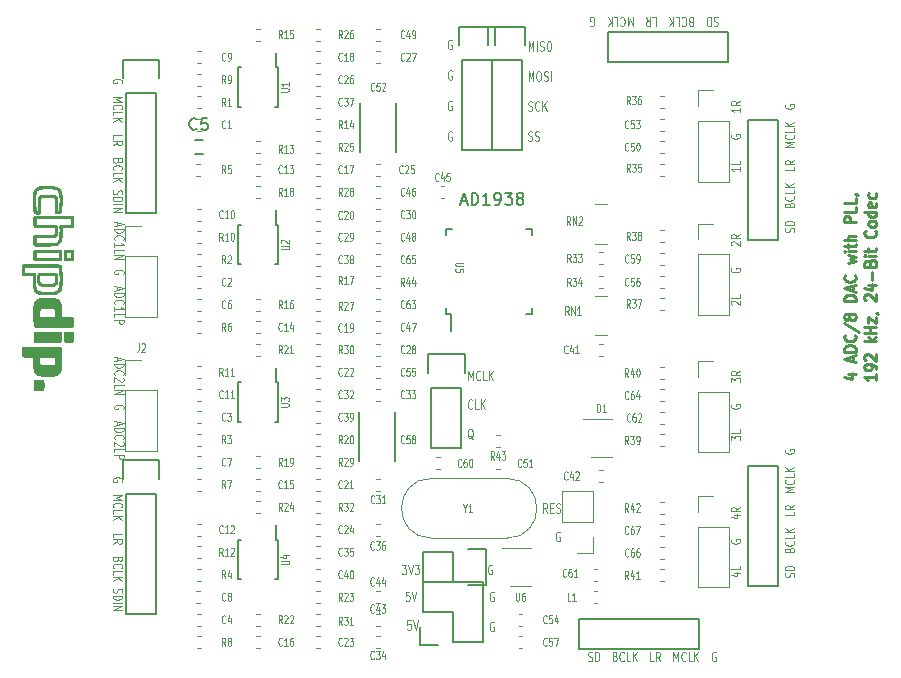
<source format=gbr>
G04 #@! TF.GenerationSoftware,KiCad,Pcbnew,(5.1.2)-2*
G04 #@! TF.CreationDate,2019-08-28T15:06:32+03:00*
G04 #@! TF.ProjectId,AD1938,41443139-3338-42e6-9b69-6361645f7063,rev?*
G04 #@! TF.SameCoordinates,Original*
G04 #@! TF.FileFunction,Legend,Top*
G04 #@! TF.FilePolarity,Positive*
%FSLAX46Y46*%
G04 Gerber Fmt 4.6, Leading zero omitted, Abs format (unit mm)*
G04 Created by KiCad (PCBNEW (5.1.2)-2) date 2019-08-28 15:06:32*
%MOMM*%
%LPD*%
G04 APERTURE LIST*
%ADD10C,0.225000*%
%ADD11C,0.150000*%
%ADD12C,0.110000*%
%ADD13C,0.010000*%
%ADD14C,0.120000*%
%ADD15C,0.100000*%
G04 APERTURE END LIST*
D10*
X156913214Y-103454285D02*
X157579880Y-103454285D01*
X156532261Y-103668571D02*
X157246547Y-103882857D01*
X157246547Y-103325714D01*
X157294166Y-102340000D02*
X157294166Y-101911428D01*
X157579880Y-102425714D02*
X156579880Y-102125714D01*
X157579880Y-101825714D01*
X157579880Y-101525714D02*
X156579880Y-101525714D01*
X156579880Y-101311428D01*
X156627500Y-101182857D01*
X156722738Y-101097142D01*
X156817976Y-101054285D01*
X157008452Y-101011428D01*
X157151309Y-101011428D01*
X157341785Y-101054285D01*
X157437023Y-101097142D01*
X157532261Y-101182857D01*
X157579880Y-101311428D01*
X157579880Y-101525714D01*
X157484642Y-100111428D02*
X157532261Y-100154285D01*
X157579880Y-100282857D01*
X157579880Y-100368571D01*
X157532261Y-100497142D01*
X157437023Y-100582857D01*
X157341785Y-100625714D01*
X157151309Y-100668571D01*
X157008452Y-100668571D01*
X156817976Y-100625714D01*
X156722738Y-100582857D01*
X156627500Y-100497142D01*
X156579880Y-100368571D01*
X156579880Y-100282857D01*
X156627500Y-100154285D01*
X156675119Y-100111428D01*
X156532261Y-99082857D02*
X157817976Y-99854285D01*
X157008452Y-98654285D02*
X156960833Y-98740000D01*
X156913214Y-98782857D01*
X156817976Y-98825714D01*
X156770357Y-98825714D01*
X156675119Y-98782857D01*
X156627500Y-98740000D01*
X156579880Y-98654285D01*
X156579880Y-98482857D01*
X156627500Y-98397142D01*
X156675119Y-98354285D01*
X156770357Y-98311428D01*
X156817976Y-98311428D01*
X156913214Y-98354285D01*
X156960833Y-98397142D01*
X157008452Y-98482857D01*
X157008452Y-98654285D01*
X157056071Y-98740000D01*
X157103690Y-98782857D01*
X157198928Y-98825714D01*
X157389404Y-98825714D01*
X157484642Y-98782857D01*
X157532261Y-98740000D01*
X157579880Y-98654285D01*
X157579880Y-98482857D01*
X157532261Y-98397142D01*
X157484642Y-98354285D01*
X157389404Y-98311428D01*
X157198928Y-98311428D01*
X157103690Y-98354285D01*
X157056071Y-98397142D01*
X157008452Y-98482857D01*
X157579880Y-97240000D02*
X156579880Y-97240000D01*
X156579880Y-97025714D01*
X156627500Y-96897142D01*
X156722738Y-96811428D01*
X156817976Y-96768571D01*
X157008452Y-96725714D01*
X157151309Y-96725714D01*
X157341785Y-96768571D01*
X157437023Y-96811428D01*
X157532261Y-96897142D01*
X157579880Y-97025714D01*
X157579880Y-97240000D01*
X157294166Y-96382857D02*
X157294166Y-95954285D01*
X157579880Y-96468571D02*
X156579880Y-96168571D01*
X157579880Y-95868571D01*
X157484642Y-95054285D02*
X157532261Y-95097142D01*
X157579880Y-95225714D01*
X157579880Y-95311428D01*
X157532261Y-95440000D01*
X157437023Y-95525714D01*
X157341785Y-95568571D01*
X157151309Y-95611428D01*
X157008452Y-95611428D01*
X156817976Y-95568571D01*
X156722738Y-95525714D01*
X156627500Y-95440000D01*
X156579880Y-95311428D01*
X156579880Y-95225714D01*
X156627500Y-95097142D01*
X156675119Y-95054285D01*
X156913214Y-94068571D02*
X157579880Y-93897142D01*
X157103690Y-93725714D01*
X157579880Y-93554285D01*
X156913214Y-93382857D01*
X157579880Y-93040000D02*
X156913214Y-93040000D01*
X156579880Y-93040000D02*
X156627500Y-93082857D01*
X156675119Y-93040000D01*
X156627500Y-92997142D01*
X156579880Y-93040000D01*
X156675119Y-93040000D01*
X156913214Y-92740000D02*
X156913214Y-92397142D01*
X156579880Y-92611428D02*
X157437023Y-92611428D01*
X157532261Y-92568571D01*
X157579880Y-92482857D01*
X157579880Y-92397142D01*
X157579880Y-92097142D02*
X156579880Y-92097142D01*
X157579880Y-91711428D02*
X157056071Y-91711428D01*
X156960833Y-91754285D01*
X156913214Y-91840000D01*
X156913214Y-91968571D01*
X156960833Y-92054285D01*
X157008452Y-92097142D01*
X157579880Y-90597142D02*
X156579880Y-90597142D01*
X156579880Y-90254285D01*
X156627500Y-90168571D01*
X156675119Y-90125714D01*
X156770357Y-90082857D01*
X156913214Y-90082857D01*
X157008452Y-90125714D01*
X157056071Y-90168571D01*
X157103690Y-90254285D01*
X157103690Y-90597142D01*
X157579880Y-89268571D02*
X157579880Y-89697142D01*
X156579880Y-89697142D01*
X157579880Y-88540000D02*
X157579880Y-88968571D01*
X156579880Y-88968571D01*
X157532261Y-88197142D02*
X157579880Y-88197142D01*
X157675119Y-88240000D01*
X157722738Y-88282857D01*
X159304880Y-103454285D02*
X159304880Y-103968571D01*
X159304880Y-103711428D02*
X158304880Y-103711428D01*
X158447738Y-103797142D01*
X158542976Y-103882857D01*
X158590595Y-103968571D01*
X159304880Y-103025714D02*
X159304880Y-102854285D01*
X159257261Y-102768571D01*
X159209642Y-102725714D01*
X159066785Y-102640000D01*
X158876309Y-102597142D01*
X158495357Y-102597142D01*
X158400119Y-102640000D01*
X158352500Y-102682857D01*
X158304880Y-102768571D01*
X158304880Y-102940000D01*
X158352500Y-103025714D01*
X158400119Y-103068571D01*
X158495357Y-103111428D01*
X158733452Y-103111428D01*
X158828690Y-103068571D01*
X158876309Y-103025714D01*
X158923928Y-102940000D01*
X158923928Y-102768571D01*
X158876309Y-102682857D01*
X158828690Y-102640000D01*
X158733452Y-102597142D01*
X158400119Y-102254285D02*
X158352500Y-102211428D01*
X158304880Y-102125714D01*
X158304880Y-101911428D01*
X158352500Y-101825714D01*
X158400119Y-101782857D01*
X158495357Y-101740000D01*
X158590595Y-101740000D01*
X158733452Y-101782857D01*
X159304880Y-102297142D01*
X159304880Y-101740000D01*
X159304880Y-100668571D02*
X158304880Y-100668571D01*
X158923928Y-100582857D02*
X159304880Y-100325714D01*
X158638214Y-100325714D02*
X159019166Y-100668571D01*
X159304880Y-99940000D02*
X158304880Y-99940000D01*
X158781071Y-99940000D02*
X158781071Y-99425714D01*
X159304880Y-99425714D02*
X158304880Y-99425714D01*
X158638214Y-99082857D02*
X158638214Y-98611428D01*
X159304880Y-99082857D01*
X159304880Y-98611428D01*
X159257261Y-98225714D02*
X159304880Y-98225714D01*
X159400119Y-98268571D01*
X159447738Y-98311428D01*
X158400119Y-97197142D02*
X158352500Y-97154285D01*
X158304880Y-97068571D01*
X158304880Y-96854285D01*
X158352500Y-96768571D01*
X158400119Y-96725714D01*
X158495357Y-96682857D01*
X158590595Y-96682857D01*
X158733452Y-96725714D01*
X159304880Y-97240000D01*
X159304880Y-96682857D01*
X158638214Y-95911428D02*
X159304880Y-95911428D01*
X158257261Y-96125714D02*
X158971547Y-96340000D01*
X158971547Y-95782857D01*
X158923928Y-95440000D02*
X158923928Y-94754285D01*
X158781071Y-94025714D02*
X158828690Y-93897142D01*
X158876309Y-93854285D01*
X158971547Y-93811428D01*
X159114404Y-93811428D01*
X159209642Y-93854285D01*
X159257261Y-93897142D01*
X159304880Y-93982857D01*
X159304880Y-94325714D01*
X158304880Y-94325714D01*
X158304880Y-94025714D01*
X158352500Y-93940000D01*
X158400119Y-93897142D01*
X158495357Y-93854285D01*
X158590595Y-93854285D01*
X158685833Y-93897142D01*
X158733452Y-93940000D01*
X158781071Y-94025714D01*
X158781071Y-94325714D01*
X159304880Y-93425714D02*
X158638214Y-93425714D01*
X158304880Y-93425714D02*
X158352500Y-93468571D01*
X158400119Y-93425714D01*
X158352500Y-93382857D01*
X158304880Y-93425714D01*
X158400119Y-93425714D01*
X158638214Y-93125714D02*
X158638214Y-92782857D01*
X158304880Y-92997142D02*
X159162023Y-92997142D01*
X159257261Y-92954285D01*
X159304880Y-92868571D01*
X159304880Y-92782857D01*
X159209642Y-91282857D02*
X159257261Y-91325714D01*
X159304880Y-91454285D01*
X159304880Y-91540000D01*
X159257261Y-91668571D01*
X159162023Y-91754285D01*
X159066785Y-91797142D01*
X158876309Y-91840000D01*
X158733452Y-91840000D01*
X158542976Y-91797142D01*
X158447738Y-91754285D01*
X158352500Y-91668571D01*
X158304880Y-91540000D01*
X158304880Y-91454285D01*
X158352500Y-91325714D01*
X158400119Y-91282857D01*
X159304880Y-90768571D02*
X159257261Y-90854285D01*
X159209642Y-90897142D01*
X159114404Y-90940000D01*
X158828690Y-90940000D01*
X158733452Y-90897142D01*
X158685833Y-90854285D01*
X158638214Y-90768571D01*
X158638214Y-90640000D01*
X158685833Y-90554285D01*
X158733452Y-90511428D01*
X158828690Y-90468571D01*
X159114404Y-90468571D01*
X159209642Y-90511428D01*
X159257261Y-90554285D01*
X159304880Y-90640000D01*
X159304880Y-90768571D01*
X159304880Y-89697142D02*
X158304880Y-89697142D01*
X159257261Y-89697142D02*
X159304880Y-89782857D01*
X159304880Y-89954285D01*
X159257261Y-90040000D01*
X159209642Y-90082857D01*
X159114404Y-90125714D01*
X158828690Y-90125714D01*
X158733452Y-90082857D01*
X158685833Y-90040000D01*
X158638214Y-89954285D01*
X158638214Y-89782857D01*
X158685833Y-89697142D01*
X159257261Y-88925714D02*
X159304880Y-89011428D01*
X159304880Y-89182857D01*
X159257261Y-89268571D01*
X159162023Y-89311428D01*
X158781071Y-89311428D01*
X158685833Y-89268571D01*
X158638214Y-89182857D01*
X158638214Y-89011428D01*
X158685833Y-88925714D01*
X158781071Y-88882857D01*
X158876309Y-88882857D01*
X158971547Y-89311428D01*
X159257261Y-88111428D02*
X159304880Y-88197142D01*
X159304880Y-88368571D01*
X159257261Y-88454285D01*
X159209642Y-88497142D01*
X159114404Y-88540000D01*
X158828690Y-88540000D01*
X158733452Y-88497142D01*
X158685833Y-88454285D01*
X158638214Y-88368571D01*
X158638214Y-88197142D01*
X158685833Y-88111428D01*
D11*
X124147142Y-88806666D02*
X124623333Y-88806666D01*
X124051904Y-89092380D02*
X124385238Y-88092380D01*
X124718571Y-89092380D01*
X125051904Y-89092380D02*
X125051904Y-88092380D01*
X125290000Y-88092380D01*
X125432857Y-88140000D01*
X125528095Y-88235238D01*
X125575714Y-88330476D01*
X125623333Y-88520952D01*
X125623333Y-88663809D01*
X125575714Y-88854285D01*
X125528095Y-88949523D01*
X125432857Y-89044761D01*
X125290000Y-89092380D01*
X125051904Y-89092380D01*
X126575714Y-89092380D02*
X126004285Y-89092380D01*
X126290000Y-89092380D02*
X126290000Y-88092380D01*
X126194761Y-88235238D01*
X126099523Y-88330476D01*
X126004285Y-88378095D01*
X127051904Y-89092380D02*
X127242380Y-89092380D01*
X127337619Y-89044761D01*
X127385238Y-88997142D01*
X127480476Y-88854285D01*
X127528095Y-88663809D01*
X127528095Y-88282857D01*
X127480476Y-88187619D01*
X127432857Y-88140000D01*
X127337619Y-88092380D01*
X127147142Y-88092380D01*
X127051904Y-88140000D01*
X127004285Y-88187619D01*
X126956666Y-88282857D01*
X126956666Y-88520952D01*
X127004285Y-88616190D01*
X127051904Y-88663809D01*
X127147142Y-88711428D01*
X127337619Y-88711428D01*
X127432857Y-88663809D01*
X127480476Y-88616190D01*
X127528095Y-88520952D01*
X127861428Y-88092380D02*
X128480476Y-88092380D01*
X128147142Y-88473333D01*
X128290000Y-88473333D01*
X128385238Y-88520952D01*
X128432857Y-88568571D01*
X128480476Y-88663809D01*
X128480476Y-88901904D01*
X128432857Y-88997142D01*
X128385238Y-89044761D01*
X128290000Y-89092380D01*
X128004285Y-89092380D01*
X127909047Y-89044761D01*
X127861428Y-88997142D01*
X129051904Y-88520952D02*
X128956666Y-88473333D01*
X128909047Y-88425714D01*
X128861428Y-88330476D01*
X128861428Y-88282857D01*
X128909047Y-88187619D01*
X128956666Y-88140000D01*
X129051904Y-88092380D01*
X129242380Y-88092380D01*
X129337619Y-88140000D01*
X129385238Y-88187619D01*
X129432857Y-88282857D01*
X129432857Y-88330476D01*
X129385238Y-88425714D01*
X129337619Y-88473333D01*
X129242380Y-88520952D01*
X129051904Y-88520952D01*
X128956666Y-88568571D01*
X128909047Y-88616190D01*
X128861428Y-88711428D01*
X128861428Y-88901904D01*
X128909047Y-88997142D01*
X128956666Y-89044761D01*
X129051904Y-89092380D01*
X129242380Y-89092380D01*
X129337619Y-89044761D01*
X129385238Y-88997142D01*
X129432857Y-88901904D01*
X129432857Y-88711428D01*
X129385238Y-88616190D01*
X129337619Y-88568571D01*
X129242380Y-88520952D01*
D12*
X95542000Y-106357142D02*
X95580095Y-106300000D01*
X95580095Y-106214285D01*
X95542000Y-106128571D01*
X95465809Y-106071428D01*
X95389619Y-106042857D01*
X95237238Y-106014285D01*
X95122952Y-106014285D01*
X94970571Y-106042857D01*
X94894380Y-106071428D01*
X94818190Y-106128571D01*
X94780095Y-106214285D01*
X94780095Y-106271428D01*
X94818190Y-106357142D01*
X94856285Y-106385714D01*
X95122952Y-106385714D01*
X95122952Y-106271428D01*
X95008666Y-107458571D02*
X95008666Y-107744285D01*
X94780095Y-107401428D02*
X95580095Y-107601428D01*
X94780095Y-107801428D01*
X94780095Y-108001428D02*
X95580095Y-108001428D01*
X95580095Y-108144285D01*
X95542000Y-108230000D01*
X95465809Y-108287142D01*
X95389619Y-108315714D01*
X95237238Y-108344285D01*
X95122952Y-108344285D01*
X94970571Y-108315714D01*
X94894380Y-108287142D01*
X94818190Y-108230000D01*
X94780095Y-108144285D01*
X94780095Y-108001428D01*
X94856285Y-108944285D02*
X94818190Y-108915714D01*
X94780095Y-108830000D01*
X94780095Y-108772857D01*
X94818190Y-108687142D01*
X94894380Y-108630000D01*
X94970571Y-108601428D01*
X95122952Y-108572857D01*
X95237238Y-108572857D01*
X95389619Y-108601428D01*
X95465809Y-108630000D01*
X95542000Y-108687142D01*
X95580095Y-108772857D01*
X95580095Y-108830000D01*
X95542000Y-108915714D01*
X95503904Y-108944285D01*
X95503904Y-109172857D02*
X95542000Y-109201428D01*
X95580095Y-109258571D01*
X95580095Y-109401428D01*
X95542000Y-109458571D01*
X95503904Y-109487142D01*
X95427714Y-109515714D01*
X95351523Y-109515714D01*
X95237238Y-109487142D01*
X94780095Y-109144285D01*
X94780095Y-109515714D01*
X94780095Y-110058571D02*
X94780095Y-109772857D01*
X95580095Y-109772857D01*
X94780095Y-110258571D02*
X95580095Y-110258571D01*
X95580095Y-110487142D01*
X95542000Y-110544285D01*
X95503904Y-110572857D01*
X95427714Y-110601428D01*
X95313428Y-110601428D01*
X95237238Y-110572857D01*
X95199142Y-110544285D01*
X95161047Y-110487142D01*
X95161047Y-110258571D01*
X95008666Y-102014285D02*
X95008666Y-102300000D01*
X94780095Y-101957142D02*
X95580095Y-102157142D01*
X94780095Y-102357142D01*
X94780095Y-102557142D02*
X95580095Y-102557142D01*
X95580095Y-102700000D01*
X95542000Y-102785714D01*
X95465809Y-102842857D01*
X95389619Y-102871428D01*
X95237238Y-102900000D01*
X95122952Y-102900000D01*
X94970571Y-102871428D01*
X94894380Y-102842857D01*
X94818190Y-102785714D01*
X94780095Y-102700000D01*
X94780095Y-102557142D01*
X94856285Y-103500000D02*
X94818190Y-103471428D01*
X94780095Y-103385714D01*
X94780095Y-103328571D01*
X94818190Y-103242857D01*
X94894380Y-103185714D01*
X94970571Y-103157142D01*
X95122952Y-103128571D01*
X95237238Y-103128571D01*
X95389619Y-103157142D01*
X95465809Y-103185714D01*
X95542000Y-103242857D01*
X95580095Y-103328571D01*
X95580095Y-103385714D01*
X95542000Y-103471428D01*
X95503904Y-103500000D01*
X95503904Y-103728571D02*
X95542000Y-103757142D01*
X95580095Y-103814285D01*
X95580095Y-103957142D01*
X95542000Y-104014285D01*
X95503904Y-104042857D01*
X95427714Y-104071428D01*
X95351523Y-104071428D01*
X95237238Y-104042857D01*
X94780095Y-103700000D01*
X94780095Y-104071428D01*
X94780095Y-104614285D02*
X94780095Y-104328571D01*
X95580095Y-104328571D01*
X94780095Y-104814285D02*
X95580095Y-104814285D01*
X94780095Y-105157142D01*
X95580095Y-105157142D01*
X95008666Y-96028571D02*
X95008666Y-96314285D01*
X94780095Y-95971428D02*
X95580095Y-96171428D01*
X94780095Y-96371428D01*
X94780095Y-96571428D02*
X95580095Y-96571428D01*
X95580095Y-96714285D01*
X95542000Y-96800000D01*
X95465809Y-96857142D01*
X95389619Y-96885714D01*
X95237238Y-96914285D01*
X95122952Y-96914285D01*
X94970571Y-96885714D01*
X94894380Y-96857142D01*
X94818190Y-96800000D01*
X94780095Y-96714285D01*
X94780095Y-96571428D01*
X94856285Y-97514285D02*
X94818190Y-97485714D01*
X94780095Y-97400000D01*
X94780095Y-97342857D01*
X94818190Y-97257142D01*
X94894380Y-97200000D01*
X94970571Y-97171428D01*
X95122952Y-97142857D01*
X95237238Y-97142857D01*
X95389619Y-97171428D01*
X95465809Y-97200000D01*
X95542000Y-97257142D01*
X95580095Y-97342857D01*
X95580095Y-97400000D01*
X95542000Y-97485714D01*
X95503904Y-97514285D01*
X94780095Y-98085714D02*
X94780095Y-97742857D01*
X94780095Y-97914285D02*
X95580095Y-97914285D01*
X95465809Y-97857142D01*
X95389619Y-97800000D01*
X95351523Y-97742857D01*
X94780095Y-98628571D02*
X94780095Y-98342857D01*
X95580095Y-98342857D01*
X94780095Y-98828571D02*
X95580095Y-98828571D01*
X95580095Y-99057142D01*
X95542000Y-99114285D01*
X95503904Y-99142857D01*
X95427714Y-99171428D01*
X95313428Y-99171428D01*
X95237238Y-99142857D01*
X95199142Y-99114285D01*
X95161047Y-99057142D01*
X95161047Y-98828571D01*
X95008666Y-90584285D02*
X95008666Y-90870000D01*
X94780095Y-90527142D02*
X95580095Y-90727142D01*
X94780095Y-90927142D01*
X94780095Y-91127142D02*
X95580095Y-91127142D01*
X95580095Y-91270000D01*
X95542000Y-91355714D01*
X95465809Y-91412857D01*
X95389619Y-91441428D01*
X95237238Y-91470000D01*
X95122952Y-91470000D01*
X94970571Y-91441428D01*
X94894380Y-91412857D01*
X94818190Y-91355714D01*
X94780095Y-91270000D01*
X94780095Y-91127142D01*
X94856285Y-92070000D02*
X94818190Y-92041428D01*
X94780095Y-91955714D01*
X94780095Y-91898571D01*
X94818190Y-91812857D01*
X94894380Y-91755714D01*
X94970571Y-91727142D01*
X95122952Y-91698571D01*
X95237238Y-91698571D01*
X95389619Y-91727142D01*
X95465809Y-91755714D01*
X95542000Y-91812857D01*
X95580095Y-91898571D01*
X95580095Y-91955714D01*
X95542000Y-92041428D01*
X95503904Y-92070000D01*
X94780095Y-92641428D02*
X94780095Y-92298571D01*
X94780095Y-92470000D02*
X95580095Y-92470000D01*
X95465809Y-92412857D01*
X95389619Y-92355714D01*
X95351523Y-92298571D01*
X94780095Y-93184285D02*
X94780095Y-92898571D01*
X95580095Y-92898571D01*
X94780095Y-93384285D02*
X95580095Y-93384285D01*
X94780095Y-93727142D01*
X95580095Y-93727142D01*
X95542000Y-94927142D02*
X95580095Y-94870000D01*
X95580095Y-94784285D01*
X95542000Y-94698571D01*
X95465809Y-94641428D01*
X95389619Y-94612857D01*
X95237238Y-94584285D01*
X95122952Y-94584285D01*
X94970571Y-94612857D01*
X94894380Y-94641428D01*
X94818190Y-94698571D01*
X94780095Y-94784285D01*
X94780095Y-94841428D01*
X94818190Y-94927142D01*
X94856285Y-94955714D01*
X95122952Y-94955714D01*
X95122952Y-94841428D01*
X95096142Y-85380571D02*
X95058047Y-85466285D01*
X95019952Y-85494856D01*
X94943761Y-85523428D01*
X94829476Y-85523428D01*
X94753285Y-85494856D01*
X94715190Y-85466285D01*
X94677095Y-85409142D01*
X94677095Y-85180571D01*
X95477095Y-85180571D01*
X95477095Y-85380571D01*
X95439000Y-85437713D01*
X95400904Y-85466285D01*
X95324714Y-85494856D01*
X95248523Y-85494856D01*
X95172333Y-85466285D01*
X95134238Y-85437713D01*
X95096142Y-85380571D01*
X95096142Y-85180571D01*
X94753285Y-86123428D02*
X94715190Y-86094856D01*
X94677095Y-86009142D01*
X94677095Y-85951999D01*
X94715190Y-85866285D01*
X94791380Y-85809142D01*
X94867571Y-85780571D01*
X95019952Y-85751999D01*
X95134238Y-85751999D01*
X95286619Y-85780571D01*
X95362809Y-85809142D01*
X95439000Y-85866285D01*
X95477095Y-85951999D01*
X95477095Y-86009142D01*
X95439000Y-86094856D01*
X95400904Y-86123428D01*
X94677095Y-86666285D02*
X94677095Y-86380571D01*
X95477095Y-86380571D01*
X94677095Y-86866285D02*
X95477095Y-86866285D01*
X94677095Y-87209142D02*
X95134238Y-86951999D01*
X95477095Y-87209142D02*
X95019952Y-86866285D01*
X94715190Y-87863428D02*
X94677095Y-87949142D01*
X94677095Y-88092000D01*
X94715190Y-88149142D01*
X94753285Y-88177714D01*
X94829476Y-88206285D01*
X94905666Y-88206285D01*
X94981857Y-88177714D01*
X95019952Y-88149142D01*
X95058047Y-88092000D01*
X95096142Y-87977714D01*
X95134238Y-87920571D01*
X95172333Y-87892000D01*
X95248523Y-87863428D01*
X95324714Y-87863428D01*
X95400904Y-87892000D01*
X95439000Y-87920571D01*
X95477095Y-87977714D01*
X95477095Y-88120571D01*
X95439000Y-88206285D01*
X94677095Y-88463428D02*
X95477095Y-88463428D01*
X95477095Y-88606285D01*
X95439000Y-88692000D01*
X95362809Y-88749142D01*
X95286619Y-88777714D01*
X95134238Y-88806285D01*
X95019952Y-88806285D01*
X94867571Y-88777714D01*
X94791380Y-88749142D01*
X94715190Y-88692000D01*
X94677095Y-88606285D01*
X94677095Y-88463428D01*
X94677095Y-89063428D02*
X95477095Y-89063428D01*
X94677095Y-89349142D02*
X95477095Y-89349142D01*
X94677095Y-89692000D01*
X95477095Y-89692000D01*
X95439000Y-78789142D02*
X95477095Y-78732000D01*
X95477095Y-78646285D01*
X95439000Y-78560571D01*
X95362809Y-78503428D01*
X95286619Y-78474857D01*
X95134238Y-78446285D01*
X95019952Y-78446285D01*
X94867571Y-78474857D01*
X94791380Y-78503428D01*
X94715190Y-78560571D01*
X94677095Y-78646285D01*
X94677095Y-78703428D01*
X94715190Y-78789142D01*
X94753285Y-78817714D01*
X95019952Y-78817714D01*
X95019952Y-78703428D01*
X94677095Y-79957714D02*
X95477095Y-79957714D01*
X94905666Y-80157714D01*
X95477095Y-80357714D01*
X94677095Y-80357714D01*
X94753285Y-80986286D02*
X94715190Y-80957714D01*
X94677095Y-80872000D01*
X94677095Y-80814857D01*
X94715190Y-80729143D01*
X94791380Y-80672000D01*
X94867571Y-80643429D01*
X95019952Y-80614857D01*
X95134238Y-80614857D01*
X95286619Y-80643429D01*
X95362809Y-80672000D01*
X95439000Y-80729143D01*
X95477095Y-80814857D01*
X95477095Y-80872000D01*
X95439000Y-80957714D01*
X95400904Y-80986286D01*
X94677095Y-81529143D02*
X94677095Y-81243429D01*
X95477095Y-81243429D01*
X94677095Y-81729143D02*
X95477095Y-81729143D01*
X94677095Y-82072000D02*
X95134238Y-81814857D01*
X95477095Y-82072000D02*
X95019952Y-81729143D01*
X94677095Y-83497714D02*
X94677095Y-83212000D01*
X95477095Y-83212000D01*
X94677095Y-84040571D02*
X95058047Y-83840571D01*
X94677095Y-83697714D02*
X95477095Y-83697714D01*
X95477095Y-83926285D01*
X95439000Y-83983428D01*
X95400904Y-84012000D01*
X95324714Y-84040571D01*
X95210428Y-84040571D01*
X95134238Y-84012000D01*
X95096142Y-83983428D01*
X95058047Y-83926285D01*
X95058047Y-83697714D01*
X95096142Y-119120571D02*
X95058047Y-119206285D01*
X95019952Y-119234856D01*
X94943761Y-119263428D01*
X94829476Y-119263428D01*
X94753285Y-119234856D01*
X94715190Y-119206285D01*
X94677095Y-119149142D01*
X94677095Y-118920571D01*
X95477095Y-118920571D01*
X95477095Y-119120571D01*
X95439000Y-119177713D01*
X95400904Y-119206285D01*
X95324714Y-119234856D01*
X95248523Y-119234856D01*
X95172333Y-119206285D01*
X95134238Y-119177713D01*
X95096142Y-119120571D01*
X95096142Y-118920571D01*
X94753285Y-119863428D02*
X94715190Y-119834856D01*
X94677095Y-119749142D01*
X94677095Y-119691999D01*
X94715190Y-119606285D01*
X94791380Y-119549142D01*
X94867571Y-119520571D01*
X95019952Y-119491999D01*
X95134238Y-119491999D01*
X95286619Y-119520571D01*
X95362809Y-119549142D01*
X95439000Y-119606285D01*
X95477095Y-119691999D01*
X95477095Y-119749142D01*
X95439000Y-119834856D01*
X95400904Y-119863428D01*
X94677095Y-120406285D02*
X94677095Y-120120571D01*
X95477095Y-120120571D01*
X94677095Y-120606285D02*
X95477095Y-120606285D01*
X94677095Y-120949142D02*
X95134238Y-120691999D01*
X95477095Y-120949142D02*
X95019952Y-120606285D01*
X94715190Y-121603428D02*
X94677095Y-121689142D01*
X94677095Y-121832000D01*
X94715190Y-121889142D01*
X94753285Y-121917714D01*
X94829476Y-121946285D01*
X94905666Y-121946285D01*
X94981857Y-121917714D01*
X95019952Y-121889142D01*
X95058047Y-121832000D01*
X95096142Y-121717714D01*
X95134238Y-121660571D01*
X95172333Y-121632000D01*
X95248523Y-121603428D01*
X95324714Y-121603428D01*
X95400904Y-121632000D01*
X95439000Y-121660571D01*
X95477095Y-121717714D01*
X95477095Y-121860571D01*
X95439000Y-121946285D01*
X94677095Y-122203428D02*
X95477095Y-122203428D01*
X95477095Y-122346285D01*
X95439000Y-122432000D01*
X95362809Y-122489142D01*
X95286619Y-122517714D01*
X95134238Y-122546285D01*
X95019952Y-122546285D01*
X94867571Y-122517714D01*
X94791380Y-122489142D01*
X94715190Y-122432000D01*
X94677095Y-122346285D01*
X94677095Y-122203428D01*
X94677095Y-122803428D02*
X95477095Y-122803428D01*
X94677095Y-123089142D02*
X95477095Y-123089142D01*
X94677095Y-123432000D01*
X95477095Y-123432000D01*
X94677095Y-117237714D02*
X94677095Y-116952000D01*
X95477095Y-116952000D01*
X94677095Y-117780571D02*
X95058047Y-117580571D01*
X94677095Y-117437714D02*
X95477095Y-117437714D01*
X95477095Y-117666285D01*
X95439000Y-117723428D01*
X95400904Y-117752000D01*
X95324714Y-117780571D01*
X95210428Y-117780571D01*
X95134238Y-117752000D01*
X95096142Y-117723428D01*
X95058047Y-117666285D01*
X95058047Y-117437714D01*
X94677095Y-113697714D02*
X95477095Y-113697714D01*
X94905666Y-113897714D01*
X95477095Y-114097714D01*
X94677095Y-114097714D01*
X94753285Y-114726286D02*
X94715190Y-114697714D01*
X94677095Y-114612000D01*
X94677095Y-114554857D01*
X94715190Y-114469143D01*
X94791380Y-114412000D01*
X94867571Y-114383429D01*
X95019952Y-114354857D01*
X95134238Y-114354857D01*
X95286619Y-114383429D01*
X95362809Y-114412000D01*
X95439000Y-114469143D01*
X95477095Y-114554857D01*
X95477095Y-114612000D01*
X95439000Y-114697714D01*
X95400904Y-114726286D01*
X94677095Y-115269143D02*
X94677095Y-114983429D01*
X95477095Y-114983429D01*
X94677095Y-115469143D02*
X95477095Y-115469143D01*
X94677095Y-115812000D02*
X95134238Y-115554857D01*
X95477095Y-115812000D02*
X95019952Y-115469143D01*
X95439000Y-112529142D02*
X95477095Y-112472000D01*
X95477095Y-112386285D01*
X95439000Y-112300571D01*
X95362809Y-112243428D01*
X95286619Y-112214857D01*
X95134238Y-112186285D01*
X95019952Y-112186285D01*
X94867571Y-112214857D01*
X94791380Y-112243428D01*
X94715190Y-112300571D01*
X94677095Y-112386285D01*
X94677095Y-112443428D01*
X94715190Y-112529142D01*
X94753285Y-112557714D01*
X95019952Y-112557714D01*
X95019952Y-112443428D01*
X124757142Y-103931904D02*
X124757142Y-103131904D01*
X124957142Y-103703333D01*
X125157142Y-103131904D01*
X125157142Y-103931904D01*
X125785714Y-103855714D02*
X125757142Y-103893809D01*
X125671428Y-103931904D01*
X125614285Y-103931904D01*
X125528571Y-103893809D01*
X125471428Y-103817619D01*
X125442857Y-103741428D01*
X125414285Y-103589047D01*
X125414285Y-103474761D01*
X125442857Y-103322380D01*
X125471428Y-103246190D01*
X125528571Y-103170000D01*
X125614285Y-103131904D01*
X125671428Y-103131904D01*
X125757142Y-103170000D01*
X125785714Y-103208095D01*
X126328571Y-103931904D02*
X126042857Y-103931904D01*
X126042857Y-103131904D01*
X126528571Y-103931904D02*
X126528571Y-103131904D01*
X126871428Y-103931904D02*
X126614285Y-103474761D01*
X126871428Y-103131904D02*
X126528571Y-103589047D01*
X125157142Y-108928095D02*
X125099999Y-108890000D01*
X125042856Y-108813809D01*
X124957142Y-108699523D01*
X124899999Y-108661428D01*
X124842856Y-108661428D01*
X124871428Y-108851904D02*
X124814285Y-108813809D01*
X124757142Y-108737619D01*
X124728571Y-108585238D01*
X124728571Y-108318571D01*
X124757142Y-108166190D01*
X124814285Y-108090000D01*
X124871428Y-108051904D01*
X124985713Y-108051904D01*
X125042856Y-108090000D01*
X125099999Y-108166190D01*
X125128571Y-108318571D01*
X125128571Y-108585238D01*
X125099999Y-108737619D01*
X125042856Y-108813809D01*
X124985713Y-108851904D01*
X124871428Y-108851904D01*
X125100000Y-106305714D02*
X125071428Y-106343809D01*
X124985714Y-106381904D01*
X124928571Y-106381904D01*
X124842857Y-106343809D01*
X124785714Y-106267619D01*
X124757143Y-106191428D01*
X124728571Y-106039047D01*
X124728571Y-105924761D01*
X124757143Y-105772380D01*
X124785714Y-105696190D01*
X124842857Y-105620000D01*
X124928571Y-105581904D01*
X124985714Y-105581904D01*
X125071428Y-105620000D01*
X125100000Y-105658095D01*
X125642857Y-106381904D02*
X125357143Y-106381904D01*
X125357143Y-105581904D01*
X125842857Y-106381904D02*
X125842857Y-105581904D01*
X126185714Y-106381904D02*
X125928571Y-105924761D01*
X126185714Y-105581904D02*
X125842857Y-106039047D01*
X147275571Y-115374714D02*
X147808904Y-115374714D01*
X146970809Y-115517571D02*
X147542238Y-115660428D01*
X147542238Y-115289000D01*
X147808904Y-114717571D02*
X147427952Y-114917571D01*
X147808904Y-115060428D02*
X147008904Y-115060428D01*
X147008904Y-114831857D01*
X147047000Y-114774714D01*
X147085095Y-114746142D01*
X147161285Y-114717571D01*
X147275571Y-114717571D01*
X147351761Y-114746142D01*
X147389857Y-114774714D01*
X147427952Y-114831857D01*
X147427952Y-115060428D01*
X147275571Y-120270571D02*
X147808904Y-120270571D01*
X146970809Y-120413428D02*
X147542238Y-120556285D01*
X147542238Y-120184857D01*
X147808904Y-119670571D02*
X147808904Y-119956285D01*
X147008904Y-119956285D01*
X147008904Y-104132000D02*
X147008904Y-103760571D01*
X147313666Y-103960571D01*
X147313666Y-103874857D01*
X147351761Y-103817714D01*
X147389857Y-103789142D01*
X147466047Y-103760571D01*
X147656523Y-103760571D01*
X147732714Y-103789142D01*
X147770809Y-103817714D01*
X147808904Y-103874857D01*
X147808904Y-104046285D01*
X147770809Y-104103428D01*
X147732714Y-104132000D01*
X147808904Y-103160571D02*
X147427952Y-103360571D01*
X147808904Y-103503428D02*
X147008904Y-103503428D01*
X147008904Y-103274857D01*
X147047000Y-103217714D01*
X147085095Y-103189142D01*
X147161285Y-103160571D01*
X147275571Y-103160571D01*
X147351761Y-103189142D01*
X147389857Y-103217714D01*
X147427952Y-103274857D01*
X147427952Y-103503428D01*
X147008904Y-109027857D02*
X147008904Y-108656428D01*
X147313666Y-108856428D01*
X147313666Y-108770714D01*
X147351761Y-108713571D01*
X147389857Y-108685000D01*
X147466047Y-108656428D01*
X147656523Y-108656428D01*
X147732714Y-108685000D01*
X147770809Y-108713571D01*
X147808904Y-108770714D01*
X147808904Y-108942142D01*
X147770809Y-108999285D01*
X147732714Y-109027857D01*
X147808904Y-108113571D02*
X147808904Y-108399285D01*
X147008904Y-108399285D01*
X147085095Y-92546428D02*
X147047000Y-92517857D01*
X147008904Y-92460714D01*
X147008904Y-92317857D01*
X147047000Y-92260714D01*
X147085095Y-92232142D01*
X147161285Y-92203571D01*
X147237476Y-92203571D01*
X147351761Y-92232142D01*
X147808904Y-92575000D01*
X147808904Y-92203571D01*
X147808904Y-91603571D02*
X147427952Y-91803571D01*
X147808904Y-91946428D02*
X147008904Y-91946428D01*
X147008904Y-91717857D01*
X147047000Y-91660714D01*
X147085095Y-91632142D01*
X147161285Y-91603571D01*
X147275571Y-91603571D01*
X147351761Y-91632142D01*
X147389857Y-91660714D01*
X147427952Y-91717857D01*
X147427952Y-91946428D01*
X147085095Y-97569285D02*
X147047000Y-97540714D01*
X147008904Y-97483571D01*
X147008904Y-97340714D01*
X147047000Y-97283571D01*
X147085095Y-97255000D01*
X147161285Y-97226428D01*
X147237476Y-97226428D01*
X147351761Y-97255000D01*
X147808904Y-97597857D01*
X147808904Y-97226428D01*
X147808904Y-96683571D02*
X147808904Y-96969285D01*
X147008904Y-96969285D01*
X131454571Y-115169904D02*
X131254571Y-114788952D01*
X131111714Y-115169904D02*
X131111714Y-114369904D01*
X131340285Y-114369904D01*
X131397428Y-114408000D01*
X131426000Y-114446095D01*
X131454571Y-114522285D01*
X131454571Y-114636571D01*
X131426000Y-114712761D01*
X131397428Y-114750857D01*
X131340285Y-114788952D01*
X131111714Y-114788952D01*
X131711714Y-114750857D02*
X131911714Y-114750857D01*
X131997428Y-115169904D02*
X131711714Y-115169904D01*
X131711714Y-114369904D01*
X131997428Y-114369904D01*
X132226000Y-115131809D02*
X132311714Y-115169904D01*
X132454571Y-115169904D01*
X132511714Y-115131809D01*
X132540285Y-115093714D01*
X132568857Y-115017523D01*
X132568857Y-114941333D01*
X132540285Y-114865142D01*
X132511714Y-114827047D01*
X132454571Y-114788952D01*
X132340285Y-114750857D01*
X132283142Y-114712761D01*
X132254571Y-114674666D01*
X132226000Y-114598476D01*
X132226000Y-114522285D01*
X132254571Y-114446095D01*
X132283142Y-114408000D01*
X132340285Y-114369904D01*
X132483142Y-114369904D01*
X132568857Y-114408000D01*
X132491142Y-116821000D02*
X132434000Y-116782904D01*
X132348285Y-116782904D01*
X132262571Y-116821000D01*
X132205428Y-116897190D01*
X132176857Y-116973380D01*
X132148285Y-117125761D01*
X132148285Y-117240047D01*
X132176857Y-117392428D01*
X132205428Y-117468619D01*
X132262571Y-117544809D01*
X132348285Y-117582904D01*
X132405428Y-117582904D01*
X132491142Y-117544809D01*
X132519714Y-117506714D01*
X132519714Y-117240047D01*
X132405428Y-117240047D01*
X126903142Y-124441000D02*
X126846000Y-124402904D01*
X126760285Y-124402904D01*
X126674571Y-124441000D01*
X126617428Y-124517190D01*
X126588857Y-124593380D01*
X126560285Y-124745761D01*
X126560285Y-124860047D01*
X126588857Y-125012428D01*
X126617428Y-125088619D01*
X126674571Y-125164809D01*
X126760285Y-125202904D01*
X126817428Y-125202904D01*
X126903142Y-125164809D01*
X126931714Y-125126714D01*
X126931714Y-124860047D01*
X126817428Y-124860047D01*
X126903142Y-121901000D02*
X126846000Y-121862904D01*
X126760285Y-121862904D01*
X126674571Y-121901000D01*
X126617428Y-121977190D01*
X126588857Y-122053380D01*
X126560285Y-122205761D01*
X126560285Y-122320047D01*
X126588857Y-122472428D01*
X126617428Y-122548619D01*
X126674571Y-122624809D01*
X126760285Y-122662904D01*
X126817428Y-122662904D01*
X126903142Y-122624809D01*
X126931714Y-122586714D01*
X126931714Y-122320047D01*
X126817428Y-122320047D01*
X126776142Y-119615000D02*
X126719000Y-119576904D01*
X126633285Y-119576904D01*
X126547571Y-119615000D01*
X126490428Y-119691190D01*
X126461857Y-119767380D01*
X126433285Y-119919761D01*
X126433285Y-120034047D01*
X126461857Y-120186428D01*
X126490428Y-120262619D01*
X126547571Y-120338809D01*
X126633285Y-120376904D01*
X126690428Y-120376904D01*
X126776142Y-120338809D01*
X126804714Y-120300714D01*
X126804714Y-120034047D01*
X126690428Y-120034047D01*
X119900714Y-124275904D02*
X119615000Y-124275904D01*
X119586428Y-124656857D01*
X119615000Y-124618761D01*
X119672142Y-124580666D01*
X119815000Y-124580666D01*
X119872142Y-124618761D01*
X119900714Y-124656857D01*
X119929285Y-124733047D01*
X119929285Y-124923523D01*
X119900714Y-124999714D01*
X119872142Y-125037809D01*
X119815000Y-125075904D01*
X119672142Y-125075904D01*
X119615000Y-125037809D01*
X119586428Y-124999714D01*
X120100714Y-124275904D02*
X120300714Y-125075904D01*
X120500714Y-124275904D01*
X119773714Y-121862904D02*
X119488000Y-121862904D01*
X119459428Y-122243857D01*
X119488000Y-122205761D01*
X119545142Y-122167666D01*
X119688000Y-122167666D01*
X119745142Y-122205761D01*
X119773714Y-122243857D01*
X119802285Y-122320047D01*
X119802285Y-122510523D01*
X119773714Y-122586714D01*
X119745142Y-122624809D01*
X119688000Y-122662904D01*
X119545142Y-122662904D01*
X119488000Y-122624809D01*
X119459428Y-122586714D01*
X119973714Y-121862904D02*
X120173714Y-122662904D01*
X120373714Y-121862904D01*
X119145142Y-119576904D02*
X119516571Y-119576904D01*
X119316571Y-119881666D01*
X119402285Y-119881666D01*
X119459428Y-119919761D01*
X119488000Y-119957857D01*
X119516571Y-120034047D01*
X119516571Y-120224523D01*
X119488000Y-120300714D01*
X119459428Y-120338809D01*
X119402285Y-120376904D01*
X119230857Y-120376904D01*
X119173714Y-120338809D01*
X119145142Y-120300714D01*
X119688000Y-119576904D02*
X119888000Y-120376904D01*
X120088000Y-119576904D01*
X120230857Y-119576904D02*
X120602285Y-119576904D01*
X120402285Y-119881666D01*
X120488000Y-119881666D01*
X120545142Y-119919761D01*
X120573714Y-119957857D01*
X120602285Y-120034047D01*
X120602285Y-120224523D01*
X120573714Y-120300714D01*
X120545142Y-120338809D01*
X120488000Y-120376904D01*
X120316571Y-120376904D01*
X120259428Y-120338809D01*
X120230857Y-120300714D01*
X147047000Y-117444857D02*
X147008904Y-117502000D01*
X147008904Y-117587714D01*
X147047000Y-117673428D01*
X147123190Y-117730571D01*
X147199380Y-117759142D01*
X147351761Y-117787714D01*
X147466047Y-117787714D01*
X147618428Y-117759142D01*
X147694619Y-117730571D01*
X147770809Y-117673428D01*
X147808904Y-117587714D01*
X147808904Y-117530571D01*
X147770809Y-117444857D01*
X147732714Y-117416285D01*
X147466047Y-117416285D01*
X147466047Y-117530571D01*
X147047000Y-106014857D02*
X147008904Y-106072000D01*
X147008904Y-106157714D01*
X147047000Y-106243428D01*
X147123190Y-106300571D01*
X147199380Y-106329142D01*
X147351761Y-106357714D01*
X147466047Y-106357714D01*
X147618428Y-106329142D01*
X147694619Y-106300571D01*
X147770809Y-106243428D01*
X147808904Y-106157714D01*
X147808904Y-106100571D01*
X147770809Y-106014857D01*
X147732714Y-105986285D01*
X147466047Y-105986285D01*
X147466047Y-106100571D01*
X147047000Y-94486428D02*
X147008904Y-94543571D01*
X147008904Y-94629285D01*
X147047000Y-94714999D01*
X147123190Y-94772142D01*
X147199380Y-94800713D01*
X147351761Y-94829285D01*
X147466047Y-94829285D01*
X147618428Y-94800713D01*
X147694619Y-94772142D01*
X147770809Y-94714999D01*
X147808904Y-94629285D01*
X147808904Y-94572142D01*
X147770809Y-94486428D01*
X147732714Y-94457856D01*
X147466047Y-94457856D01*
X147466047Y-94572142D01*
X147808904Y-85923428D02*
X147808904Y-86266285D01*
X147808904Y-86094857D02*
X147008904Y-86094857D01*
X147123190Y-86152000D01*
X147199380Y-86209142D01*
X147237476Y-86266285D01*
X147808904Y-85380571D02*
X147808904Y-85666285D01*
X147008904Y-85666285D01*
X147808904Y-80900571D02*
X147808904Y-81243428D01*
X147808904Y-81072000D02*
X147008904Y-81072000D01*
X147123190Y-81129142D01*
X147199380Y-81186285D01*
X147237476Y-81243428D01*
X147808904Y-80300571D02*
X147427952Y-80500571D01*
X147808904Y-80643428D02*
X147008904Y-80643428D01*
X147008904Y-80414857D01*
X147047000Y-80357714D01*
X147085095Y-80329142D01*
X147161285Y-80300571D01*
X147275571Y-80300571D01*
X147351761Y-80329142D01*
X147389857Y-80357714D01*
X147427952Y-80414857D01*
X147427952Y-80643428D01*
X147047000Y-83154857D02*
X147008904Y-83212000D01*
X147008904Y-83297714D01*
X147047000Y-83383428D01*
X147123190Y-83440571D01*
X147199380Y-83469142D01*
X147351761Y-83497714D01*
X147466047Y-83497714D01*
X147618428Y-83469142D01*
X147694619Y-83440571D01*
X147770809Y-83383428D01*
X147808904Y-83297714D01*
X147808904Y-83240571D01*
X147770809Y-83154857D01*
X147732714Y-83126285D01*
X147466047Y-83126285D01*
X147466047Y-83240571D01*
X138666429Y-73171095D02*
X138666429Y-73971095D01*
X138466429Y-73399666D01*
X138266429Y-73971095D01*
X138266429Y-73171095D01*
X137637857Y-73247285D02*
X137666429Y-73209190D01*
X137752143Y-73171095D01*
X137809286Y-73171095D01*
X137895000Y-73209190D01*
X137952143Y-73285380D01*
X137980714Y-73361571D01*
X138009286Y-73513952D01*
X138009286Y-73628238D01*
X137980714Y-73780619D01*
X137952143Y-73856809D01*
X137895000Y-73933000D01*
X137809286Y-73971095D01*
X137752143Y-73971095D01*
X137666429Y-73933000D01*
X137637857Y-73894904D01*
X137095000Y-73171095D02*
X137380714Y-73171095D01*
X137380714Y-73971095D01*
X136895000Y-73171095D02*
X136895000Y-73971095D01*
X136552143Y-73171095D02*
X136809286Y-73628238D01*
X136552143Y-73971095D02*
X136895000Y-73513952D01*
X140349285Y-73171095D02*
X140635000Y-73171095D01*
X140635000Y-73971095D01*
X139806428Y-73171095D02*
X140006428Y-73552047D01*
X140149285Y-73171095D02*
X140149285Y-73971095D01*
X139920714Y-73971095D01*
X139863571Y-73933000D01*
X139835000Y-73894904D01*
X139806428Y-73818714D01*
X139806428Y-73704428D01*
X139835000Y-73628238D01*
X139863571Y-73590142D01*
X139920714Y-73552047D01*
X140149285Y-73552047D01*
X145886428Y-73209190D02*
X145800714Y-73171095D01*
X145657857Y-73171095D01*
X145600714Y-73209190D01*
X145572142Y-73247285D01*
X145543571Y-73323476D01*
X145543571Y-73399666D01*
X145572142Y-73475857D01*
X145600714Y-73513952D01*
X145657857Y-73552047D01*
X145772142Y-73590142D01*
X145829285Y-73628238D01*
X145857857Y-73666333D01*
X145886428Y-73742523D01*
X145886428Y-73818714D01*
X145857857Y-73894904D01*
X145829285Y-73933000D01*
X145772142Y-73971095D01*
X145629285Y-73971095D01*
X145543571Y-73933000D01*
X145286428Y-73171095D02*
X145286428Y-73971095D01*
X145143571Y-73971095D01*
X145057857Y-73933000D01*
X145000714Y-73856809D01*
X144972142Y-73780619D01*
X144943571Y-73628238D01*
X144943571Y-73513952D01*
X144972142Y-73361571D01*
X145000714Y-73285380D01*
X145057857Y-73209190D01*
X145143571Y-73171095D01*
X145286428Y-73171095D01*
X135097857Y-73933000D02*
X135155000Y-73971095D01*
X135240714Y-73971095D01*
X135326428Y-73933000D01*
X135383571Y-73856809D01*
X135412142Y-73780619D01*
X135440714Y-73628238D01*
X135440714Y-73513952D01*
X135412142Y-73361571D01*
X135383571Y-73285380D01*
X135326428Y-73209190D01*
X135240714Y-73171095D01*
X135183571Y-73171095D01*
X135097857Y-73209190D01*
X135069285Y-73247285D01*
X135069285Y-73513952D01*
X135183571Y-73513952D01*
X143603571Y-73590142D02*
X143517856Y-73552047D01*
X143489285Y-73513952D01*
X143460713Y-73437761D01*
X143460713Y-73323476D01*
X143489285Y-73247285D01*
X143517856Y-73209190D01*
X143574999Y-73171095D01*
X143803571Y-73171095D01*
X143803571Y-73971095D01*
X143603571Y-73971095D01*
X143546428Y-73933000D01*
X143517856Y-73894904D01*
X143489285Y-73818714D01*
X143489285Y-73742523D01*
X143517856Y-73666333D01*
X143546428Y-73628238D01*
X143603571Y-73590142D01*
X143803571Y-73590142D01*
X142860713Y-73247285D02*
X142889285Y-73209190D01*
X142974999Y-73171095D01*
X143032142Y-73171095D01*
X143117856Y-73209190D01*
X143174999Y-73285380D01*
X143203571Y-73361571D01*
X143232142Y-73513952D01*
X143232142Y-73628238D01*
X143203571Y-73780619D01*
X143174999Y-73856809D01*
X143117856Y-73933000D01*
X143032142Y-73971095D01*
X142974999Y-73971095D01*
X142889285Y-73933000D01*
X142860713Y-73894904D01*
X142317856Y-73171095D02*
X142603571Y-73171095D01*
X142603571Y-73971095D01*
X142117856Y-73171095D02*
X142117856Y-73971095D01*
X141774999Y-73171095D02*
X142032142Y-73628238D01*
X141774999Y-73971095D02*
X142117856Y-73513952D01*
X137193429Y-127323857D02*
X137279143Y-127361952D01*
X137307714Y-127400047D01*
X137336286Y-127476238D01*
X137336286Y-127590523D01*
X137307714Y-127666714D01*
X137279143Y-127704809D01*
X137222000Y-127742904D01*
X136993429Y-127742904D01*
X136993429Y-126942904D01*
X137193429Y-126942904D01*
X137250571Y-126981000D01*
X137279143Y-127019095D01*
X137307714Y-127095285D01*
X137307714Y-127171476D01*
X137279143Y-127247666D01*
X137250571Y-127285761D01*
X137193429Y-127323857D01*
X136993429Y-127323857D01*
X137936286Y-127666714D02*
X137907714Y-127704809D01*
X137822000Y-127742904D01*
X137764857Y-127742904D01*
X137679143Y-127704809D01*
X137622000Y-127628619D01*
X137593429Y-127552428D01*
X137564857Y-127400047D01*
X137564857Y-127285761D01*
X137593429Y-127133380D01*
X137622000Y-127057190D01*
X137679143Y-126981000D01*
X137764857Y-126942904D01*
X137822000Y-126942904D01*
X137907714Y-126981000D01*
X137936286Y-127019095D01*
X138479143Y-127742904D02*
X138193429Y-127742904D01*
X138193429Y-126942904D01*
X138679143Y-127742904D02*
X138679143Y-126942904D01*
X139022000Y-127742904D02*
X138764857Y-127285761D01*
X139022000Y-126942904D02*
X138679143Y-127400047D01*
X134910571Y-127704809D02*
X134996285Y-127742904D01*
X135139142Y-127742904D01*
X135196285Y-127704809D01*
X135224857Y-127666714D01*
X135253428Y-127590523D01*
X135253428Y-127514333D01*
X135224857Y-127438142D01*
X135196285Y-127400047D01*
X135139142Y-127361952D01*
X135024857Y-127323857D01*
X134967714Y-127285761D01*
X134939142Y-127247666D01*
X134910571Y-127171476D01*
X134910571Y-127095285D01*
X134939142Y-127019095D01*
X134967714Y-126981000D01*
X135024857Y-126942904D01*
X135167714Y-126942904D01*
X135253428Y-126981000D01*
X135510571Y-127742904D02*
X135510571Y-126942904D01*
X135653428Y-126942904D01*
X135739142Y-126981000D01*
X135796285Y-127057190D01*
X135824857Y-127133380D01*
X135853428Y-127285761D01*
X135853428Y-127400047D01*
X135824857Y-127552428D01*
X135796285Y-127628619D01*
X135739142Y-127704809D01*
X135653428Y-127742904D01*
X135510571Y-127742904D01*
X140447714Y-127742904D02*
X140162000Y-127742904D01*
X140162000Y-126942904D01*
X140990571Y-127742904D02*
X140790571Y-127361952D01*
X140647714Y-127742904D02*
X140647714Y-126942904D01*
X140876285Y-126942904D01*
X140933428Y-126981000D01*
X140962000Y-127019095D01*
X140990571Y-127095285D01*
X140990571Y-127209571D01*
X140962000Y-127285761D01*
X140933428Y-127323857D01*
X140876285Y-127361952D01*
X140647714Y-127361952D01*
X142130570Y-127742904D02*
X142130570Y-126942904D01*
X142330570Y-127514333D01*
X142530570Y-126942904D01*
X142530570Y-127742904D01*
X143159142Y-127666714D02*
X143130570Y-127704809D01*
X143044856Y-127742904D01*
X142987713Y-127742904D01*
X142901999Y-127704809D01*
X142844856Y-127628619D01*
X142816285Y-127552428D01*
X142787713Y-127400047D01*
X142787713Y-127285761D01*
X142816285Y-127133380D01*
X142844856Y-127057190D01*
X142901999Y-126981000D01*
X142987713Y-126942904D01*
X143044856Y-126942904D01*
X143130570Y-126981000D01*
X143159142Y-127019095D01*
X143701999Y-127742904D02*
X143416285Y-127742904D01*
X143416285Y-126942904D01*
X143901999Y-127742904D02*
X143901999Y-126942904D01*
X144244856Y-127742904D02*
X143987713Y-127285761D01*
X144244856Y-126942904D02*
X143901999Y-127400047D01*
X145699142Y-126981000D02*
X145642000Y-126942904D01*
X145556285Y-126942904D01*
X145470571Y-126981000D01*
X145413428Y-127057190D01*
X145384857Y-127133380D01*
X145356285Y-127285761D01*
X145356285Y-127400047D01*
X145384857Y-127552428D01*
X145413428Y-127628619D01*
X145470571Y-127704809D01*
X145556285Y-127742904D01*
X145613428Y-127742904D01*
X145699142Y-127704809D01*
X145727714Y-127666714D01*
X145727714Y-127400047D01*
X145613428Y-127400047D01*
X151961857Y-118330571D02*
X151999952Y-118244856D01*
X152038047Y-118216285D01*
X152114238Y-118187713D01*
X152228523Y-118187713D01*
X152304714Y-118216285D01*
X152342809Y-118244856D01*
X152380904Y-118301999D01*
X152380904Y-118530571D01*
X151580904Y-118530571D01*
X151580904Y-118330571D01*
X151619000Y-118273428D01*
X151657095Y-118244856D01*
X151733285Y-118216285D01*
X151809476Y-118216285D01*
X151885666Y-118244856D01*
X151923761Y-118273428D01*
X151961857Y-118330571D01*
X151961857Y-118530571D01*
X152304714Y-117587713D02*
X152342809Y-117616285D01*
X152380904Y-117701999D01*
X152380904Y-117759142D01*
X152342809Y-117844856D01*
X152266619Y-117901999D01*
X152190428Y-117930571D01*
X152038047Y-117959142D01*
X151923761Y-117959142D01*
X151771380Y-117930571D01*
X151695190Y-117901999D01*
X151619000Y-117844856D01*
X151580904Y-117759142D01*
X151580904Y-117701999D01*
X151619000Y-117616285D01*
X151657095Y-117587713D01*
X152380904Y-117044856D02*
X152380904Y-117330571D01*
X151580904Y-117330571D01*
X152380904Y-116844856D02*
X151580904Y-116844856D01*
X152380904Y-116501999D02*
X151923761Y-116759142D01*
X151580904Y-116501999D02*
X152038047Y-116844856D01*
X152380904Y-115076285D02*
X152380904Y-115362000D01*
X151580904Y-115362000D01*
X152380904Y-114533428D02*
X151999952Y-114733428D01*
X152380904Y-114876285D02*
X151580904Y-114876285D01*
X151580904Y-114647714D01*
X151619000Y-114590571D01*
X151657095Y-114562000D01*
X151733285Y-114533428D01*
X151847571Y-114533428D01*
X151923761Y-114562000D01*
X151961857Y-114590571D01*
X151999952Y-114647714D01*
X151999952Y-114876285D01*
X152342809Y-120613428D02*
X152380904Y-120527714D01*
X152380904Y-120384857D01*
X152342809Y-120327714D01*
X152304714Y-120299142D01*
X152228523Y-120270571D01*
X152152333Y-120270571D01*
X152076142Y-120299142D01*
X152038047Y-120327714D01*
X151999952Y-120384857D01*
X151961857Y-120499142D01*
X151923761Y-120556285D01*
X151885666Y-120584857D01*
X151809476Y-120613428D01*
X151733285Y-120613428D01*
X151657095Y-120584857D01*
X151619000Y-120556285D01*
X151580904Y-120499142D01*
X151580904Y-120356285D01*
X151619000Y-120270571D01*
X152380904Y-120013428D02*
X151580904Y-120013428D01*
X151580904Y-119870571D01*
X151619000Y-119784857D01*
X151695190Y-119727714D01*
X151771380Y-119699142D01*
X151923761Y-119670571D01*
X152038047Y-119670571D01*
X152190428Y-119699142D01*
X152266619Y-119727714D01*
X152342809Y-119784857D01*
X152380904Y-119870571D01*
X152380904Y-120013428D01*
X151619000Y-109824857D02*
X151580904Y-109882000D01*
X151580904Y-109967714D01*
X151619000Y-110053428D01*
X151695190Y-110110571D01*
X151771380Y-110139142D01*
X151923761Y-110167714D01*
X152038047Y-110167714D01*
X152190428Y-110139142D01*
X152266619Y-110110571D01*
X152342809Y-110053428D01*
X152380904Y-109967714D01*
X152380904Y-109910571D01*
X152342809Y-109824857D01*
X152304714Y-109796285D01*
X152038047Y-109796285D01*
X152038047Y-109910571D01*
X152380904Y-113393429D02*
X151580904Y-113393429D01*
X152152333Y-113193429D01*
X151580904Y-112993429D01*
X152380904Y-112993429D01*
X152304714Y-112364857D02*
X152342809Y-112393429D01*
X152380904Y-112479143D01*
X152380904Y-112536286D01*
X152342809Y-112622000D01*
X152266619Y-112679143D01*
X152190428Y-112707714D01*
X152038047Y-112736286D01*
X151923761Y-112736286D01*
X151771380Y-112707714D01*
X151695190Y-112679143D01*
X151619000Y-112622000D01*
X151580904Y-112536286D01*
X151580904Y-112479143D01*
X151619000Y-112393429D01*
X151657095Y-112364857D01*
X152380904Y-111822000D02*
X152380904Y-112107714D01*
X151580904Y-112107714D01*
X152380904Y-111622000D02*
X151580904Y-111622000D01*
X152380904Y-111279143D02*
X151923761Y-111536286D01*
X151580904Y-111279143D02*
X152038047Y-111622000D01*
X152342809Y-91403428D02*
X152380904Y-91317714D01*
X152380904Y-91174857D01*
X152342809Y-91117714D01*
X152304714Y-91089142D01*
X152228523Y-91060571D01*
X152152333Y-91060571D01*
X152076142Y-91089142D01*
X152038047Y-91117714D01*
X151999952Y-91174857D01*
X151961857Y-91289142D01*
X151923761Y-91346285D01*
X151885666Y-91374857D01*
X151809476Y-91403428D01*
X151733285Y-91403428D01*
X151657095Y-91374857D01*
X151619000Y-91346285D01*
X151580904Y-91289142D01*
X151580904Y-91146285D01*
X151619000Y-91060571D01*
X152380904Y-90803428D02*
X151580904Y-90803428D01*
X151580904Y-90660571D01*
X151619000Y-90574857D01*
X151695190Y-90517714D01*
X151771380Y-90489142D01*
X151923761Y-90460571D01*
X152038047Y-90460571D01*
X152190428Y-90489142D01*
X152266619Y-90517714D01*
X152342809Y-90574857D01*
X152380904Y-90660571D01*
X152380904Y-90803428D01*
X151961857Y-89120571D02*
X151999952Y-89034856D01*
X152038047Y-89006285D01*
X152114238Y-88977713D01*
X152228523Y-88977713D01*
X152304714Y-89006285D01*
X152342809Y-89034856D01*
X152380904Y-89091999D01*
X152380904Y-89320571D01*
X151580904Y-89320571D01*
X151580904Y-89120571D01*
X151619000Y-89063428D01*
X151657095Y-89034856D01*
X151733285Y-89006285D01*
X151809476Y-89006285D01*
X151885666Y-89034856D01*
X151923761Y-89063428D01*
X151961857Y-89120571D01*
X151961857Y-89320571D01*
X152304714Y-88377713D02*
X152342809Y-88406285D01*
X152380904Y-88491999D01*
X152380904Y-88549142D01*
X152342809Y-88634856D01*
X152266619Y-88691999D01*
X152190428Y-88720571D01*
X152038047Y-88749142D01*
X151923761Y-88749142D01*
X151771380Y-88720571D01*
X151695190Y-88691999D01*
X151619000Y-88634856D01*
X151580904Y-88549142D01*
X151580904Y-88491999D01*
X151619000Y-88406285D01*
X151657095Y-88377713D01*
X152380904Y-87834856D02*
X152380904Y-88120571D01*
X151580904Y-88120571D01*
X152380904Y-87634856D02*
X151580904Y-87634856D01*
X152380904Y-87291999D02*
X151923761Y-87549142D01*
X151580904Y-87291999D02*
X152038047Y-87634856D01*
X152380904Y-85866285D02*
X152380904Y-86152000D01*
X151580904Y-86152000D01*
X152380904Y-85323428D02*
X151999952Y-85523428D01*
X152380904Y-85666285D02*
X151580904Y-85666285D01*
X151580904Y-85437714D01*
X151619000Y-85380571D01*
X151657095Y-85352000D01*
X151733285Y-85323428D01*
X151847571Y-85323428D01*
X151923761Y-85352000D01*
X151961857Y-85380571D01*
X151999952Y-85437714D01*
X151999952Y-85666285D01*
X123347142Y-82912000D02*
X123290000Y-82873904D01*
X123204285Y-82873904D01*
X123118571Y-82912000D01*
X123061428Y-82988190D01*
X123032857Y-83064380D01*
X123004285Y-83216761D01*
X123004285Y-83331047D01*
X123032857Y-83483428D01*
X123061428Y-83559619D01*
X123118571Y-83635809D01*
X123204285Y-83673904D01*
X123261428Y-83673904D01*
X123347142Y-83635809D01*
X123375714Y-83597714D01*
X123375714Y-83331047D01*
X123261428Y-83331047D01*
X123347142Y-80329666D02*
X123290000Y-80291570D01*
X123204285Y-80291570D01*
X123118571Y-80329666D01*
X123061428Y-80405856D01*
X123032857Y-80482046D01*
X123004285Y-80634427D01*
X123004285Y-80748713D01*
X123032857Y-80901094D01*
X123061428Y-80977285D01*
X123118571Y-81053475D01*
X123204285Y-81091570D01*
X123261428Y-81091570D01*
X123347142Y-81053475D01*
X123375714Y-81015380D01*
X123375714Y-80748713D01*
X123261428Y-80748713D01*
X123347142Y-77747333D02*
X123290000Y-77709237D01*
X123204285Y-77709237D01*
X123118571Y-77747333D01*
X123061428Y-77823523D01*
X123032857Y-77899713D01*
X123004285Y-78052094D01*
X123004285Y-78166380D01*
X123032857Y-78318761D01*
X123061428Y-78394952D01*
X123118571Y-78471142D01*
X123204285Y-78509237D01*
X123261428Y-78509237D01*
X123347142Y-78471142D01*
X123375714Y-78433047D01*
X123375714Y-78166380D01*
X123261428Y-78166380D01*
X123347142Y-75165000D02*
X123290000Y-75126904D01*
X123204285Y-75126904D01*
X123118571Y-75165000D01*
X123061428Y-75241190D01*
X123032857Y-75317380D01*
X123004285Y-75469761D01*
X123004285Y-75584047D01*
X123032857Y-75736428D01*
X123061428Y-75812619D01*
X123118571Y-75888809D01*
X123204285Y-75926904D01*
X123261428Y-75926904D01*
X123347142Y-75888809D01*
X123375714Y-75850714D01*
X123375714Y-75584047D01*
X123261428Y-75584047D01*
X129844857Y-83635809D02*
X129930571Y-83673904D01*
X130073428Y-83673904D01*
X130130571Y-83635809D01*
X130159142Y-83597714D01*
X130187714Y-83521523D01*
X130187714Y-83445333D01*
X130159142Y-83369142D01*
X130130571Y-83331047D01*
X130073428Y-83292952D01*
X129959142Y-83254857D01*
X129902000Y-83216761D01*
X129873428Y-83178666D01*
X129844857Y-83102476D01*
X129844857Y-83026285D01*
X129873428Y-82950095D01*
X129902000Y-82912000D01*
X129959142Y-82873904D01*
X130102000Y-82873904D01*
X130187714Y-82912000D01*
X130416285Y-83635809D02*
X130502000Y-83673904D01*
X130644857Y-83673904D01*
X130702000Y-83635809D01*
X130730571Y-83597714D01*
X130759142Y-83521523D01*
X130759142Y-83445333D01*
X130730571Y-83369142D01*
X130702000Y-83331047D01*
X130644857Y-83292952D01*
X130530571Y-83254857D01*
X130473428Y-83216761D01*
X130444857Y-83178666D01*
X130416285Y-83102476D01*
X130416285Y-83026285D01*
X130444857Y-82950095D01*
X130473428Y-82912000D01*
X130530571Y-82873904D01*
X130673428Y-82873904D01*
X130759142Y-82912000D01*
X129873428Y-78593904D02*
X129873428Y-77793904D01*
X130073428Y-78365333D01*
X130273428Y-77793904D01*
X130273428Y-78593904D01*
X130673428Y-77793904D02*
X130787714Y-77793904D01*
X130844857Y-77832000D01*
X130902000Y-77908190D01*
X130930571Y-78060571D01*
X130930571Y-78327238D01*
X130902000Y-78479619D01*
X130844857Y-78555809D01*
X130787714Y-78593904D01*
X130673428Y-78593904D01*
X130616286Y-78555809D01*
X130559143Y-78479619D01*
X130530571Y-78327238D01*
X130530571Y-78060571D01*
X130559143Y-77908190D01*
X130616286Y-77832000D01*
X130673428Y-77793904D01*
X131159143Y-78555809D02*
X131244857Y-78593904D01*
X131387714Y-78593904D01*
X131444857Y-78555809D01*
X131473428Y-78517714D01*
X131502000Y-78441523D01*
X131502000Y-78365333D01*
X131473428Y-78289142D01*
X131444857Y-78251047D01*
X131387714Y-78212952D01*
X131273428Y-78174857D01*
X131216286Y-78136761D01*
X131187714Y-78098666D01*
X131159143Y-78022476D01*
X131159143Y-77946285D01*
X131187714Y-77870095D01*
X131216286Y-77832000D01*
X131273428Y-77793904D01*
X131416286Y-77793904D01*
X131502000Y-77832000D01*
X131759143Y-78593904D02*
X131759143Y-77793904D01*
X129844857Y-81095809D02*
X129930571Y-81133904D01*
X130073428Y-81133904D01*
X130130571Y-81095809D01*
X130159143Y-81057714D01*
X130187714Y-80981523D01*
X130187714Y-80905333D01*
X130159143Y-80829142D01*
X130130571Y-80791047D01*
X130073428Y-80752952D01*
X129959143Y-80714857D01*
X129902000Y-80676761D01*
X129873428Y-80638666D01*
X129844857Y-80562476D01*
X129844857Y-80486285D01*
X129873428Y-80410095D01*
X129902000Y-80372000D01*
X129959143Y-80333904D01*
X130102000Y-80333904D01*
X130187714Y-80372000D01*
X130787714Y-81057714D02*
X130759143Y-81095809D01*
X130673428Y-81133904D01*
X130616286Y-81133904D01*
X130530571Y-81095809D01*
X130473428Y-81019619D01*
X130444857Y-80943428D01*
X130416286Y-80791047D01*
X130416286Y-80676761D01*
X130444857Y-80524380D01*
X130473428Y-80448190D01*
X130530571Y-80372000D01*
X130616286Y-80333904D01*
X130673428Y-80333904D01*
X130759143Y-80372000D01*
X130787714Y-80410095D01*
X131044857Y-81133904D02*
X131044857Y-80333904D01*
X131387714Y-81133904D02*
X131130571Y-80676761D01*
X131387714Y-80333904D02*
X131044857Y-80791047D01*
X152380904Y-84183429D02*
X151580904Y-84183429D01*
X152152333Y-83983429D01*
X151580904Y-83783429D01*
X152380904Y-83783429D01*
X152304714Y-83154857D02*
X152342809Y-83183429D01*
X152380904Y-83269143D01*
X152380904Y-83326286D01*
X152342809Y-83412000D01*
X152266619Y-83469143D01*
X152190428Y-83497714D01*
X152038047Y-83526286D01*
X151923761Y-83526286D01*
X151771380Y-83497714D01*
X151695190Y-83469143D01*
X151619000Y-83412000D01*
X151580904Y-83326286D01*
X151580904Y-83269143D01*
X151619000Y-83183429D01*
X151657095Y-83154857D01*
X152380904Y-82612000D02*
X152380904Y-82897714D01*
X151580904Y-82897714D01*
X152380904Y-82412000D02*
X151580904Y-82412000D01*
X152380904Y-82069143D02*
X151923761Y-82326286D01*
X151580904Y-82069143D02*
X152038047Y-82412000D01*
X151619000Y-80614857D02*
X151580904Y-80672000D01*
X151580904Y-80757714D01*
X151619000Y-80843428D01*
X151695190Y-80900571D01*
X151771380Y-80929142D01*
X151923761Y-80957714D01*
X152038047Y-80957714D01*
X152190428Y-80929142D01*
X152266619Y-80900571D01*
X152342809Y-80843428D01*
X152380904Y-80757714D01*
X152380904Y-80700571D01*
X152342809Y-80614857D01*
X152304714Y-80586285D01*
X152038047Y-80586285D01*
X152038047Y-80700571D01*
X129873428Y-76053904D02*
X129873428Y-75253904D01*
X130073428Y-75825333D01*
X130273428Y-75253904D01*
X130273428Y-76053904D01*
X130559143Y-76053904D02*
X130559143Y-75253904D01*
X130816286Y-76015809D02*
X130902000Y-76053904D01*
X131044857Y-76053904D01*
X131102000Y-76015809D01*
X131130571Y-75977714D01*
X131159143Y-75901523D01*
X131159143Y-75825333D01*
X131130571Y-75749142D01*
X131102000Y-75711047D01*
X131044857Y-75672952D01*
X130930571Y-75634857D01*
X130873428Y-75596761D01*
X130844857Y-75558666D01*
X130816286Y-75482476D01*
X130816286Y-75406285D01*
X130844857Y-75330095D01*
X130873428Y-75292000D01*
X130930571Y-75253904D01*
X131073428Y-75253904D01*
X131159143Y-75292000D01*
X131530571Y-75253904D02*
X131644857Y-75253904D01*
X131702000Y-75292000D01*
X131759143Y-75368190D01*
X131787714Y-75520571D01*
X131787714Y-75787238D01*
X131759143Y-75939619D01*
X131702000Y-76015809D01*
X131644857Y-76053904D01*
X131530571Y-76053904D01*
X131473428Y-76015809D01*
X131416286Y-75939619D01*
X131387714Y-75787238D01*
X131387714Y-75520571D01*
X131416286Y-75368190D01*
X131473428Y-75292000D01*
X131530571Y-75253904D01*
D13*
G36*
X89956861Y-95423001D02*
G01*
X89955404Y-95521647D01*
X89952978Y-95605299D01*
X89949763Y-95667998D01*
X89945941Y-95703786D01*
X89945256Y-95706722D01*
X89916349Y-95764967D01*
X89865712Y-95826421D01*
X89802747Y-95880966D01*
X89757019Y-95909289D01*
X89737067Y-95918753D01*
X89715731Y-95926345D01*
X89689246Y-95932269D01*
X89653846Y-95936728D01*
X89605765Y-95939924D01*
X89541238Y-95942060D01*
X89456500Y-95943338D01*
X89347784Y-95943961D01*
X89211325Y-95944132D01*
X89110080Y-95944098D01*
X88951018Y-95944014D01*
X88821990Y-95943604D01*
X88719163Y-95942316D01*
X88638707Y-95939595D01*
X88576788Y-95934886D01*
X88529575Y-95927637D01*
X88493235Y-95917292D01*
X88463938Y-95903297D01*
X88437850Y-95885099D01*
X88411139Y-95862144D01*
X88386122Y-95839415D01*
X88352243Y-95806494D01*
X88326789Y-95773767D01*
X88308483Y-95735781D01*
X88296049Y-95687083D01*
X88288208Y-95622219D01*
X88283684Y-95535738D01*
X88281199Y-95422184D01*
X88280755Y-95389533D01*
X88279912Y-95286559D01*
X88279990Y-95191090D01*
X88280917Y-95110032D01*
X88282623Y-95050291D01*
X88284542Y-95022137D01*
X88303684Y-94962836D01*
X88349369Y-94909358D01*
X88351091Y-94907837D01*
X88409979Y-94856133D01*
X89119600Y-94856133D01*
X89119600Y-95025466D01*
X88944758Y-95025702D01*
X88801219Y-95026465D01*
X88686419Y-95027837D01*
X88597799Y-95029898D01*
X88532795Y-95032730D01*
X88488846Y-95036415D01*
X88463391Y-95041033D01*
X88453882Y-95046633D01*
X88450911Y-95070063D01*
X88448220Y-95121131D01*
X88446015Y-95193610D01*
X88444506Y-95281270D01*
X88444004Y-95341998D01*
X88443883Y-95446543D01*
X88445088Y-95523216D01*
X88448209Y-95578004D01*
X88453838Y-95616894D01*
X88462564Y-95645872D01*
X88474978Y-95670925D01*
X88476745Y-95673955D01*
X88496612Y-95704959D01*
X88518253Y-95729858D01*
X88545377Y-95749271D01*
X88581693Y-95763817D01*
X88630907Y-95774115D01*
X88696728Y-95780782D01*
X88782864Y-95784438D01*
X88893024Y-95785701D01*
X89030914Y-95785190D01*
X89137597Y-95784195D01*
X89304291Y-95782402D01*
X89440259Y-95779468D01*
X89548627Y-95773333D01*
X89632525Y-95761940D01*
X89695079Y-95743233D01*
X89739417Y-95715153D01*
X89768667Y-95675644D01*
X89785956Y-95622647D01*
X89794412Y-95554105D01*
X89797164Y-95467961D01*
X89797338Y-95362157D01*
X89797334Y-95350205D01*
X89796715Y-95256113D01*
X89795005Y-95172731D01*
X89792427Y-95106493D01*
X89789202Y-95063835D01*
X89787055Y-95052251D01*
X89781473Y-95045407D01*
X89768420Y-95039821D01*
X89744791Y-95035370D01*
X89707479Y-95031928D01*
X89653376Y-95029370D01*
X89579375Y-95027573D01*
X89482370Y-95026410D01*
X89359253Y-95025759D01*
X89206918Y-95025493D01*
X89119600Y-95025466D01*
X89119600Y-94856133D01*
X89831698Y-94856133D01*
X89956134Y-94970171D01*
X89957167Y-95315318D01*
X89956861Y-95423001D01*
X89956861Y-95423001D01*
G37*
X89956861Y-95423001D02*
X89955404Y-95521647D01*
X89952978Y-95605299D01*
X89949763Y-95667998D01*
X89945941Y-95703786D01*
X89945256Y-95706722D01*
X89916349Y-95764967D01*
X89865712Y-95826421D01*
X89802747Y-95880966D01*
X89757019Y-95909289D01*
X89737067Y-95918753D01*
X89715731Y-95926345D01*
X89689246Y-95932269D01*
X89653846Y-95936728D01*
X89605765Y-95939924D01*
X89541238Y-95942060D01*
X89456500Y-95943338D01*
X89347784Y-95943961D01*
X89211325Y-95944132D01*
X89110080Y-95944098D01*
X88951018Y-95944014D01*
X88821990Y-95943604D01*
X88719163Y-95942316D01*
X88638707Y-95939595D01*
X88576788Y-95934886D01*
X88529575Y-95927637D01*
X88493235Y-95917292D01*
X88463938Y-95903297D01*
X88437850Y-95885099D01*
X88411139Y-95862144D01*
X88386122Y-95839415D01*
X88352243Y-95806494D01*
X88326789Y-95773767D01*
X88308483Y-95735781D01*
X88296049Y-95687083D01*
X88288208Y-95622219D01*
X88283684Y-95535738D01*
X88281199Y-95422184D01*
X88280755Y-95389533D01*
X88279912Y-95286559D01*
X88279990Y-95191090D01*
X88280917Y-95110032D01*
X88282623Y-95050291D01*
X88284542Y-95022137D01*
X88303684Y-94962836D01*
X88349369Y-94909358D01*
X88351091Y-94907837D01*
X88409979Y-94856133D01*
X89119600Y-94856133D01*
X89119600Y-95025466D01*
X88944758Y-95025702D01*
X88801219Y-95026465D01*
X88686419Y-95027837D01*
X88597799Y-95029898D01*
X88532795Y-95032730D01*
X88488846Y-95036415D01*
X88463391Y-95041033D01*
X88453882Y-95046633D01*
X88450911Y-95070063D01*
X88448220Y-95121131D01*
X88446015Y-95193610D01*
X88444506Y-95281270D01*
X88444004Y-95341998D01*
X88443883Y-95446543D01*
X88445088Y-95523216D01*
X88448209Y-95578004D01*
X88453838Y-95616894D01*
X88462564Y-95645872D01*
X88474978Y-95670925D01*
X88476745Y-95673955D01*
X88496612Y-95704959D01*
X88518253Y-95729858D01*
X88545377Y-95749271D01*
X88581693Y-95763817D01*
X88630907Y-95774115D01*
X88696728Y-95780782D01*
X88782864Y-95784438D01*
X88893024Y-95785701D01*
X89030914Y-95785190D01*
X89137597Y-95784195D01*
X89304291Y-95782402D01*
X89440259Y-95779468D01*
X89548627Y-95773333D01*
X89632525Y-95761940D01*
X89695079Y-95743233D01*
X89739417Y-95715153D01*
X89768667Y-95675644D01*
X89785956Y-95622647D01*
X89794412Y-95554105D01*
X89797164Y-95467961D01*
X89797338Y-95362157D01*
X89797334Y-95350205D01*
X89796715Y-95256113D01*
X89795005Y-95172731D01*
X89792427Y-95106493D01*
X89789202Y-95063835D01*
X89787055Y-95052251D01*
X89781473Y-95045407D01*
X89768420Y-95039821D01*
X89744791Y-95035370D01*
X89707479Y-95031928D01*
X89653376Y-95029370D01*
X89579375Y-95027573D01*
X89482370Y-95026410D01*
X89359253Y-95025759D01*
X89206918Y-95025493D01*
X89119600Y-95025466D01*
X89119600Y-94856133D01*
X89831698Y-94856133D01*
X89956134Y-94970171D01*
X89957167Y-95315318D01*
X89956861Y-95423001D01*
G36*
X91270266Y-100400926D02*
G01*
X91269274Y-100497402D01*
X91267276Y-100568440D01*
X91263989Y-100618255D01*
X91259132Y-100651059D01*
X91252423Y-100671065D01*
X91243578Y-100682486D01*
X91243212Y-100682794D01*
X91214729Y-100691960D01*
X91159260Y-100698409D01*
X91083562Y-100702280D01*
X90994396Y-100703709D01*
X90898521Y-100702836D01*
X90802695Y-100699796D01*
X90713679Y-100694730D01*
X90638231Y-100687773D01*
X90583110Y-100679065D01*
X90555100Y-100668765D01*
X90545167Y-100656781D01*
X90537711Y-100638146D01*
X90532387Y-100608348D01*
X90528848Y-100562873D01*
X90526746Y-100497206D01*
X90525735Y-100406835D01*
X90525467Y-100287245D01*
X90525467Y-100283266D01*
X90525619Y-100163981D01*
X90526354Y-100073919D01*
X90528098Y-100008435D01*
X90531271Y-99962885D01*
X90536297Y-99932626D01*
X90543598Y-99913014D01*
X90553597Y-99899404D01*
X90561065Y-99892191D01*
X90576846Y-99880638D01*
X90598432Y-99872009D01*
X90630880Y-99865758D01*
X90679244Y-99861342D01*
X90748579Y-99858215D01*
X90843941Y-99855832D01*
X90909419Y-99854639D01*
X91034192Y-99853338D01*
X91127826Y-99854294D01*
X91192980Y-99857623D01*
X91232314Y-99863442D01*
X91246355Y-99869413D01*
X91254406Y-99881859D01*
X91260533Y-99906715D01*
X91264968Y-99947891D01*
X91267944Y-100009298D01*
X91269695Y-100094847D01*
X91270453Y-100208450D01*
X91270534Y-100274799D01*
X91270266Y-100400926D01*
X91270266Y-100400926D01*
G37*
X91270266Y-100400926D02*
X91269274Y-100497402D01*
X91267276Y-100568440D01*
X91263989Y-100618255D01*
X91259132Y-100651059D01*
X91252423Y-100671065D01*
X91243578Y-100682486D01*
X91243212Y-100682794D01*
X91214729Y-100691960D01*
X91159260Y-100698409D01*
X91083562Y-100702280D01*
X90994396Y-100703709D01*
X90898521Y-100702836D01*
X90802695Y-100699796D01*
X90713679Y-100694730D01*
X90638231Y-100687773D01*
X90583110Y-100679065D01*
X90555100Y-100668765D01*
X90545167Y-100656781D01*
X90537711Y-100638146D01*
X90532387Y-100608348D01*
X90528848Y-100562873D01*
X90526746Y-100497206D01*
X90525735Y-100406835D01*
X90525467Y-100287245D01*
X90525467Y-100283266D01*
X90525619Y-100163981D01*
X90526354Y-100073919D01*
X90528098Y-100008435D01*
X90531271Y-99962885D01*
X90536297Y-99932626D01*
X90543598Y-99913014D01*
X90553597Y-99899404D01*
X90561065Y-99892191D01*
X90576846Y-99880638D01*
X90598432Y-99872009D01*
X90630880Y-99865758D01*
X90679244Y-99861342D01*
X90748579Y-99858215D01*
X90843941Y-99855832D01*
X90909419Y-99854639D01*
X91034192Y-99853338D01*
X91127826Y-99854294D01*
X91192980Y-99857623D01*
X91232314Y-99863442D01*
X91246355Y-99869413D01*
X91254406Y-99881859D01*
X91260533Y-99906715D01*
X91264968Y-99947891D01*
X91267944Y-100009298D01*
X91269695Y-100094847D01*
X91270453Y-100208450D01*
X91270534Y-100274799D01*
X91270266Y-100400926D01*
G36*
X91304275Y-93482922D02*
G01*
X91303654Y-93578850D01*
X91302166Y-93649722D01*
X91299442Y-93699943D01*
X91295113Y-93733919D01*
X91288808Y-93756055D01*
X91280158Y-93770757D01*
X91268794Y-93782428D01*
X91268743Y-93782475D01*
X91254220Y-93793556D01*
X91235474Y-93801626D01*
X91207608Y-93807037D01*
X91165722Y-93810145D01*
X91104920Y-93811302D01*
X91020304Y-93810862D01*
X90906976Y-93809178D01*
X90900443Y-93809067D01*
X90775379Y-93807592D01*
X90678641Y-93805368D01*
X90606619Y-93798518D01*
X90555702Y-93783169D01*
X90522282Y-93755444D01*
X90502746Y-93711469D01*
X90493487Y-93647368D01*
X90490892Y-93559267D01*
X90491352Y-93443290D01*
X90491600Y-93370212D01*
X90491600Y-93007794D01*
X90541098Y-92958297D01*
X90590595Y-92908800D01*
X90841665Y-92904968D01*
X90966311Y-92903145D01*
X91061575Y-92902172D01*
X91101201Y-92902272D01*
X91101201Y-93112000D01*
X90694800Y-93112000D01*
X90694800Y-93620000D01*
X91101201Y-93620000D01*
X91101201Y-93112000D01*
X91101201Y-92902272D01*
X91131935Y-92902350D01*
X91181871Y-92903978D01*
X91215863Y-92907355D01*
X91238390Y-92912782D01*
X91253930Y-92920559D01*
X91266964Y-92930984D01*
X91269887Y-92933614D01*
X91280908Y-92945180D01*
X91289298Y-92960262D01*
X91295414Y-92983251D01*
X91299613Y-93018542D01*
X91302254Y-93070527D01*
X91303693Y-93143600D01*
X91304289Y-93242152D01*
X91304400Y-93357533D01*
X91304275Y-93482922D01*
X91304275Y-93482922D01*
G37*
X91304275Y-93482922D02*
X91303654Y-93578850D01*
X91302166Y-93649722D01*
X91299442Y-93699943D01*
X91295113Y-93733919D01*
X91288808Y-93756055D01*
X91280158Y-93770757D01*
X91268794Y-93782428D01*
X91268743Y-93782475D01*
X91254220Y-93793556D01*
X91235474Y-93801626D01*
X91207608Y-93807037D01*
X91165722Y-93810145D01*
X91104920Y-93811302D01*
X91020304Y-93810862D01*
X90906976Y-93809178D01*
X90900443Y-93809067D01*
X90775379Y-93807592D01*
X90678641Y-93805368D01*
X90606619Y-93798518D01*
X90555702Y-93783169D01*
X90522282Y-93755444D01*
X90502746Y-93711469D01*
X90493487Y-93647368D01*
X90490892Y-93559267D01*
X90491352Y-93443290D01*
X90491600Y-93370212D01*
X90491600Y-93007794D01*
X90541098Y-92958297D01*
X90590595Y-92908800D01*
X90841665Y-92904968D01*
X90966311Y-92903145D01*
X91061575Y-92902172D01*
X91101201Y-92902272D01*
X91101201Y-93112000D01*
X90694800Y-93112000D01*
X90694800Y-93620000D01*
X91101201Y-93620000D01*
X91101201Y-93112000D01*
X91101201Y-92902272D01*
X91131935Y-92902350D01*
X91181871Y-92903978D01*
X91215863Y-92907355D01*
X91238390Y-92912782D01*
X91253930Y-92920559D01*
X91266964Y-92930984D01*
X91269887Y-92933614D01*
X91280908Y-92945180D01*
X91289298Y-92960262D01*
X91295414Y-92983251D01*
X91299613Y-93018542D01*
X91302254Y-93070527D01*
X91303693Y-93143600D01*
X91304289Y-93242152D01*
X91304400Y-93357533D01*
X91304275Y-93482922D01*
G36*
X88798709Y-104286597D02*
G01*
X88798267Y-104388496D01*
X88797608Y-104523390D01*
X88795543Y-104626889D01*
X88791946Y-104701441D01*
X88786686Y-104749494D01*
X88779637Y-104773496D01*
X88777947Y-104775679D01*
X88754296Y-104782728D01*
X88702870Y-104788389D01*
X88629732Y-104792664D01*
X88540945Y-104795551D01*
X88442571Y-104797050D01*
X88340674Y-104797163D01*
X88241318Y-104795888D01*
X88150564Y-104793226D01*
X88074476Y-104789177D01*
X88019117Y-104783740D01*
X87990550Y-104776917D01*
X87988854Y-104775680D01*
X87981503Y-104756557D01*
X87975927Y-104714110D01*
X87971999Y-104645884D01*
X87969594Y-104549422D01*
X87968584Y-104422267D01*
X87968534Y-104380371D01*
X87968695Y-104257922D01*
X87969430Y-104164836D01*
X87971115Y-104096607D01*
X87974127Y-104048732D01*
X87978843Y-104016707D01*
X87985640Y-103996027D01*
X87994895Y-103982187D01*
X88002476Y-103974665D01*
X88017023Y-103964220D01*
X88037549Y-103956379D01*
X88068751Y-103950745D01*
X88115327Y-103946922D01*
X88181974Y-103944516D01*
X88273392Y-103943130D01*
X88385579Y-103942407D01*
X88509935Y-103941130D01*
X88606617Y-103941020D01*
X88679079Y-103945811D01*
X88730777Y-103959237D01*
X88765164Y-103985033D01*
X88785696Y-104026932D01*
X88795828Y-104088670D01*
X88799014Y-104173980D01*
X88798709Y-104286597D01*
X88798709Y-104286597D01*
G37*
X88798709Y-104286597D02*
X88798267Y-104388496D01*
X88797608Y-104523390D01*
X88795543Y-104626889D01*
X88791946Y-104701441D01*
X88786686Y-104749494D01*
X88779637Y-104773496D01*
X88777947Y-104775679D01*
X88754296Y-104782728D01*
X88702870Y-104788389D01*
X88629732Y-104792664D01*
X88540945Y-104795551D01*
X88442571Y-104797050D01*
X88340674Y-104797163D01*
X88241318Y-104795888D01*
X88150564Y-104793226D01*
X88074476Y-104789177D01*
X88019117Y-104783740D01*
X87990550Y-104776917D01*
X87988854Y-104775680D01*
X87981503Y-104756557D01*
X87975927Y-104714110D01*
X87971999Y-104645884D01*
X87969594Y-104549422D01*
X87968584Y-104422267D01*
X87968534Y-104380371D01*
X87968695Y-104257922D01*
X87969430Y-104164836D01*
X87971115Y-104096607D01*
X87974127Y-104048732D01*
X87978843Y-104016707D01*
X87985640Y-103996027D01*
X87994895Y-103982187D01*
X88002476Y-103974665D01*
X88017023Y-103964220D01*
X88037549Y-103956379D01*
X88068751Y-103950745D01*
X88115327Y-103946922D01*
X88181974Y-103944516D01*
X88273392Y-103943130D01*
X88385579Y-103942407D01*
X88509935Y-103941130D01*
X88606617Y-103941020D01*
X88679079Y-103945811D01*
X88730777Y-103959237D01*
X88765164Y-103985033D01*
X88785696Y-104026932D01*
X88795828Y-104088670D01*
X88799014Y-104173980D01*
X88798709Y-104286597D01*
G36*
X90271239Y-100405783D02*
G01*
X90270307Y-100496072D01*
X90268303Y-100561657D01*
X90264857Y-100607118D01*
X90259600Y-100637033D01*
X90252162Y-100655985D01*
X90242173Y-100668552D01*
X90240500Y-100670108D01*
X90231952Y-100675766D01*
X90218104Y-100680614D01*
X90196484Y-100684714D01*
X90164621Y-100688128D01*
X90120044Y-100690916D01*
X90060282Y-100693141D01*
X89982863Y-100694865D01*
X89885315Y-100696148D01*
X89765169Y-100697054D01*
X89619951Y-100697642D01*
X89447191Y-100697976D01*
X89244417Y-100698116D01*
X89117058Y-100698133D01*
X88897486Y-100698094D01*
X88709289Y-100697932D01*
X88549978Y-100697578D01*
X88417062Y-100696963D01*
X88308051Y-100696018D01*
X88220452Y-100694674D01*
X88151777Y-100692863D01*
X88099535Y-100690516D01*
X88061234Y-100687563D01*
X88034385Y-100683937D01*
X88016496Y-100679568D01*
X88005078Y-100674387D01*
X87997639Y-100668326D01*
X87996558Y-100667166D01*
X87985968Y-100638438D01*
X87977548Y-100582321D01*
X87971314Y-100505223D01*
X87967278Y-100413553D01*
X87965456Y-100313718D01*
X87965860Y-100212127D01*
X87968506Y-100115190D01*
X87973407Y-100029313D01*
X87980577Y-99960907D01*
X87990030Y-99916378D01*
X87994894Y-99906034D01*
X88021254Y-99868400D01*
X89118336Y-99868400D01*
X89338403Y-99868438D01*
X89527088Y-99868599D01*
X89686876Y-99868951D01*
X89820254Y-99869562D01*
X89929705Y-99870501D01*
X90017715Y-99871837D01*
X90086769Y-99873636D01*
X90139352Y-99875969D01*
X90177949Y-99878903D01*
X90205045Y-99882507D01*
X90223126Y-99886849D01*
X90234677Y-99891997D01*
X90242181Y-99898021D01*
X90243443Y-99899366D01*
X90252952Y-99913792D01*
X90260079Y-99936198D01*
X90265151Y-99971110D01*
X90268496Y-100023056D01*
X90270441Y-100096563D01*
X90271316Y-100196157D01*
X90271467Y-100286208D01*
X90271239Y-100405783D01*
X90271239Y-100405783D01*
G37*
X90271239Y-100405783D02*
X90270307Y-100496072D01*
X90268303Y-100561657D01*
X90264857Y-100607118D01*
X90259600Y-100637033D01*
X90252162Y-100655985D01*
X90242173Y-100668552D01*
X90240500Y-100670108D01*
X90231952Y-100675766D01*
X90218104Y-100680614D01*
X90196484Y-100684714D01*
X90164621Y-100688128D01*
X90120044Y-100690916D01*
X90060282Y-100693141D01*
X89982863Y-100694865D01*
X89885315Y-100696148D01*
X89765169Y-100697054D01*
X89619951Y-100697642D01*
X89447191Y-100697976D01*
X89244417Y-100698116D01*
X89117058Y-100698133D01*
X88897486Y-100698094D01*
X88709289Y-100697932D01*
X88549978Y-100697578D01*
X88417062Y-100696963D01*
X88308051Y-100696018D01*
X88220452Y-100694674D01*
X88151777Y-100692863D01*
X88099535Y-100690516D01*
X88061234Y-100687563D01*
X88034385Y-100683937D01*
X88016496Y-100679568D01*
X88005078Y-100674387D01*
X87997639Y-100668326D01*
X87996558Y-100667166D01*
X87985968Y-100638438D01*
X87977548Y-100582321D01*
X87971314Y-100505223D01*
X87967278Y-100413553D01*
X87965456Y-100313718D01*
X87965860Y-100212127D01*
X87968506Y-100115190D01*
X87973407Y-100029313D01*
X87980577Y-99960907D01*
X87990030Y-99916378D01*
X87994894Y-99906034D01*
X88021254Y-99868400D01*
X89118336Y-99868400D01*
X89338403Y-99868438D01*
X89527088Y-99868599D01*
X89686876Y-99868951D01*
X89820254Y-99869562D01*
X89929705Y-99870501D01*
X90017715Y-99871837D01*
X90086769Y-99873636D01*
X90139352Y-99875969D01*
X90177949Y-99878903D01*
X90205045Y-99882507D01*
X90223126Y-99886849D01*
X90234677Y-99891997D01*
X90242181Y-99898021D01*
X90243443Y-99899366D01*
X90252952Y-99913792D01*
X90260079Y-99936198D01*
X90265151Y-99971110D01*
X90268496Y-100023056D01*
X90270441Y-100096563D01*
X90271316Y-100196157D01*
X90271467Y-100286208D01*
X90271239Y-100405783D01*
G36*
X90305232Y-93485882D02*
G01*
X90304629Y-93577193D01*
X90303074Y-93643894D01*
X90300120Y-93690612D01*
X90295317Y-93721975D01*
X90288216Y-93742611D01*
X90278369Y-93757147D01*
X90266142Y-93769448D01*
X90226951Y-93806266D01*
X89117300Y-93806266D01*
X88896342Y-93806247D01*
X88706765Y-93806141D01*
X88546086Y-93805871D01*
X88411820Y-93805363D01*
X88301483Y-93804540D01*
X88212590Y-93803326D01*
X88142656Y-93801647D01*
X88089198Y-93799427D01*
X88049729Y-93796590D01*
X88021767Y-93793060D01*
X88002826Y-93788762D01*
X87990423Y-93783621D01*
X87982071Y-93777560D01*
X87976229Y-93771547D01*
X87965813Y-93757400D01*
X87957951Y-93738014D01*
X87952275Y-93708799D01*
X87948415Y-93665168D01*
X87946004Y-93602532D01*
X87944674Y-93516303D01*
X87944054Y-93401894D01*
X87943971Y-93369880D01*
X87943805Y-93249311D01*
X87944228Y-93157854D01*
X87945684Y-93090757D01*
X87948620Y-93043267D01*
X87953479Y-93010630D01*
X87960707Y-92988093D01*
X87970750Y-92970904D01*
X87982739Y-92955867D01*
X88022344Y-92908800D01*
X90102134Y-92908800D01*
X90102134Y-93112000D01*
X88137867Y-93112000D01*
X88137867Y-93620000D01*
X90102134Y-93620000D01*
X90102134Y-93112000D01*
X90102134Y-92908800D01*
X90235142Y-92908800D01*
X90270238Y-92953416D01*
X90281804Y-92969946D01*
X90290511Y-92989311D01*
X90296763Y-93016245D01*
X90300963Y-93055484D01*
X90303516Y-93111764D01*
X90304823Y-93189820D01*
X90305290Y-93294388D01*
X90305334Y-93365331D01*
X90305232Y-93485882D01*
X90305232Y-93485882D01*
G37*
X90305232Y-93485882D02*
X90304629Y-93577193D01*
X90303074Y-93643894D01*
X90300120Y-93690612D01*
X90295317Y-93721975D01*
X90288216Y-93742611D01*
X90278369Y-93757147D01*
X90266142Y-93769448D01*
X90226951Y-93806266D01*
X89117300Y-93806266D01*
X88896342Y-93806247D01*
X88706765Y-93806141D01*
X88546086Y-93805871D01*
X88411820Y-93805363D01*
X88301483Y-93804540D01*
X88212590Y-93803326D01*
X88142656Y-93801647D01*
X88089198Y-93799427D01*
X88049729Y-93796590D01*
X88021767Y-93793060D01*
X88002826Y-93788762D01*
X87990423Y-93783621D01*
X87982071Y-93777560D01*
X87976229Y-93771547D01*
X87965813Y-93757400D01*
X87957951Y-93738014D01*
X87952275Y-93708799D01*
X87948415Y-93665168D01*
X87946004Y-93602532D01*
X87944674Y-93516303D01*
X87944054Y-93401894D01*
X87943971Y-93369880D01*
X87943805Y-93249311D01*
X87944228Y-93157854D01*
X87945684Y-93090757D01*
X87948620Y-93043267D01*
X87953479Y-93010630D01*
X87960707Y-92988093D01*
X87970750Y-92970904D01*
X87982739Y-92955867D01*
X88022344Y-92908800D01*
X90102134Y-92908800D01*
X90102134Y-93112000D01*
X88137867Y-93112000D01*
X88137867Y-93620000D01*
X90102134Y-93620000D01*
X90102134Y-93112000D01*
X90102134Y-92908800D01*
X90235142Y-92908800D01*
X90270238Y-92953416D01*
X90281804Y-92969946D01*
X90290511Y-92989311D01*
X90296763Y-93016245D01*
X90300963Y-93055484D01*
X90303516Y-93111764D01*
X90304823Y-93189820D01*
X90305290Y-93294388D01*
X90305334Y-93365331D01*
X90305232Y-93485882D01*
G36*
X91304273Y-90640543D02*
G01*
X91303643Y-90735969D01*
X91302136Y-90806378D01*
X91299377Y-90856194D01*
X91294994Y-90889843D01*
X91288612Y-90911747D01*
X91279857Y-90926333D01*
X91268743Y-90937675D01*
X91256135Y-90947435D01*
X91239825Y-90954910D01*
X91215674Y-90960328D01*
X91179546Y-90963915D01*
X91127302Y-90965898D01*
X91054804Y-90966505D01*
X90957917Y-90965962D01*
X90832501Y-90964498D01*
X90790376Y-90963935D01*
X90347667Y-90957937D01*
X90346532Y-91328002D01*
X90342987Y-91538066D01*
X90333869Y-91725488D01*
X90319426Y-91887950D01*
X90299905Y-92023135D01*
X90275553Y-92128723D01*
X90255221Y-92184999D01*
X90204525Y-92268873D01*
X90130977Y-92353672D01*
X90044009Y-92430089D01*
X89953055Y-92488819D01*
X89941267Y-92494748D01*
X89839667Y-92543998D01*
X88924600Y-92549639D01*
X88725459Y-92550847D01*
X88557430Y-92551756D01*
X88417760Y-92552277D01*
X88303693Y-92552324D01*
X88212477Y-92551809D01*
X88141357Y-92550645D01*
X88087579Y-92548744D01*
X88048390Y-92546021D01*
X88021034Y-92542386D01*
X88002759Y-92537754D01*
X87990810Y-92532035D01*
X87982434Y-92525145D01*
X87977257Y-92519616D01*
X87966576Y-92505383D01*
X87958496Y-92486378D01*
X87952631Y-92457996D01*
X87948592Y-92415632D01*
X87945993Y-92354681D01*
X87944448Y-92270539D01*
X87943568Y-92158600D01*
X87943365Y-92116409D01*
X87941747Y-91748866D01*
X87983709Y-91702300D01*
X88025670Y-91655733D01*
X88816996Y-91655733D01*
X89007729Y-91655715D01*
X89167592Y-91655451D01*
X89299581Y-91654626D01*
X89406694Y-91652924D01*
X89491926Y-91650031D01*
X89558274Y-91645630D01*
X89608735Y-91639407D01*
X89646305Y-91631047D01*
X89673982Y-91620234D01*
X89694760Y-91606652D01*
X89711638Y-91589987D01*
X89727611Y-91569923D01*
X89735782Y-91559066D01*
X89747843Y-91539397D01*
X89756329Y-91513785D01*
X89761806Y-91476490D01*
X89764841Y-91421772D01*
X89766001Y-91343891D01*
X89765929Y-91253642D01*
X89764642Y-91144556D01*
X89761655Y-91065667D01*
X89756670Y-91013336D01*
X89749385Y-90983922D01*
X89742965Y-90975154D01*
X89722201Y-90972368D01*
X89670876Y-90969876D01*
X89592297Y-90967721D01*
X89489770Y-90965946D01*
X89366601Y-90964595D01*
X89226095Y-90963712D01*
X89071559Y-90963340D01*
X88906298Y-90963523D01*
X88869069Y-90963641D01*
X88677433Y-90964296D01*
X88516790Y-90964713D01*
X88384269Y-90964788D01*
X88276995Y-90964416D01*
X88192097Y-90963490D01*
X88126702Y-90961906D01*
X88077936Y-90959557D01*
X88042928Y-90956339D01*
X88018803Y-90952145D01*
X88002691Y-90946871D01*
X87991716Y-90940411D01*
X87983008Y-90932659D01*
X87981388Y-90931046D01*
X87969466Y-90917466D01*
X87960520Y-90900690D01*
X87954101Y-90875989D01*
X87949760Y-90838633D01*
X87947047Y-90783893D01*
X87945515Y-90707039D01*
X87944713Y-90603340D01*
X87944453Y-90541997D01*
X87944335Y-90434170D01*
X87944762Y-90336423D01*
X87945668Y-90254350D01*
X87946986Y-90193541D01*
X87948648Y-90159588D01*
X87949115Y-90155915D01*
X87965173Y-90116642D01*
X87981373Y-90093633D01*
X87987273Y-90088676D01*
X87996988Y-90084303D01*
X88012540Y-90080477D01*
X88035950Y-90077162D01*
X88069238Y-90074321D01*
X88114424Y-90071919D01*
X88173531Y-90069919D01*
X88248577Y-90068284D01*
X88341585Y-90066978D01*
X88454574Y-90065966D01*
X88589565Y-90065209D01*
X88748580Y-90064673D01*
X88933638Y-90064320D01*
X89146761Y-90064114D01*
X89389969Y-90064020D01*
X89628000Y-90064000D01*
X89898742Y-90064022D01*
X90137646Y-90064114D01*
X90346741Y-90064313D01*
X90528056Y-90064659D01*
X90683620Y-90065189D01*
X90815462Y-90065941D01*
X90925611Y-90066953D01*
X91016096Y-90068264D01*
X91088946Y-90069912D01*
X91101201Y-90070344D01*
X91101201Y-90250266D01*
X88137867Y-90250266D01*
X88137867Y-90775199D01*
X89831698Y-90775199D01*
X89955938Y-90889057D01*
X89957069Y-91225828D01*
X89956794Y-91332164D01*
X89955360Y-91429399D01*
X89952950Y-91511500D01*
X89949745Y-91572432D01*
X89945929Y-91606161D01*
X89945505Y-91607861D01*
X89914838Y-91669845D01*
X89860143Y-91735087D01*
X89789056Y-91794824D01*
X89773338Y-91805473D01*
X89704200Y-91850466D01*
X88921034Y-91855899D01*
X88137867Y-91861332D01*
X88137867Y-92370235D01*
X88937967Y-92363624D01*
X89738067Y-92357012D01*
X89845694Y-92303291D01*
X89914560Y-92267907D01*
X89961139Y-92239184D01*
X89993758Y-92209295D01*
X90020744Y-92170417D01*
X90050423Y-92114724D01*
X90054109Y-92107435D01*
X90077189Y-92056809D01*
X90094625Y-92004462D01*
X90108433Y-91941768D01*
X90120632Y-91860099D01*
X90129552Y-91784688D01*
X90149756Y-91559691D01*
X90157583Y-91354634D01*
X90153304Y-91158043D01*
X90146724Y-91059507D01*
X90132047Y-90878148D01*
X90183521Y-90826674D01*
X90234995Y-90775199D01*
X91101201Y-90775199D01*
X91101201Y-90250266D01*
X91101201Y-90070344D01*
X91146190Y-90071934D01*
X91189856Y-90074369D01*
X91221974Y-90077254D01*
X91244572Y-90080629D01*
X91259680Y-90084531D01*
X91269326Y-90088998D01*
X91275540Y-90094069D01*
X91276376Y-90094966D01*
X91285495Y-90108738D01*
X91292430Y-90130147D01*
X91297470Y-90163498D01*
X91300899Y-90213093D01*
X91303006Y-90283238D01*
X91304077Y-90378236D01*
X91304399Y-90502390D01*
X91304401Y-90515675D01*
X91304273Y-90640543D01*
X91304273Y-90640543D01*
G37*
X91304273Y-90640543D02*
X91303643Y-90735969D01*
X91302136Y-90806378D01*
X91299377Y-90856194D01*
X91294994Y-90889843D01*
X91288612Y-90911747D01*
X91279857Y-90926333D01*
X91268743Y-90937675D01*
X91256135Y-90947435D01*
X91239825Y-90954910D01*
X91215674Y-90960328D01*
X91179546Y-90963915D01*
X91127302Y-90965898D01*
X91054804Y-90966505D01*
X90957917Y-90965962D01*
X90832501Y-90964498D01*
X90790376Y-90963935D01*
X90347667Y-90957937D01*
X90346532Y-91328002D01*
X90342987Y-91538066D01*
X90333869Y-91725488D01*
X90319426Y-91887950D01*
X90299905Y-92023135D01*
X90275553Y-92128723D01*
X90255221Y-92184999D01*
X90204525Y-92268873D01*
X90130977Y-92353672D01*
X90044009Y-92430089D01*
X89953055Y-92488819D01*
X89941267Y-92494748D01*
X89839667Y-92543998D01*
X88924600Y-92549639D01*
X88725459Y-92550847D01*
X88557430Y-92551756D01*
X88417760Y-92552277D01*
X88303693Y-92552324D01*
X88212477Y-92551809D01*
X88141357Y-92550645D01*
X88087579Y-92548744D01*
X88048390Y-92546021D01*
X88021034Y-92542386D01*
X88002759Y-92537754D01*
X87990810Y-92532035D01*
X87982434Y-92525145D01*
X87977257Y-92519616D01*
X87966576Y-92505383D01*
X87958496Y-92486378D01*
X87952631Y-92457996D01*
X87948592Y-92415632D01*
X87945993Y-92354681D01*
X87944448Y-92270539D01*
X87943568Y-92158600D01*
X87943365Y-92116409D01*
X87941747Y-91748866D01*
X87983709Y-91702300D01*
X88025670Y-91655733D01*
X88816996Y-91655733D01*
X89007729Y-91655715D01*
X89167592Y-91655451D01*
X89299581Y-91654626D01*
X89406694Y-91652924D01*
X89491926Y-91650031D01*
X89558274Y-91645630D01*
X89608735Y-91639407D01*
X89646305Y-91631047D01*
X89673982Y-91620234D01*
X89694760Y-91606652D01*
X89711638Y-91589987D01*
X89727611Y-91569923D01*
X89735782Y-91559066D01*
X89747843Y-91539397D01*
X89756329Y-91513785D01*
X89761806Y-91476490D01*
X89764841Y-91421772D01*
X89766001Y-91343891D01*
X89765929Y-91253642D01*
X89764642Y-91144556D01*
X89761655Y-91065667D01*
X89756670Y-91013336D01*
X89749385Y-90983922D01*
X89742965Y-90975154D01*
X89722201Y-90972368D01*
X89670876Y-90969876D01*
X89592297Y-90967721D01*
X89489770Y-90965946D01*
X89366601Y-90964595D01*
X89226095Y-90963712D01*
X89071559Y-90963340D01*
X88906298Y-90963523D01*
X88869069Y-90963641D01*
X88677433Y-90964296D01*
X88516790Y-90964713D01*
X88384269Y-90964788D01*
X88276995Y-90964416D01*
X88192097Y-90963490D01*
X88126702Y-90961906D01*
X88077936Y-90959557D01*
X88042928Y-90956339D01*
X88018803Y-90952145D01*
X88002691Y-90946871D01*
X87991716Y-90940411D01*
X87983008Y-90932659D01*
X87981388Y-90931046D01*
X87969466Y-90917466D01*
X87960520Y-90900690D01*
X87954101Y-90875989D01*
X87949760Y-90838633D01*
X87947047Y-90783893D01*
X87945515Y-90707039D01*
X87944713Y-90603340D01*
X87944453Y-90541997D01*
X87944335Y-90434170D01*
X87944762Y-90336423D01*
X87945668Y-90254350D01*
X87946986Y-90193541D01*
X87948648Y-90159588D01*
X87949115Y-90155915D01*
X87965173Y-90116642D01*
X87981373Y-90093633D01*
X87987273Y-90088676D01*
X87996988Y-90084303D01*
X88012540Y-90080477D01*
X88035950Y-90077162D01*
X88069238Y-90074321D01*
X88114424Y-90071919D01*
X88173531Y-90069919D01*
X88248577Y-90068284D01*
X88341585Y-90066978D01*
X88454574Y-90065966D01*
X88589565Y-90065209D01*
X88748580Y-90064673D01*
X88933638Y-90064320D01*
X89146761Y-90064114D01*
X89389969Y-90064020D01*
X89628000Y-90064000D01*
X89898742Y-90064022D01*
X90137646Y-90064114D01*
X90346741Y-90064313D01*
X90528056Y-90064659D01*
X90683620Y-90065189D01*
X90815462Y-90065941D01*
X90925611Y-90066953D01*
X91016096Y-90068264D01*
X91088946Y-90069912D01*
X91101201Y-90070344D01*
X91101201Y-90250266D01*
X88137867Y-90250266D01*
X88137867Y-90775199D01*
X89831698Y-90775199D01*
X89955938Y-90889057D01*
X89957069Y-91225828D01*
X89956794Y-91332164D01*
X89955360Y-91429399D01*
X89952950Y-91511500D01*
X89949745Y-91572432D01*
X89945929Y-91606161D01*
X89945505Y-91607861D01*
X89914838Y-91669845D01*
X89860143Y-91735087D01*
X89789056Y-91794824D01*
X89773338Y-91805473D01*
X89704200Y-91850466D01*
X88921034Y-91855899D01*
X88137867Y-91861332D01*
X88137867Y-92370235D01*
X88937967Y-92363624D01*
X89738067Y-92357012D01*
X89845694Y-92303291D01*
X89914560Y-92267907D01*
X89961139Y-92239184D01*
X89993758Y-92209295D01*
X90020744Y-92170417D01*
X90050423Y-92114724D01*
X90054109Y-92107435D01*
X90077189Y-92056809D01*
X90094625Y-92004462D01*
X90108433Y-91941768D01*
X90120632Y-91860099D01*
X90129552Y-91784688D01*
X90149756Y-91559691D01*
X90157583Y-91354634D01*
X90153304Y-91158043D01*
X90146724Y-91059507D01*
X90132047Y-90878148D01*
X90183521Y-90826674D01*
X90234995Y-90775199D01*
X91101201Y-90775199D01*
X91101201Y-90250266D01*
X91101201Y-90070344D01*
X91146190Y-90071934D01*
X91189856Y-90074369D01*
X91221974Y-90077254D01*
X91244572Y-90080629D01*
X91259680Y-90084531D01*
X91269326Y-90088998D01*
X91275540Y-90094069D01*
X91276376Y-90094966D01*
X91285495Y-90108738D01*
X91292430Y-90130147D01*
X91297470Y-90163498D01*
X91300899Y-90213093D01*
X91303006Y-90283238D01*
X91304077Y-90378236D01*
X91304399Y-90502390D01*
X91304401Y-90515675D01*
X91304273Y-90640543D01*
G36*
X91269897Y-99165267D02*
G01*
X91267904Y-99270261D01*
X91264427Y-99346324D01*
X91259341Y-99395914D01*
X91252519Y-99421487D01*
X91250214Y-99424746D01*
X91238667Y-99428384D01*
X91210688Y-99431602D01*
X91164701Y-99434419D01*
X91099133Y-99436855D01*
X91012407Y-99438931D01*
X90902951Y-99440667D01*
X90769189Y-99442083D01*
X90609547Y-99443199D01*
X90422450Y-99444035D01*
X90206323Y-99444612D01*
X89959592Y-99444948D01*
X89680682Y-99445066D01*
X88088956Y-99445066D01*
X88045836Y-99406966D01*
X88029444Y-99389614D01*
X88015638Y-99366686D01*
X88003751Y-99334401D01*
X87993115Y-99288981D01*
X87983063Y-99226644D01*
X87972927Y-99143613D01*
X87962039Y-99036106D01*
X87949731Y-98900344D01*
X87943378Y-98827000D01*
X87928066Y-98592944D01*
X87921024Y-98351133D01*
X87922193Y-98111571D01*
X87931513Y-97884261D01*
X87948923Y-97679208D01*
X87950313Y-97667066D01*
X87964291Y-97561247D01*
X87979375Y-97471851D01*
X87994436Y-97404784D01*
X88007585Y-97367340D01*
X88026910Y-97324445D01*
X88036137Y-97291413D01*
X88036267Y-97288849D01*
X88049066Y-97262137D01*
X88082745Y-97222515D01*
X88130224Y-97176187D01*
X88184426Y-97129356D01*
X88238272Y-97088226D01*
X88284684Y-97059001D01*
X88310364Y-97048625D01*
X88355449Y-97035418D01*
X88387007Y-97020060D01*
X88387664Y-97019545D01*
X88417780Y-97008897D01*
X88477618Y-96999439D01*
X88563046Y-96991360D01*
X88669935Y-96984851D01*
X88794153Y-96980099D01*
X88931571Y-96977293D01*
X89078057Y-96976624D01*
X89094600Y-96976804D01*
X89094600Y-97827933D01*
X88934785Y-97829116D01*
X88805198Y-97833263D01*
X88702264Y-97841275D01*
X88622407Y-97854049D01*
X88562051Y-97872486D01*
X88517622Y-97897484D01*
X88485543Y-97929942D01*
X88462240Y-97970760D01*
X88454885Y-97988800D01*
X88451621Y-98013607D01*
X88448672Y-98066052D01*
X88446258Y-98139908D01*
X88444600Y-98228947D01*
X88444004Y-98297237D01*
X88443763Y-98401698D01*
X88444533Y-98477363D01*
X88446844Y-98529303D01*
X88451224Y-98562584D01*
X88458205Y-98582276D01*
X88468315Y-98593446D01*
X88475421Y-98597804D01*
X88498993Y-98601585D01*
X88551743Y-98604971D01*
X88628984Y-98607935D01*
X88726031Y-98610453D01*
X88838197Y-98612499D01*
X88960795Y-98614049D01*
X89089139Y-98615078D01*
X89218543Y-98615560D01*
X89344319Y-98615471D01*
X89461782Y-98614785D01*
X89566245Y-98613478D01*
X89653021Y-98611524D01*
X89717424Y-98608899D01*
X89754769Y-98605577D01*
X89759234Y-98604660D01*
X89772885Y-98600038D01*
X89782810Y-98591382D01*
X89789604Y-98573879D01*
X89793860Y-98542712D01*
X89796171Y-98493068D01*
X89797130Y-98420131D01*
X89797332Y-98319087D01*
X89797334Y-98295555D01*
X89797140Y-98187787D01*
X89796126Y-98108236D01*
X89793647Y-98051253D01*
X89789053Y-98011187D01*
X89781698Y-97982391D01*
X89770936Y-97959214D01*
X89756152Y-97936056D01*
X89732457Y-97904845D01*
X89706891Y-97884331D01*
X89670123Y-97869978D01*
X89612822Y-97857250D01*
X89582585Y-97851692D01*
X89499783Y-97841214D01*
X89385789Y-97833683D01*
X89243162Y-97829221D01*
X89094600Y-97827933D01*
X89094600Y-96976804D01*
X89229482Y-96978280D01*
X89270287Y-96979141D01*
X89401189Y-96982389D01*
X89503833Y-96985650D01*
X89583822Y-96989485D01*
X89646759Y-96994456D01*
X89698249Y-97001123D01*
X89743895Y-97010048D01*
X89789301Y-97021791D01*
X89836508Y-97035819D01*
X89915325Y-97061755D01*
X89972237Y-97086326D01*
X90018374Y-97115642D01*
X90064862Y-97155815D01*
X90078053Y-97168475D01*
X90138058Y-97232747D01*
X90185270Y-97299028D01*
X90221939Y-97373320D01*
X90250315Y-97461630D01*
X90272648Y-97569962D01*
X90291188Y-97704320D01*
X90296411Y-97751208D01*
X90317186Y-98025367D01*
X90320303Y-98303560D01*
X90320004Y-98318475D01*
X90313801Y-98606866D01*
X90765026Y-98607581D01*
X90908820Y-98608189D01*
X91022075Y-98609610D01*
X91108114Y-98612008D01*
X91170259Y-98615543D01*
X91211832Y-98620377D01*
X91236154Y-98626670D01*
X91243393Y-98630821D01*
X91252373Y-98642196D01*
X91259168Y-98662279D01*
X91264068Y-98695332D01*
X91267364Y-98745613D01*
X91269347Y-98817383D01*
X91270306Y-98914902D01*
X91270534Y-99028886D01*
X91269897Y-99165267D01*
X91269897Y-99165267D01*
G37*
X91269897Y-99165267D02*
X91267904Y-99270261D01*
X91264427Y-99346324D01*
X91259341Y-99395914D01*
X91252519Y-99421487D01*
X91250214Y-99424746D01*
X91238667Y-99428384D01*
X91210688Y-99431602D01*
X91164701Y-99434419D01*
X91099133Y-99436855D01*
X91012407Y-99438931D01*
X90902951Y-99440667D01*
X90769189Y-99442083D01*
X90609547Y-99443199D01*
X90422450Y-99444035D01*
X90206323Y-99444612D01*
X89959592Y-99444948D01*
X89680682Y-99445066D01*
X88088956Y-99445066D01*
X88045836Y-99406966D01*
X88029444Y-99389614D01*
X88015638Y-99366686D01*
X88003751Y-99334401D01*
X87993115Y-99288981D01*
X87983063Y-99226644D01*
X87972927Y-99143613D01*
X87962039Y-99036106D01*
X87949731Y-98900344D01*
X87943378Y-98827000D01*
X87928066Y-98592944D01*
X87921024Y-98351133D01*
X87922193Y-98111571D01*
X87931513Y-97884261D01*
X87948923Y-97679208D01*
X87950313Y-97667066D01*
X87964291Y-97561247D01*
X87979375Y-97471851D01*
X87994436Y-97404784D01*
X88007585Y-97367340D01*
X88026910Y-97324445D01*
X88036137Y-97291413D01*
X88036267Y-97288849D01*
X88049066Y-97262137D01*
X88082745Y-97222515D01*
X88130224Y-97176187D01*
X88184426Y-97129356D01*
X88238272Y-97088226D01*
X88284684Y-97059001D01*
X88310364Y-97048625D01*
X88355449Y-97035418D01*
X88387007Y-97020060D01*
X88387664Y-97019545D01*
X88417780Y-97008897D01*
X88477618Y-96999439D01*
X88563046Y-96991360D01*
X88669935Y-96984851D01*
X88794153Y-96980099D01*
X88931571Y-96977293D01*
X89078057Y-96976624D01*
X89094600Y-96976804D01*
X89094600Y-97827933D01*
X88934785Y-97829116D01*
X88805198Y-97833263D01*
X88702264Y-97841275D01*
X88622407Y-97854049D01*
X88562051Y-97872486D01*
X88517622Y-97897484D01*
X88485543Y-97929942D01*
X88462240Y-97970760D01*
X88454885Y-97988800D01*
X88451621Y-98013607D01*
X88448672Y-98066052D01*
X88446258Y-98139908D01*
X88444600Y-98228947D01*
X88444004Y-98297237D01*
X88443763Y-98401698D01*
X88444533Y-98477363D01*
X88446844Y-98529303D01*
X88451224Y-98562584D01*
X88458205Y-98582276D01*
X88468315Y-98593446D01*
X88475421Y-98597804D01*
X88498993Y-98601585D01*
X88551743Y-98604971D01*
X88628984Y-98607935D01*
X88726031Y-98610453D01*
X88838197Y-98612499D01*
X88960795Y-98614049D01*
X89089139Y-98615078D01*
X89218543Y-98615560D01*
X89344319Y-98615471D01*
X89461782Y-98614785D01*
X89566245Y-98613478D01*
X89653021Y-98611524D01*
X89717424Y-98608899D01*
X89754769Y-98605577D01*
X89759234Y-98604660D01*
X89772885Y-98600038D01*
X89782810Y-98591382D01*
X89789604Y-98573879D01*
X89793860Y-98542712D01*
X89796171Y-98493068D01*
X89797130Y-98420131D01*
X89797332Y-98319087D01*
X89797334Y-98295555D01*
X89797140Y-98187787D01*
X89796126Y-98108236D01*
X89793647Y-98051253D01*
X89789053Y-98011187D01*
X89781698Y-97982391D01*
X89770936Y-97959214D01*
X89756152Y-97936056D01*
X89732457Y-97904845D01*
X89706891Y-97884331D01*
X89670123Y-97869978D01*
X89612822Y-97857250D01*
X89582585Y-97851692D01*
X89499783Y-97841214D01*
X89385789Y-97833683D01*
X89243162Y-97829221D01*
X89094600Y-97827933D01*
X89094600Y-96976804D01*
X89229482Y-96978280D01*
X89270287Y-96979141D01*
X89401189Y-96982389D01*
X89503833Y-96985650D01*
X89583822Y-96989485D01*
X89646759Y-96994456D01*
X89698249Y-97001123D01*
X89743895Y-97010048D01*
X89789301Y-97021791D01*
X89836508Y-97035819D01*
X89915325Y-97061755D01*
X89972237Y-97086326D01*
X90018374Y-97115642D01*
X90064862Y-97155815D01*
X90078053Y-97168475D01*
X90138058Y-97232747D01*
X90185270Y-97299028D01*
X90221939Y-97373320D01*
X90250315Y-97461630D01*
X90272648Y-97569962D01*
X90291188Y-97704320D01*
X90296411Y-97751208D01*
X90317186Y-98025367D01*
X90320303Y-98303560D01*
X90320004Y-98318475D01*
X90313801Y-98606866D01*
X90765026Y-98607581D01*
X90908820Y-98608189D01*
X91022075Y-98609610D01*
X91108114Y-98612008D01*
X91170259Y-98615543D01*
X91211832Y-98620377D01*
X91236154Y-98626670D01*
X91243393Y-98630821D01*
X91252373Y-98642196D01*
X91259168Y-98662279D01*
X91264068Y-98695332D01*
X91267364Y-98745613D01*
X91269347Y-98817383D01*
X91270306Y-98914902D01*
X91270534Y-99028886D01*
X91269897Y-99165267D01*
G36*
X90351516Y-88835185D02*
G01*
X90338418Y-89033816D01*
X90330895Y-89107266D01*
X90321155Y-89201385D01*
X90313143Y-89294030D01*
X90307699Y-89374421D01*
X90305664Y-89430922D01*
X90299084Y-89553047D01*
X90280819Y-89653222D01*
X90251822Y-89727405D01*
X90228274Y-89759174D01*
X90208242Y-89777393D01*
X90187018Y-89789363D01*
X90157504Y-89796279D01*
X90112605Y-89799338D01*
X90045223Y-89799734D01*
X89990752Y-89799187D01*
X89889853Y-89796564D01*
X89818262Y-89789534D01*
X89771451Y-89775130D01*
X89744892Y-89750384D01*
X89734058Y-89712331D01*
X89734419Y-89658004D01*
X89736537Y-89632621D01*
X89739628Y-89587061D01*
X89743195Y-89513708D01*
X89747005Y-89418630D01*
X89750829Y-89307894D01*
X89754436Y-89187566D01*
X89756645Y-89103484D01*
X89759730Y-88969032D01*
X89761436Y-88863743D01*
X89761589Y-88782933D01*
X89760019Y-88721919D01*
X89756554Y-88676019D01*
X89751023Y-88640550D01*
X89743254Y-88610828D01*
X89738056Y-88595484D01*
X89723195Y-88555228D01*
X89708250Y-88522989D01*
X89689520Y-88497875D01*
X89663305Y-88478997D01*
X89625905Y-88465467D01*
X89573618Y-88456392D01*
X89502745Y-88450885D01*
X89409585Y-88448054D01*
X89290438Y-88447011D01*
X89141603Y-88446866D01*
X89120000Y-88446866D01*
X88968262Y-88446993D01*
X88846672Y-88447809D01*
X88751512Y-88449969D01*
X88679064Y-88454127D01*
X88625611Y-88460937D01*
X88587433Y-88471055D01*
X88560813Y-88485133D01*
X88542033Y-88503827D01*
X88527374Y-88527790D01*
X88515137Y-88553310D01*
X88505540Y-88578437D01*
X88498242Y-88610006D01*
X88492937Y-88652710D01*
X88489318Y-88711239D01*
X88487078Y-88790286D01*
X88485910Y-88894543D01*
X88485532Y-89005666D01*
X88486078Y-89130790D01*
X88487910Y-89257033D01*
X88490814Y-89376211D01*
X88494581Y-89480140D01*
X88498999Y-89560635D01*
X88500297Y-89577544D01*
X88506730Y-89658293D01*
X88509336Y-89712654D01*
X88507326Y-89747968D01*
X88499911Y-89771580D01*
X88486302Y-89790829D01*
X88476179Y-89801911D01*
X88456471Y-89820626D01*
X88434639Y-89832760D01*
X88403265Y-89839728D01*
X88354930Y-89842949D01*
X88282217Y-89843841D01*
X88256617Y-89843866D01*
X88176216Y-89843463D01*
X88122165Y-89841212D01*
X88086948Y-89835546D01*
X88063051Y-89824901D01*
X88042956Y-89807710D01*
X88033038Y-89797300D01*
X88001216Y-89760134D01*
X87978165Y-89723039D01*
X87961821Y-89678940D01*
X87950120Y-89620763D01*
X87940998Y-89541432D01*
X87934217Y-89458623D01*
X87926201Y-89357854D01*
X87916984Y-89251643D01*
X87907815Y-89153932D01*
X87901252Y-89090333D01*
X87893699Y-88993278D01*
X87889121Y-88872445D01*
X87887605Y-88737798D01*
X87889235Y-88599303D01*
X87894097Y-88466924D01*
X87895681Y-88438400D01*
X87906691Y-88301018D01*
X87922450Y-88170812D01*
X87941876Y-88054017D01*
X87963888Y-87956870D01*
X87987402Y-87885605D01*
X87994112Y-87871133D01*
X88058679Y-87766256D01*
X88136073Y-87683694D01*
X88230938Y-87620510D01*
X88347920Y-87573763D01*
X88491663Y-87540517D01*
X88525367Y-87535024D01*
X88569835Y-87523976D01*
X88599708Y-87509134D01*
X88600721Y-87508186D01*
X88623637Y-87501921D01*
X88675004Y-87496894D01*
X88749431Y-87493081D01*
X88841526Y-87490457D01*
X88945897Y-87488996D01*
X89057152Y-87488674D01*
X89104617Y-87489007D01*
X89104617Y-87694698D01*
X88970301Y-87698092D01*
X88837343Y-87704742D01*
X88712737Y-87714478D01*
X88603476Y-87727127D01*
X88521157Y-87741489D01*
X88408547Y-87771816D01*
X88319264Y-87810441D01*
X88250178Y-87861528D01*
X88198156Y-87929242D01*
X88160067Y-88017747D01*
X88132778Y-88131208D01*
X88113158Y-88273787D01*
X88111923Y-88285621D01*
X88097845Y-88424118D01*
X88087132Y-88534329D01*
X88079581Y-88621645D01*
X88074987Y-88691457D01*
X88073146Y-88749157D01*
X88073855Y-88800137D01*
X88076909Y-88849787D01*
X88082103Y-88903500D01*
X88086903Y-88946399D01*
X88094631Y-89020748D01*
X88103449Y-89116491D01*
X88112264Y-89221226D01*
X88119920Y-89321618D01*
X88128047Y-89432622D01*
X88135279Y-89514333D01*
X88143144Y-89571239D01*
X88153171Y-89607827D01*
X88166888Y-89628585D01*
X88185824Y-89637999D01*
X88211508Y-89640557D01*
X88228603Y-89640667D01*
X88298734Y-89640668D01*
X88292657Y-89121434D01*
X88291088Y-88952032D01*
X88291134Y-88812752D01*
X88293406Y-88699864D01*
X88298516Y-88609639D01*
X88307074Y-88538346D01*
X88319690Y-88482255D01*
X88336977Y-88437638D01*
X88359545Y-88400763D01*
X88388005Y-88367901D01*
X88421159Y-88336911D01*
X88463679Y-88302172D01*
X88501433Y-88281115D01*
X88546890Y-88268930D01*
X88612515Y-88260810D01*
X88620411Y-88260060D01*
X88670815Y-88257175D01*
X88749202Y-88255012D01*
X88849691Y-88253624D01*
X88966405Y-88253064D01*
X89093465Y-88253384D01*
X89224946Y-88254637D01*
X89704200Y-88260954D01*
X89780400Y-88312033D01*
X89859067Y-88384390D01*
X89906723Y-88455789D01*
X89956846Y-88548466D01*
X89955816Y-89022599D01*
X89955113Y-89148843D01*
X89953648Y-89266424D01*
X89951546Y-89370369D01*
X89948933Y-89455706D01*
X89945935Y-89517462D01*
X89942677Y-89550664D01*
X89942448Y-89551766D01*
X89930110Y-89606800D01*
X90006514Y-89606800D01*
X90057612Y-89603373D01*
X90084190Y-89590958D01*
X90092826Y-89575582D01*
X90097543Y-89547819D01*
X90103579Y-89493431D01*
X90110242Y-89419601D01*
X90116839Y-89333509D01*
X90118533Y-89308882D01*
X90126460Y-89198934D01*
X90136053Y-89078230D01*
X90146047Y-88962103D01*
X90154398Y-88873620D01*
X90163684Y-88759842D01*
X90165859Y-88663665D01*
X90160893Y-88569571D01*
X90153692Y-88501087D01*
X90143025Y-88411292D01*
X90132185Y-88318264D01*
X90122934Y-88237174D01*
X90119888Y-88209799D01*
X90094110Y-88084623D01*
X90047616Y-87974478D01*
X89983523Y-87885046D01*
X89908268Y-87823920D01*
X89839325Y-87791981D01*
X89759546Y-87766686D01*
X89722001Y-87758915D01*
X89644549Y-87745043D01*
X89559362Y-87727329D01*
X89515555Y-87717116D01*
X89445758Y-87705770D01*
X89349339Y-87698366D01*
X89233294Y-87694732D01*
X89104617Y-87694698D01*
X89104617Y-87489007D01*
X89169900Y-87489466D01*
X89278749Y-87491347D01*
X89378307Y-87494292D01*
X89463183Y-87498275D01*
X89527984Y-87503272D01*
X89567319Y-87509257D01*
X89575867Y-87512708D01*
X89604314Y-87525486D01*
X89656670Y-87539766D01*
X89723217Y-87553041D01*
X89746534Y-87556758D01*
X89857040Y-87578089D01*
X89945100Y-87608206D01*
X90021960Y-87652465D01*
X90098867Y-87716219D01*
X90116315Y-87732816D01*
X90177550Y-87802142D01*
X90231905Y-87882030D01*
X90274398Y-87963397D01*
X90300049Y-88037163D01*
X90305334Y-88077448D01*
X90307838Y-88115958D01*
X90314561Y-88177699D01*
X90324324Y-88252470D01*
X90330634Y-88295942D01*
X90347621Y-88456430D01*
X90354582Y-88639450D01*
X90351516Y-88835185D01*
X90351516Y-88835185D01*
G37*
X90351516Y-88835185D02*
X90338418Y-89033816D01*
X90330895Y-89107266D01*
X90321155Y-89201385D01*
X90313143Y-89294030D01*
X90307699Y-89374421D01*
X90305664Y-89430922D01*
X90299084Y-89553047D01*
X90280819Y-89653222D01*
X90251822Y-89727405D01*
X90228274Y-89759174D01*
X90208242Y-89777393D01*
X90187018Y-89789363D01*
X90157504Y-89796279D01*
X90112605Y-89799338D01*
X90045223Y-89799734D01*
X89990752Y-89799187D01*
X89889853Y-89796564D01*
X89818262Y-89789534D01*
X89771451Y-89775130D01*
X89744892Y-89750384D01*
X89734058Y-89712331D01*
X89734419Y-89658004D01*
X89736537Y-89632621D01*
X89739628Y-89587061D01*
X89743195Y-89513708D01*
X89747005Y-89418630D01*
X89750829Y-89307894D01*
X89754436Y-89187566D01*
X89756645Y-89103484D01*
X89759730Y-88969032D01*
X89761436Y-88863743D01*
X89761589Y-88782933D01*
X89760019Y-88721919D01*
X89756554Y-88676019D01*
X89751023Y-88640550D01*
X89743254Y-88610828D01*
X89738056Y-88595484D01*
X89723195Y-88555228D01*
X89708250Y-88522989D01*
X89689520Y-88497875D01*
X89663305Y-88478997D01*
X89625905Y-88465467D01*
X89573618Y-88456392D01*
X89502745Y-88450885D01*
X89409585Y-88448054D01*
X89290438Y-88447011D01*
X89141603Y-88446866D01*
X89120000Y-88446866D01*
X88968262Y-88446993D01*
X88846672Y-88447809D01*
X88751512Y-88449969D01*
X88679064Y-88454127D01*
X88625611Y-88460937D01*
X88587433Y-88471055D01*
X88560813Y-88485133D01*
X88542033Y-88503827D01*
X88527374Y-88527790D01*
X88515137Y-88553310D01*
X88505540Y-88578437D01*
X88498242Y-88610006D01*
X88492937Y-88652710D01*
X88489318Y-88711239D01*
X88487078Y-88790286D01*
X88485910Y-88894543D01*
X88485532Y-89005666D01*
X88486078Y-89130790D01*
X88487910Y-89257033D01*
X88490814Y-89376211D01*
X88494581Y-89480140D01*
X88498999Y-89560635D01*
X88500297Y-89577544D01*
X88506730Y-89658293D01*
X88509336Y-89712654D01*
X88507326Y-89747968D01*
X88499911Y-89771580D01*
X88486302Y-89790829D01*
X88476179Y-89801911D01*
X88456471Y-89820626D01*
X88434639Y-89832760D01*
X88403265Y-89839728D01*
X88354930Y-89842949D01*
X88282217Y-89843841D01*
X88256617Y-89843866D01*
X88176216Y-89843463D01*
X88122165Y-89841212D01*
X88086948Y-89835546D01*
X88063051Y-89824901D01*
X88042956Y-89807710D01*
X88033038Y-89797300D01*
X88001216Y-89760134D01*
X87978165Y-89723039D01*
X87961821Y-89678940D01*
X87950120Y-89620763D01*
X87940998Y-89541432D01*
X87934217Y-89458623D01*
X87926201Y-89357854D01*
X87916984Y-89251643D01*
X87907815Y-89153932D01*
X87901252Y-89090333D01*
X87893699Y-88993278D01*
X87889121Y-88872445D01*
X87887605Y-88737798D01*
X87889235Y-88599303D01*
X87894097Y-88466924D01*
X87895681Y-88438400D01*
X87906691Y-88301018D01*
X87922450Y-88170812D01*
X87941876Y-88054017D01*
X87963888Y-87956870D01*
X87987402Y-87885605D01*
X87994112Y-87871133D01*
X88058679Y-87766256D01*
X88136073Y-87683694D01*
X88230938Y-87620510D01*
X88347920Y-87573763D01*
X88491663Y-87540517D01*
X88525367Y-87535024D01*
X88569835Y-87523976D01*
X88599708Y-87509134D01*
X88600721Y-87508186D01*
X88623637Y-87501921D01*
X88675004Y-87496894D01*
X88749431Y-87493081D01*
X88841526Y-87490457D01*
X88945897Y-87488996D01*
X89057152Y-87488674D01*
X89104617Y-87489007D01*
X89104617Y-87694698D01*
X88970301Y-87698092D01*
X88837343Y-87704742D01*
X88712737Y-87714478D01*
X88603476Y-87727127D01*
X88521157Y-87741489D01*
X88408547Y-87771816D01*
X88319264Y-87810441D01*
X88250178Y-87861528D01*
X88198156Y-87929242D01*
X88160067Y-88017747D01*
X88132778Y-88131208D01*
X88113158Y-88273787D01*
X88111923Y-88285621D01*
X88097845Y-88424118D01*
X88087132Y-88534329D01*
X88079581Y-88621645D01*
X88074987Y-88691457D01*
X88073146Y-88749157D01*
X88073855Y-88800137D01*
X88076909Y-88849787D01*
X88082103Y-88903500D01*
X88086903Y-88946399D01*
X88094631Y-89020748D01*
X88103449Y-89116491D01*
X88112264Y-89221226D01*
X88119920Y-89321618D01*
X88128047Y-89432622D01*
X88135279Y-89514333D01*
X88143144Y-89571239D01*
X88153171Y-89607827D01*
X88166888Y-89628585D01*
X88185824Y-89637999D01*
X88211508Y-89640557D01*
X88228603Y-89640667D01*
X88298734Y-89640668D01*
X88292657Y-89121434D01*
X88291088Y-88952032D01*
X88291134Y-88812752D01*
X88293406Y-88699864D01*
X88298516Y-88609639D01*
X88307074Y-88538346D01*
X88319690Y-88482255D01*
X88336977Y-88437638D01*
X88359545Y-88400763D01*
X88388005Y-88367901D01*
X88421159Y-88336911D01*
X88463679Y-88302172D01*
X88501433Y-88281115D01*
X88546890Y-88268930D01*
X88612515Y-88260810D01*
X88620411Y-88260060D01*
X88670815Y-88257175D01*
X88749202Y-88255012D01*
X88849691Y-88253624D01*
X88966405Y-88253064D01*
X89093465Y-88253384D01*
X89224946Y-88254637D01*
X89704200Y-88260954D01*
X89780400Y-88312033D01*
X89859067Y-88384390D01*
X89906723Y-88455789D01*
X89956846Y-88548466D01*
X89955816Y-89022599D01*
X89955113Y-89148843D01*
X89953648Y-89266424D01*
X89951546Y-89370369D01*
X89948933Y-89455706D01*
X89945935Y-89517462D01*
X89942677Y-89550664D01*
X89942448Y-89551766D01*
X89930110Y-89606800D01*
X90006514Y-89606800D01*
X90057612Y-89603373D01*
X90084190Y-89590958D01*
X90092826Y-89575582D01*
X90097543Y-89547819D01*
X90103579Y-89493431D01*
X90110242Y-89419601D01*
X90116839Y-89333509D01*
X90118533Y-89308882D01*
X90126460Y-89198934D01*
X90136053Y-89078230D01*
X90146047Y-88962103D01*
X90154398Y-88873620D01*
X90163684Y-88759842D01*
X90165859Y-88663665D01*
X90160893Y-88569571D01*
X90153692Y-88501087D01*
X90143025Y-88411292D01*
X90132185Y-88318264D01*
X90122934Y-88237174D01*
X90119888Y-88209799D01*
X90094110Y-88084623D01*
X90047616Y-87974478D01*
X89983523Y-87885046D01*
X89908268Y-87823920D01*
X89839325Y-87791981D01*
X89759546Y-87766686D01*
X89722001Y-87758915D01*
X89644549Y-87745043D01*
X89559362Y-87727329D01*
X89515555Y-87717116D01*
X89445758Y-87705770D01*
X89349339Y-87698366D01*
X89233294Y-87694732D01*
X89104617Y-87694698D01*
X89104617Y-87489007D01*
X89169900Y-87489466D01*
X89278749Y-87491347D01*
X89378307Y-87494292D01*
X89463183Y-87498275D01*
X89527984Y-87503272D01*
X89567319Y-87509257D01*
X89575867Y-87512708D01*
X89604314Y-87525486D01*
X89656670Y-87539766D01*
X89723217Y-87553041D01*
X89746534Y-87556758D01*
X89857040Y-87578089D01*
X89945100Y-87608206D01*
X90021960Y-87652465D01*
X90098867Y-87716219D01*
X90116315Y-87732816D01*
X90177550Y-87802142D01*
X90231905Y-87882030D01*
X90274398Y-87963397D01*
X90300049Y-88037163D01*
X90305334Y-88077448D01*
X90307838Y-88115958D01*
X90314561Y-88177699D01*
X90324324Y-88252470D01*
X90330634Y-88295942D01*
X90347621Y-88456430D01*
X90354582Y-88639450D01*
X90351516Y-88835185D01*
G36*
X90310870Y-102517610D02*
G01*
X90304454Y-102673055D01*
X90294995Y-102814666D01*
X90282653Y-102938231D01*
X90267590Y-103039540D01*
X90249967Y-103114381D01*
X90235399Y-103150201D01*
X90214666Y-103191403D01*
X90204084Y-103221301D01*
X90203734Y-103224657D01*
X90191470Y-103254523D01*
X90159109Y-103298072D01*
X90113297Y-103348206D01*
X90060682Y-103397830D01*
X90007908Y-103439847D01*
X89992353Y-103450347D01*
X89915373Y-103490058D01*
X89831500Y-103518935D01*
X89807852Y-103524187D01*
X89752406Y-103535581D01*
X89710303Y-103546319D01*
X89694382Y-103552235D01*
X89667614Y-103558683D01*
X89612436Y-103564644D01*
X89534302Y-103569966D01*
X89438668Y-103574497D01*
X89330986Y-103578085D01*
X89216713Y-103580576D01*
X89101304Y-103581819D01*
X88990211Y-103581662D01*
X88888891Y-103579952D01*
X88810017Y-103576930D01*
X88630235Y-103563877D01*
X88482382Y-103545418D01*
X88366894Y-103521633D01*
X88284208Y-103492603D01*
X88252853Y-103474418D01*
X88216727Y-103451649D01*
X88191440Y-103441381D01*
X88190487Y-103441333D01*
X88167595Y-103427627D01*
X88134064Y-103391372D01*
X88095267Y-103339858D01*
X88056577Y-103280377D01*
X88023368Y-103220223D01*
X88015790Y-103204266D01*
X87986146Y-103117262D01*
X87962508Y-102999531D01*
X87944815Y-102850489D01*
X87933009Y-102669553D01*
X87927028Y-102456136D01*
X87926201Y-102327959D01*
X87926201Y-101951185D01*
X87468154Y-101951192D01*
X87318110Y-101950719D01*
X87199468Y-101949225D01*
X87109775Y-101946605D01*
X87046578Y-101942757D01*
X87007425Y-101937574D01*
X86989863Y-101930955D01*
X86989787Y-101930880D01*
X86982084Y-101906536D01*
X86976033Y-101854556D01*
X86971606Y-101780899D01*
X86968774Y-101691524D01*
X86967506Y-101592389D01*
X86967773Y-101489452D01*
X86969547Y-101388674D01*
X86972797Y-101296011D01*
X86977494Y-101217423D01*
X86983610Y-101158869D01*
X86991113Y-101126307D01*
X86993777Y-101122371D01*
X87006336Y-101118754D01*
X87035794Y-101115569D01*
X87083697Y-101112798D01*
X87151594Y-101110421D01*
X87241031Y-101108422D01*
X87353556Y-101106781D01*
X87490717Y-101105481D01*
X87654061Y-101104502D01*
X87845135Y-101103826D01*
X88065486Y-101103436D01*
X88316663Y-101103312D01*
X88589744Y-101103428D01*
X89121011Y-101103844D01*
X89121011Y-101951199D01*
X88975185Y-101951482D01*
X88840056Y-101952286D01*
X88719350Y-101953549D01*
X88616795Y-101955209D01*
X88536118Y-101957201D01*
X88481045Y-101959463D01*
X88455304Y-101961932D01*
X88453956Y-101962488D01*
X88450169Y-101982416D01*
X88446923Y-102030298D01*
X88444449Y-102100225D01*
X88442977Y-102186285D01*
X88442667Y-102251030D01*
X88443132Y-102357637D01*
X88444917Y-102436463D01*
X88448608Y-102493587D01*
X88454792Y-102535087D01*
X88464056Y-102567039D01*
X88475641Y-102592917D01*
X88491979Y-102622565D01*
X88510008Y-102646455D01*
X88533352Y-102665205D01*
X88565636Y-102679438D01*
X88610483Y-102689773D01*
X88671518Y-102696832D01*
X88752365Y-102701235D01*
X88856648Y-102703602D01*
X88987990Y-102704554D01*
X89128467Y-102704715D01*
X89274173Y-102704573D01*
X89389966Y-102704009D01*
X89479798Y-102702797D01*
X89547622Y-102700709D01*
X89597391Y-102697520D01*
X89633058Y-102693003D01*
X89658575Y-102686931D01*
X89677895Y-102679079D01*
X89689558Y-102672578D01*
X89727181Y-102645515D01*
X89755098Y-102612823D01*
X89774678Y-102569325D01*
X89787292Y-102509848D01*
X89794307Y-102429216D01*
X89797094Y-102322254D01*
X89797334Y-102265277D01*
X89796689Y-102173032D01*
X89794914Y-102091525D01*
X89792243Y-102027353D01*
X89788913Y-101987115D01*
X89787055Y-101977984D01*
X89781468Y-101971133D01*
X89768406Y-101965544D01*
X89744759Y-101961090D01*
X89707416Y-101957648D01*
X89653268Y-101955092D01*
X89579203Y-101953296D01*
X89482112Y-101952137D01*
X89358884Y-101951488D01*
X89206409Y-101951225D01*
X89121011Y-101951199D01*
X89121011Y-101103844D01*
X90161401Y-101104661D01*
X90206468Y-101153987D01*
X90234414Y-101192413D01*
X90250888Y-101239122D01*
X90260184Y-101306553D01*
X90260526Y-101310556D01*
X90265214Y-101366375D01*
X90271968Y-101446634D01*
X90280003Y-101542028D01*
X90288535Y-101643249D01*
X90291658Y-101680266D01*
X90302877Y-101841714D01*
X90310246Y-102010383D01*
X90313927Y-102182063D01*
X90314082Y-102352542D01*
X90310870Y-102517610D01*
X90310870Y-102517610D01*
G37*
X90310870Y-102517610D02*
X90304454Y-102673055D01*
X90294995Y-102814666D01*
X90282653Y-102938231D01*
X90267590Y-103039540D01*
X90249967Y-103114381D01*
X90235399Y-103150201D01*
X90214666Y-103191403D01*
X90204084Y-103221301D01*
X90203734Y-103224657D01*
X90191470Y-103254523D01*
X90159109Y-103298072D01*
X90113297Y-103348206D01*
X90060682Y-103397830D01*
X90007908Y-103439847D01*
X89992353Y-103450347D01*
X89915373Y-103490058D01*
X89831500Y-103518935D01*
X89807852Y-103524187D01*
X89752406Y-103535581D01*
X89710303Y-103546319D01*
X89694382Y-103552235D01*
X89667614Y-103558683D01*
X89612436Y-103564644D01*
X89534302Y-103569966D01*
X89438668Y-103574497D01*
X89330986Y-103578085D01*
X89216713Y-103580576D01*
X89101304Y-103581819D01*
X88990211Y-103581662D01*
X88888891Y-103579952D01*
X88810017Y-103576930D01*
X88630235Y-103563877D01*
X88482382Y-103545418D01*
X88366894Y-103521633D01*
X88284208Y-103492603D01*
X88252853Y-103474418D01*
X88216727Y-103451649D01*
X88191440Y-103441381D01*
X88190487Y-103441333D01*
X88167595Y-103427627D01*
X88134064Y-103391372D01*
X88095267Y-103339858D01*
X88056577Y-103280377D01*
X88023368Y-103220223D01*
X88015790Y-103204266D01*
X87986146Y-103117262D01*
X87962508Y-102999531D01*
X87944815Y-102850489D01*
X87933009Y-102669553D01*
X87927028Y-102456136D01*
X87926201Y-102327959D01*
X87926201Y-101951185D01*
X87468154Y-101951192D01*
X87318110Y-101950719D01*
X87199468Y-101949225D01*
X87109775Y-101946605D01*
X87046578Y-101942757D01*
X87007425Y-101937574D01*
X86989863Y-101930955D01*
X86989787Y-101930880D01*
X86982084Y-101906536D01*
X86976033Y-101854556D01*
X86971606Y-101780899D01*
X86968774Y-101691524D01*
X86967506Y-101592389D01*
X86967773Y-101489452D01*
X86969547Y-101388674D01*
X86972797Y-101296011D01*
X86977494Y-101217423D01*
X86983610Y-101158869D01*
X86991113Y-101126307D01*
X86993777Y-101122371D01*
X87006336Y-101118754D01*
X87035794Y-101115569D01*
X87083697Y-101112798D01*
X87151594Y-101110421D01*
X87241031Y-101108422D01*
X87353556Y-101106781D01*
X87490717Y-101105481D01*
X87654061Y-101104502D01*
X87845135Y-101103826D01*
X88065486Y-101103436D01*
X88316663Y-101103312D01*
X88589744Y-101103428D01*
X89121011Y-101103844D01*
X89121011Y-101951199D01*
X88975185Y-101951482D01*
X88840056Y-101952286D01*
X88719350Y-101953549D01*
X88616795Y-101955209D01*
X88536118Y-101957201D01*
X88481045Y-101959463D01*
X88455304Y-101961932D01*
X88453956Y-101962488D01*
X88450169Y-101982416D01*
X88446923Y-102030298D01*
X88444449Y-102100225D01*
X88442977Y-102186285D01*
X88442667Y-102251030D01*
X88443132Y-102357637D01*
X88444917Y-102436463D01*
X88448608Y-102493587D01*
X88454792Y-102535087D01*
X88464056Y-102567039D01*
X88475641Y-102592917D01*
X88491979Y-102622565D01*
X88510008Y-102646455D01*
X88533352Y-102665205D01*
X88565636Y-102679438D01*
X88610483Y-102689773D01*
X88671518Y-102696832D01*
X88752365Y-102701235D01*
X88856648Y-102703602D01*
X88987990Y-102704554D01*
X89128467Y-102704715D01*
X89274173Y-102704573D01*
X89389966Y-102704009D01*
X89479798Y-102702797D01*
X89547622Y-102700709D01*
X89597391Y-102697520D01*
X89633058Y-102693003D01*
X89658575Y-102686931D01*
X89677895Y-102679079D01*
X89689558Y-102672578D01*
X89727181Y-102645515D01*
X89755098Y-102612823D01*
X89774678Y-102569325D01*
X89787292Y-102509848D01*
X89794307Y-102429216D01*
X89797094Y-102322254D01*
X89797334Y-102265277D01*
X89796689Y-102173032D01*
X89794914Y-102091525D01*
X89792243Y-102027353D01*
X89788913Y-101987115D01*
X89787055Y-101977984D01*
X89781468Y-101971133D01*
X89768406Y-101965544D01*
X89744759Y-101961090D01*
X89707416Y-101957648D01*
X89653268Y-101955092D01*
X89579203Y-101953296D01*
X89482112Y-101952137D01*
X89358884Y-101951488D01*
X89206409Y-101951225D01*
X89121011Y-101951199D01*
X89121011Y-101103844D01*
X90161401Y-101104661D01*
X90206468Y-101153987D01*
X90234414Y-101192413D01*
X90250888Y-101239122D01*
X90260184Y-101306553D01*
X90260526Y-101310556D01*
X90265214Y-101366375D01*
X90271968Y-101446634D01*
X90280003Y-101542028D01*
X90288535Y-101643249D01*
X90291658Y-101680266D01*
X90302877Y-101841714D01*
X90310246Y-102010383D01*
X90313927Y-102182063D01*
X90314082Y-102352542D01*
X90310870Y-102517610D01*
G36*
X90351635Y-95476732D02*
G01*
X90345291Y-95635818D01*
X90334536Y-95791225D01*
X90319789Y-95937298D01*
X90301469Y-96068384D01*
X90279994Y-96178828D01*
X90255785Y-96262978D01*
X90247350Y-96283829D01*
X90197224Y-96369809D01*
X90128540Y-96451985D01*
X90048067Y-96524950D01*
X89962572Y-96583296D01*
X89878821Y-96621614D01*
X89808471Y-96634537D01*
X89755574Y-96639124D01*
X89695631Y-96649850D01*
X89687267Y-96651847D01*
X89620184Y-96663826D01*
X89526349Y-96673950D01*
X89412841Y-96681952D01*
X89286738Y-96687561D01*
X89155118Y-96690511D01*
X89025059Y-96690531D01*
X88903639Y-96687353D01*
X88840601Y-96683982D01*
X88671269Y-96671133D01*
X88532946Y-96656795D01*
X88422790Y-96640504D01*
X88337959Y-96621795D01*
X88275610Y-96600204D01*
X88250934Y-96587566D01*
X88208799Y-96564291D01*
X88178761Y-96550812D01*
X88172840Y-96549466D01*
X88153806Y-96536750D01*
X88122460Y-96504088D01*
X88085281Y-96459709D01*
X88048747Y-96411844D01*
X88019337Y-96368722D01*
X88003528Y-96338573D01*
X88002401Y-96332954D01*
X87991671Y-96299875D01*
X87976163Y-96277607D01*
X87962608Y-96246778D01*
X87948900Y-96187071D01*
X87935483Y-96103468D01*
X87922804Y-96000952D01*
X87911308Y-95884506D01*
X87901441Y-95759111D01*
X87893649Y-95629752D01*
X87888377Y-95501410D01*
X87886072Y-95379068D01*
X87886871Y-95279466D01*
X87892334Y-95050866D01*
X87449616Y-95050866D01*
X87314966Y-95050718D01*
X87210049Y-95050088D01*
X87130732Y-95048698D01*
X87072881Y-95046268D01*
X87032364Y-95042520D01*
X87005046Y-95037175D01*
X86986796Y-95029955D01*
X86973479Y-95020580D01*
X86971249Y-95018608D01*
X86959876Y-95006938D01*
X86951219Y-94992253D01*
X86944907Y-94970147D01*
X86940572Y-94936215D01*
X86937843Y-94886053D01*
X86936351Y-94815254D01*
X86935727Y-94719413D01*
X86935601Y-94594126D01*
X86935600Y-94593666D01*
X86935793Y-94467483D01*
X86936584Y-94370833D01*
X86938293Y-94299385D01*
X86941237Y-94248807D01*
X86945736Y-94214766D01*
X86952108Y-94192931D01*
X86960673Y-94178970D01*
X86966567Y-94172957D01*
X86973878Y-94168204D01*
X86986014Y-94164016D01*
X87005013Y-94160359D01*
X87032915Y-94157196D01*
X87071756Y-94154493D01*
X87123575Y-94152214D01*
X87190411Y-94150323D01*
X87274302Y-94148785D01*
X87377286Y-94147565D01*
X87501401Y-94146627D01*
X87648686Y-94145937D01*
X87821179Y-94145457D01*
X88020918Y-94145154D01*
X88249942Y-94144992D01*
X88510289Y-94144935D01*
X88579933Y-94144933D01*
X88852232Y-94144879D01*
X89092692Y-94144811D01*
X89303340Y-94144865D01*
X89486201Y-94145179D01*
X89643303Y-94145890D01*
X89776673Y-94147138D01*
X89888337Y-94149058D01*
X89980323Y-94151789D01*
X90054656Y-94155468D01*
X90069105Y-94156640D01*
X90069105Y-94331199D01*
X87138800Y-94331199D01*
X87138800Y-94856133D01*
X87999802Y-94856133D01*
X88051901Y-94899971D01*
X88084240Y-94932049D01*
X88099602Y-94965976D01*
X88103933Y-95016362D01*
X88104001Y-95027961D01*
X88101205Y-95090846D01*
X88093956Y-95168098D01*
X88085974Y-95228296D01*
X88078112Y-95306452D01*
X88076646Y-95402522D01*
X88081575Y-95522755D01*
X88085934Y-95587139D01*
X88097417Y-95738534D01*
X88107451Y-95860382D01*
X88116680Y-95956942D01*
X88125748Y-96032469D01*
X88135297Y-96091219D01*
X88145972Y-96137450D01*
X88158415Y-96175418D01*
X88173271Y-96209380D01*
X88182835Y-96228143D01*
X88226763Y-96294022D01*
X88283549Y-96355588D01*
X88344501Y-96404970D01*
X88400926Y-96434297D01*
X88414365Y-96437777D01*
X88573907Y-96462759D01*
X88745674Y-96481550D01*
X88922196Y-96493912D01*
X89096003Y-96499608D01*
X89259626Y-96498401D01*
X89405597Y-96490054D01*
X89526444Y-96474330D01*
X89532123Y-96473263D01*
X89603115Y-96460936D01*
X89668036Y-96451834D01*
X89714219Y-96447699D01*
X89718390Y-96447617D01*
X89771897Y-96439501D01*
X89814267Y-96423232D01*
X89861311Y-96398100D01*
X89908791Y-96374733D01*
X89971213Y-96334180D01*
X90021863Y-96274602D01*
X90062096Y-96192828D01*
X90093267Y-96085687D01*
X90116732Y-95950007D01*
X90126529Y-95865227D01*
X90141340Y-95713554D01*
X90152306Y-95589913D01*
X90159638Y-95488712D01*
X90163551Y-95404362D01*
X90164256Y-95331271D01*
X90161967Y-95263849D01*
X90156898Y-95196504D01*
X90153368Y-95160933D01*
X90145664Y-95079111D01*
X90137196Y-94974842D01*
X90128818Y-94859503D01*
X90121385Y-94744476D01*
X90118918Y-94701999D01*
X90112610Y-94604516D01*
X90105295Y-94516034D01*
X90097656Y-94443353D01*
X90090377Y-94393273D01*
X90086151Y-94376033D01*
X90069105Y-94331199D01*
X90069105Y-94156640D01*
X90113364Y-94160233D01*
X90158473Y-94166221D01*
X90192011Y-94173571D01*
X90216004Y-94182419D01*
X90232479Y-94192904D01*
X90243463Y-94205163D01*
X90250982Y-94219333D01*
X90257063Y-94235553D01*
X90263733Y-94253960D01*
X90265940Y-94259422D01*
X90277124Y-94302001D01*
X90287932Y-94372557D01*
X90297626Y-94465200D01*
X90305465Y-94574041D01*
X90305504Y-94574709D01*
X90312598Y-94687083D01*
X90321276Y-94808960D01*
X90330488Y-94926377D01*
X90339185Y-95025367D01*
X90340007Y-95033933D01*
X90349412Y-95170135D01*
X90353148Y-95319620D01*
X90351635Y-95476732D01*
X90351635Y-95476732D01*
G37*
X90351635Y-95476732D02*
X90345291Y-95635818D01*
X90334536Y-95791225D01*
X90319789Y-95937298D01*
X90301469Y-96068384D01*
X90279994Y-96178828D01*
X90255785Y-96262978D01*
X90247350Y-96283829D01*
X90197224Y-96369809D01*
X90128540Y-96451985D01*
X90048067Y-96524950D01*
X89962572Y-96583296D01*
X89878821Y-96621614D01*
X89808471Y-96634537D01*
X89755574Y-96639124D01*
X89695631Y-96649850D01*
X89687267Y-96651847D01*
X89620184Y-96663826D01*
X89526349Y-96673950D01*
X89412841Y-96681952D01*
X89286738Y-96687561D01*
X89155118Y-96690511D01*
X89025059Y-96690531D01*
X88903639Y-96687353D01*
X88840601Y-96683982D01*
X88671269Y-96671133D01*
X88532946Y-96656795D01*
X88422790Y-96640504D01*
X88337959Y-96621795D01*
X88275610Y-96600204D01*
X88250934Y-96587566D01*
X88208799Y-96564291D01*
X88178761Y-96550812D01*
X88172840Y-96549466D01*
X88153806Y-96536750D01*
X88122460Y-96504088D01*
X88085281Y-96459709D01*
X88048747Y-96411844D01*
X88019337Y-96368722D01*
X88003528Y-96338573D01*
X88002401Y-96332954D01*
X87991671Y-96299875D01*
X87976163Y-96277607D01*
X87962608Y-96246778D01*
X87948900Y-96187071D01*
X87935483Y-96103468D01*
X87922804Y-96000952D01*
X87911308Y-95884506D01*
X87901441Y-95759111D01*
X87893649Y-95629752D01*
X87888377Y-95501410D01*
X87886072Y-95379068D01*
X87886871Y-95279466D01*
X87892334Y-95050866D01*
X87449616Y-95050866D01*
X87314966Y-95050718D01*
X87210049Y-95050088D01*
X87130732Y-95048698D01*
X87072881Y-95046268D01*
X87032364Y-95042520D01*
X87005046Y-95037175D01*
X86986796Y-95029955D01*
X86973479Y-95020580D01*
X86971249Y-95018608D01*
X86959876Y-95006938D01*
X86951219Y-94992253D01*
X86944907Y-94970147D01*
X86940572Y-94936215D01*
X86937843Y-94886053D01*
X86936351Y-94815254D01*
X86935727Y-94719413D01*
X86935601Y-94594126D01*
X86935600Y-94593666D01*
X86935793Y-94467483D01*
X86936584Y-94370833D01*
X86938293Y-94299385D01*
X86941237Y-94248807D01*
X86945736Y-94214766D01*
X86952108Y-94192931D01*
X86960673Y-94178970D01*
X86966567Y-94172957D01*
X86973878Y-94168204D01*
X86986014Y-94164016D01*
X87005013Y-94160359D01*
X87032915Y-94157196D01*
X87071756Y-94154493D01*
X87123575Y-94152214D01*
X87190411Y-94150323D01*
X87274302Y-94148785D01*
X87377286Y-94147565D01*
X87501401Y-94146627D01*
X87648686Y-94145937D01*
X87821179Y-94145457D01*
X88020918Y-94145154D01*
X88249942Y-94144992D01*
X88510289Y-94144935D01*
X88579933Y-94144933D01*
X88852232Y-94144879D01*
X89092692Y-94144811D01*
X89303340Y-94144865D01*
X89486201Y-94145179D01*
X89643303Y-94145890D01*
X89776673Y-94147138D01*
X89888337Y-94149058D01*
X89980323Y-94151789D01*
X90054656Y-94155468D01*
X90069105Y-94156640D01*
X90069105Y-94331199D01*
X87138800Y-94331199D01*
X87138800Y-94856133D01*
X87999802Y-94856133D01*
X88051901Y-94899971D01*
X88084240Y-94932049D01*
X88099602Y-94965976D01*
X88103933Y-95016362D01*
X88104001Y-95027961D01*
X88101205Y-95090846D01*
X88093956Y-95168098D01*
X88085974Y-95228296D01*
X88078112Y-95306452D01*
X88076646Y-95402522D01*
X88081575Y-95522755D01*
X88085934Y-95587139D01*
X88097417Y-95738534D01*
X88107451Y-95860382D01*
X88116680Y-95956942D01*
X88125748Y-96032469D01*
X88135297Y-96091219D01*
X88145972Y-96137450D01*
X88158415Y-96175418D01*
X88173271Y-96209380D01*
X88182835Y-96228143D01*
X88226763Y-96294022D01*
X88283549Y-96355588D01*
X88344501Y-96404970D01*
X88400926Y-96434297D01*
X88414365Y-96437777D01*
X88573907Y-96462759D01*
X88745674Y-96481550D01*
X88922196Y-96493912D01*
X89096003Y-96499608D01*
X89259626Y-96498401D01*
X89405597Y-96490054D01*
X89526444Y-96474330D01*
X89532123Y-96473263D01*
X89603115Y-96460936D01*
X89668036Y-96451834D01*
X89714219Y-96447699D01*
X89718390Y-96447617D01*
X89771897Y-96439501D01*
X89814267Y-96423232D01*
X89861311Y-96398100D01*
X89908791Y-96374733D01*
X89971213Y-96334180D01*
X90021863Y-96274602D01*
X90062096Y-96192828D01*
X90093267Y-96085687D01*
X90116732Y-95950007D01*
X90126529Y-95865227D01*
X90141340Y-95713554D01*
X90152306Y-95589913D01*
X90159638Y-95488712D01*
X90163551Y-95404362D01*
X90164256Y-95331271D01*
X90161967Y-95263849D01*
X90156898Y-95196504D01*
X90153368Y-95160933D01*
X90145664Y-95079111D01*
X90137196Y-94974842D01*
X90128818Y-94859503D01*
X90121385Y-94744476D01*
X90118918Y-94701999D01*
X90112610Y-94604516D01*
X90105295Y-94516034D01*
X90097656Y-94443353D01*
X90090377Y-94393273D01*
X90086151Y-94376033D01*
X90069105Y-94331199D01*
X90069105Y-94156640D01*
X90113364Y-94160233D01*
X90158473Y-94166221D01*
X90192011Y-94173571D01*
X90216004Y-94182419D01*
X90232479Y-94192904D01*
X90243463Y-94205163D01*
X90250982Y-94219333D01*
X90257063Y-94235553D01*
X90263733Y-94253960D01*
X90265940Y-94259422D01*
X90277124Y-94302001D01*
X90287932Y-94372557D01*
X90297626Y-94465200D01*
X90305465Y-94574041D01*
X90305504Y-94574709D01*
X90312598Y-94687083D01*
X90321276Y-94808960D01*
X90330488Y-94926377D01*
X90339185Y-95025367D01*
X90340007Y-95033933D01*
X90349412Y-95170135D01*
X90353148Y-95319620D01*
X90351635Y-95476732D01*
D11*
X144293000Y-126701500D02*
X144293000Y-124161500D01*
X134133000Y-124161500D02*
X144293000Y-124161500D01*
X134133000Y-126701500D02*
X134133000Y-124161500D01*
X144293000Y-126701500D02*
X134133000Y-126701500D01*
X136633000Y-74441000D02*
X146793000Y-74441000D01*
X146793000Y-74441000D02*
X146793000Y-76981000D01*
X146793000Y-76981000D02*
X136633000Y-76981000D01*
X136633000Y-74441000D02*
X136633000Y-76981000D01*
X150960500Y-111251000D02*
X150960500Y-121411000D01*
X150960500Y-121411000D02*
X148420500Y-121411000D01*
X148420500Y-121411000D02*
X148420500Y-111251000D01*
X150960500Y-111251000D02*
X148420500Y-111251000D01*
X151024000Y-81934000D02*
X148484000Y-81934000D01*
X148484000Y-92094000D02*
X148484000Y-81934000D01*
X151024000Y-92094000D02*
X148484000Y-92094000D01*
X151024000Y-81934000D02*
X151024000Y-92094000D01*
D14*
X117277779Y-100855000D02*
X116952221Y-100855000D01*
X117277779Y-101875000D02*
X116952221Y-101875000D01*
X135367221Y-122830000D02*
X135692779Y-122830000D01*
X135367221Y-121810000D02*
X135692779Y-121810000D01*
X117277779Y-86635000D02*
X116952221Y-86635000D01*
X117277779Y-85615000D02*
X116952221Y-85615000D01*
X112197779Y-79015000D02*
X111872221Y-79015000D01*
X112197779Y-77995000D02*
X111872221Y-77995000D01*
X111872221Y-86635000D02*
X112197779Y-86635000D01*
X111872221Y-85615000D02*
X112197779Y-85615000D01*
X106792221Y-85615000D02*
X107117779Y-85615000D01*
X106792221Y-86635000D02*
X107117779Y-86635000D01*
X101712221Y-122830000D02*
X102037779Y-122830000D01*
X101712221Y-121810000D02*
X102037779Y-121810000D01*
X101775721Y-97045000D02*
X102101279Y-97045000D01*
X101775721Y-98065000D02*
X102101279Y-98065000D01*
X101775721Y-81805000D02*
X102101279Y-81805000D01*
X101775721Y-82825000D02*
X102101279Y-82825000D01*
X144183000Y-90700500D02*
X145513000Y-90700500D01*
X144183000Y-92030500D02*
X144183000Y-90700500D01*
X144183000Y-93300500D02*
X146843000Y-93300500D01*
X146843000Y-93300500D02*
X146843000Y-98440500D01*
X144183000Y-93300500D02*
X144183000Y-98440500D01*
X144183000Y-98440500D02*
X146843000Y-98440500D01*
X144183000Y-110061000D02*
X146843000Y-110061000D01*
X144183000Y-104921000D02*
X144183000Y-110061000D01*
X146843000Y-104921000D02*
X146843000Y-110061000D01*
X144183000Y-104921000D02*
X146843000Y-104921000D01*
X144183000Y-103651000D02*
X144183000Y-102321000D01*
X144183000Y-102321000D02*
X145513000Y-102321000D01*
X101775721Y-96160000D02*
X102101279Y-96160000D01*
X101775721Y-95140000D02*
X102101279Y-95140000D01*
X101775721Y-107590000D02*
X102101279Y-107590000D01*
X101775721Y-106570000D02*
X102101279Y-106570000D01*
X101775721Y-124735000D02*
X102101279Y-124735000D01*
X101775721Y-123715000D02*
X102101279Y-123715000D01*
X101775721Y-110380000D02*
X102101279Y-110380000D01*
X101775721Y-111400000D02*
X102101279Y-111400000D01*
X102101279Y-77110000D02*
X101775721Y-77110000D01*
X102101279Y-76090000D02*
X101775721Y-76090000D01*
X102101279Y-89425000D02*
X101775721Y-89425000D01*
X102101279Y-90445000D02*
X101775721Y-90445000D01*
X102101279Y-104665000D02*
X101775721Y-104665000D01*
X102101279Y-105685000D02*
X101775721Y-105685000D01*
X102101279Y-116095000D02*
X101775721Y-116095000D01*
X102101279Y-117115000D02*
X101775721Y-117115000D01*
X106792221Y-98950000D02*
X107117779Y-98950000D01*
X106792221Y-99970000D02*
X107117779Y-99970000D01*
X106792221Y-112285000D02*
X107117779Y-112285000D01*
X106792221Y-113305000D02*
X107117779Y-113305000D01*
X106792221Y-125620000D02*
X107117779Y-125620000D01*
X106792221Y-126640000D02*
X107117779Y-126640000D01*
X111872221Y-77110000D02*
X112197779Y-77110000D01*
X111872221Y-76090000D02*
X112197779Y-76090000D01*
X111872221Y-99970000D02*
X112197779Y-99970000D01*
X111872221Y-98950000D02*
X112197779Y-98950000D01*
X111872221Y-89425000D02*
X112197779Y-89425000D01*
X111872221Y-90445000D02*
X112197779Y-90445000D01*
X111872221Y-113305000D02*
X112197779Y-113305000D01*
X111872221Y-112285000D02*
X112197779Y-112285000D01*
X111872221Y-102760000D02*
X112197779Y-102760000D01*
X111872221Y-103780000D02*
X112197779Y-103780000D01*
X111872221Y-126640000D02*
X112197779Y-126640000D01*
X111872221Y-125620000D02*
X112197779Y-125620000D01*
X111872221Y-116095000D02*
X112197779Y-116095000D01*
X111872221Y-117115000D02*
X112197779Y-117115000D01*
X116952221Y-77110000D02*
X117277779Y-77110000D01*
X116952221Y-76090000D02*
X117277779Y-76090000D01*
X112197779Y-91330000D02*
X111872221Y-91330000D01*
X112197779Y-92350000D02*
X111872221Y-92350000D01*
X116952221Y-89425000D02*
X117277779Y-89425000D01*
X116952221Y-90445000D02*
X117277779Y-90445000D01*
X117277779Y-112285000D02*
X116952221Y-112285000D01*
X117277779Y-113305000D02*
X116952221Y-113305000D01*
X112197779Y-104665000D02*
X111872221Y-104665000D01*
X112197779Y-105685000D02*
X111872221Y-105685000D01*
X116952221Y-104665000D02*
X117277779Y-104665000D01*
X116952221Y-105685000D02*
X117277779Y-105685000D01*
X117277779Y-126640000D02*
X116952221Y-126640000D01*
X117277779Y-125620000D02*
X116952221Y-125620000D01*
X112197779Y-119020000D02*
X111872221Y-119020000D01*
X112197779Y-118000000D02*
X111872221Y-118000000D01*
X116952221Y-116095000D02*
X117277779Y-116095000D01*
X116952221Y-117115000D02*
X117277779Y-117115000D01*
X111872221Y-79900000D02*
X112197779Y-79900000D01*
X111872221Y-80920000D02*
X112197779Y-80920000D01*
X111872221Y-93235000D02*
X112197779Y-93235000D01*
X111872221Y-94255000D02*
X112197779Y-94255000D01*
X111872221Y-107590000D02*
X112197779Y-107590000D01*
X111872221Y-106570000D02*
X112197779Y-106570000D01*
X111872221Y-120925000D02*
X112197779Y-120925000D01*
X111872221Y-119905000D02*
X112197779Y-119905000D01*
X136192779Y-101875000D02*
X135867221Y-101875000D01*
X136192779Y-100855000D02*
X135867221Y-100855000D01*
X136192779Y-112570000D02*
X135867221Y-112570000D01*
X136192779Y-111550000D02*
X135867221Y-111550000D01*
X117277779Y-123715000D02*
X116952221Y-123715000D01*
X117277779Y-124735000D02*
X116952221Y-124735000D01*
X117277779Y-122830000D02*
X116952221Y-122830000D01*
X117277779Y-121810000D02*
X116952221Y-121810000D01*
X117277779Y-87520000D02*
X116952221Y-87520000D01*
X117277779Y-88540000D02*
X116952221Y-88540000D01*
X117277779Y-99970000D02*
X116952221Y-99970000D01*
X117277779Y-98950000D02*
X116952221Y-98950000D01*
X117277779Y-91330000D02*
X116952221Y-91330000D01*
X117277779Y-92350000D02*
X116952221Y-92350000D01*
X117277779Y-74185000D02*
X116952221Y-74185000D01*
X117277779Y-75205000D02*
X116952221Y-75205000D01*
X141018721Y-83710000D02*
X141344279Y-83710000D01*
X141018721Y-84730000D02*
X141344279Y-84730000D01*
X127112221Y-110475000D02*
X127437779Y-110475000D01*
X127112221Y-111495000D02*
X127437779Y-111495000D01*
X141018721Y-81805000D02*
X141344279Y-81805000D01*
X141018721Y-82825000D02*
X141344279Y-82825000D01*
X129017221Y-123715000D02*
X129342779Y-123715000D01*
X129017221Y-124735000D02*
X129342779Y-124735000D01*
X116952221Y-102760000D02*
X117277779Y-102760000D01*
X116952221Y-103780000D02*
X117277779Y-103780000D01*
X141018721Y-96160000D02*
X141344279Y-96160000D01*
X141018721Y-95140000D02*
X141344279Y-95140000D01*
X129017221Y-125620000D02*
X129342779Y-125620000D01*
X129017221Y-126640000D02*
X129342779Y-126640000D01*
X141018721Y-93171500D02*
X141344279Y-93171500D01*
X141018721Y-94191500D02*
X141344279Y-94191500D01*
X122357779Y-110475000D02*
X122032221Y-110475000D01*
X122357779Y-111495000D02*
X122032221Y-111495000D01*
X135367221Y-120925000D02*
X135692779Y-120925000D01*
X135367221Y-119905000D02*
X135692779Y-119905000D01*
X141018721Y-107653500D02*
X141344279Y-107653500D01*
X141018721Y-106633500D02*
X141344279Y-106633500D01*
X116952221Y-97045000D02*
X117277779Y-97045000D01*
X116952221Y-98065000D02*
X117277779Y-98065000D01*
X141018721Y-104728500D02*
X141344279Y-104728500D01*
X141018721Y-105748500D02*
X141344279Y-105748500D01*
X117277779Y-93235000D02*
X116952221Y-93235000D01*
X117277779Y-94255000D02*
X116952221Y-94255000D01*
X141018721Y-118063500D02*
X141344279Y-118063500D01*
X141018721Y-119083500D02*
X141344279Y-119083500D01*
X141018721Y-116158500D02*
X141344279Y-116158500D01*
X141018721Y-117178500D02*
X141344279Y-117178500D01*
X136930000Y-107275000D02*
X134480000Y-107275000D01*
X135130000Y-110495000D02*
X136930000Y-110495000D01*
X95719000Y-98609833D02*
X98379000Y-98609833D01*
X95719000Y-93469833D02*
X95719000Y-98609833D01*
X98379000Y-93469833D02*
X98379000Y-98609833D01*
X95719000Y-93469833D02*
X98379000Y-93469833D01*
X95719000Y-92199833D02*
X95719000Y-90869833D01*
X95719000Y-90869833D02*
X97049000Y-90869833D01*
X95719000Y-102215166D02*
X97049000Y-102215166D01*
X95719000Y-103545166D02*
X95719000Y-102215166D01*
X95719000Y-104815166D02*
X98379000Y-104815166D01*
X98379000Y-104815166D02*
X98379000Y-109955166D01*
X95719000Y-104815166D02*
X95719000Y-109955166D01*
X95719000Y-109955166D02*
X98379000Y-109955166D01*
X135336000Y-113370000D02*
X132676000Y-113370000D01*
X135336000Y-115970000D02*
X135336000Y-113370000D01*
X132676000Y-115970000D02*
X132676000Y-113370000D01*
X135336000Y-115970000D02*
X132676000Y-115970000D01*
X135336000Y-117240000D02*
X135336000Y-118570000D01*
X135336000Y-118570000D02*
X134006000Y-118570000D01*
X144169500Y-87137500D02*
X146829500Y-87137500D01*
X144169500Y-81997500D02*
X144169500Y-87137500D01*
X146829500Y-81997500D02*
X146829500Y-87137500D01*
X144169500Y-81997500D02*
X146829500Y-81997500D01*
X144169500Y-80727500D02*
X144169500Y-79397500D01*
X144169500Y-79397500D02*
X145499500Y-79397500D01*
X144183000Y-113751000D02*
X145513000Y-113751000D01*
X144183000Y-115081000D02*
X144183000Y-113751000D01*
X144183000Y-116351000D02*
X146843000Y-116351000D01*
X146843000Y-116351000D02*
X146843000Y-121491000D01*
X144183000Y-116351000D02*
X144183000Y-121491000D01*
X144183000Y-121491000D02*
X146843000Y-121491000D01*
X102101279Y-80920000D02*
X101775721Y-80920000D01*
X102101279Y-79900000D02*
X101775721Y-79900000D01*
X102101279Y-93235000D02*
X101775721Y-93235000D01*
X102101279Y-94255000D02*
X101775721Y-94255000D01*
X102101279Y-109495000D02*
X101775721Y-109495000D01*
X102101279Y-108475000D02*
X101775721Y-108475000D01*
X102101279Y-120925000D02*
X101775721Y-120925000D01*
X102101279Y-119905000D02*
X101775721Y-119905000D01*
X102037779Y-85615000D02*
X101712221Y-85615000D01*
X102037779Y-86635000D02*
X101712221Y-86635000D01*
X102101279Y-98950000D02*
X101775721Y-98950000D01*
X102101279Y-99970000D02*
X101775721Y-99970000D01*
X102101279Y-112285000D02*
X101775721Y-112285000D01*
X102101279Y-113305000D02*
X101775721Y-113305000D01*
X102101279Y-126640000D02*
X101775721Y-126640000D01*
X102101279Y-125620000D02*
X101775721Y-125620000D01*
X102101279Y-77995000D02*
X101775721Y-77995000D01*
X102101279Y-79015000D02*
X101775721Y-79015000D01*
X102101279Y-91330000D02*
X101775721Y-91330000D01*
X102101279Y-92350000D02*
X101775721Y-92350000D01*
X102101279Y-102760000D02*
X101775721Y-102760000D01*
X102101279Y-103780000D02*
X101775721Y-103780000D01*
X102101279Y-118000000D02*
X101775721Y-118000000D01*
X102101279Y-119020000D02*
X101775721Y-119020000D01*
X107117779Y-84730000D02*
X106792221Y-84730000D01*
X107117779Y-83710000D02*
X106792221Y-83710000D01*
X112197779Y-82825000D02*
X111872221Y-82825000D01*
X112197779Y-81805000D02*
X111872221Y-81805000D01*
X107117779Y-74185000D02*
X106792221Y-74185000D01*
X107117779Y-75205000D02*
X106792221Y-75205000D01*
X107117779Y-98065000D02*
X106792221Y-98065000D01*
X107117779Y-97045000D02*
X106792221Y-97045000D01*
X112197779Y-96160000D02*
X111872221Y-96160000D01*
X112197779Y-95140000D02*
X111872221Y-95140000D01*
X107117779Y-87520000D02*
X106792221Y-87520000D01*
X107117779Y-88540000D02*
X106792221Y-88540000D01*
X107117779Y-111400000D02*
X106792221Y-111400000D01*
X107117779Y-110380000D02*
X106792221Y-110380000D01*
X112197779Y-109495000D02*
X111872221Y-109495000D01*
X112197779Y-108475000D02*
X111872221Y-108475000D01*
X107117779Y-101875000D02*
X106792221Y-101875000D01*
X107117779Y-100855000D02*
X106792221Y-100855000D01*
X107117779Y-124735000D02*
X106792221Y-124735000D01*
X107117779Y-123715000D02*
X106792221Y-123715000D01*
X112197779Y-121810000D02*
X111872221Y-121810000D01*
X112197779Y-122830000D02*
X111872221Y-122830000D01*
X107117779Y-115210000D02*
X106792221Y-115210000D01*
X107117779Y-114190000D02*
X106792221Y-114190000D01*
X111872221Y-83710000D02*
X112197779Y-83710000D01*
X111872221Y-84730000D02*
X112197779Y-84730000D01*
X112197779Y-75205000D02*
X111872221Y-75205000D01*
X112197779Y-74185000D02*
X111872221Y-74185000D01*
X111872221Y-97045000D02*
X112197779Y-97045000D01*
X111872221Y-98065000D02*
X112197779Y-98065000D01*
X112197779Y-88540000D02*
X111872221Y-88540000D01*
X112197779Y-87520000D02*
X111872221Y-87520000D01*
X111872221Y-111400000D02*
X112197779Y-111400000D01*
X111872221Y-110380000D02*
X112197779Y-110380000D01*
X112197779Y-101875000D02*
X111872221Y-101875000D01*
X112197779Y-100855000D02*
X111872221Y-100855000D01*
X111872221Y-123715000D02*
X112197779Y-123715000D01*
X111872221Y-124735000D02*
X112197779Y-124735000D01*
X112197779Y-114190000D02*
X111872221Y-114190000D01*
X112197779Y-115210000D02*
X111872221Y-115210000D01*
X135867221Y-94155000D02*
X136192779Y-94155000D01*
X135867221Y-93135000D02*
X136192779Y-93135000D01*
X135867221Y-95140000D02*
X136192779Y-95140000D01*
X135867221Y-96160000D02*
X136192779Y-96160000D01*
X141344279Y-85615000D02*
X141018721Y-85615000D01*
X141344279Y-86635000D02*
X141018721Y-86635000D01*
X141344279Y-80920000D02*
X141018721Y-80920000D01*
X141344279Y-79900000D02*
X141018721Y-79900000D01*
X141344279Y-96981500D02*
X141018721Y-96981500D01*
X141344279Y-98001500D02*
X141018721Y-98001500D01*
X141344279Y-92286500D02*
X141018721Y-92286500D01*
X141344279Y-91266500D02*
X141018721Y-91266500D01*
X141344279Y-108538500D02*
X141018721Y-108538500D01*
X141344279Y-109558500D02*
X141018721Y-109558500D01*
X141344279Y-103843500D02*
X141018721Y-103843500D01*
X141344279Y-102823500D02*
X141018721Y-102823500D01*
X141344279Y-119968500D02*
X141018721Y-119968500D01*
X141344279Y-120988500D02*
X141018721Y-120988500D01*
X141344279Y-115273500D02*
X141018721Y-115273500D01*
X141344279Y-114253500D02*
X141018721Y-114253500D01*
X127437779Y-108570000D02*
X127112221Y-108570000D01*
X127437779Y-109590000D02*
X127112221Y-109590000D01*
X117277779Y-95140000D02*
X116952221Y-95140000D01*
X117277779Y-96160000D02*
X116952221Y-96160000D01*
X135530000Y-100151000D02*
X136530000Y-100151000D01*
X135530000Y-96791000D02*
X136530000Y-96791000D01*
X135530000Y-89044000D02*
X136530000Y-89044000D01*
X135530000Y-92404000D02*
X136530000Y-92404000D01*
D11*
X108455000Y-77465000D02*
X108455000Y-76215000D01*
X105280000Y-77465000D02*
X105280000Y-80815000D01*
X108630000Y-77465000D02*
X108630000Y-80815000D01*
X105280000Y-77465000D02*
X105530000Y-77465000D01*
X105280000Y-80815000D02*
X105530000Y-80815000D01*
X108630000Y-80815000D02*
X108380000Y-80815000D01*
X108630000Y-77465000D02*
X108455000Y-77465000D01*
X108630000Y-90800000D02*
X108455000Y-90800000D01*
X108630000Y-94150000D02*
X108380000Y-94150000D01*
X105280000Y-94150000D02*
X105530000Y-94150000D01*
X105280000Y-90800000D02*
X105530000Y-90800000D01*
X108630000Y-90800000D02*
X108630000Y-94150000D01*
X105280000Y-90800000D02*
X105280000Y-94150000D01*
X108455000Y-90800000D02*
X108455000Y-89550000D01*
X108455000Y-104135000D02*
X108455000Y-102885000D01*
X105280000Y-104135000D02*
X105280000Y-107485000D01*
X108630000Y-104135000D02*
X108630000Y-107485000D01*
X105280000Y-104135000D02*
X105530000Y-104135000D01*
X105280000Y-107485000D02*
X105530000Y-107485000D01*
X108630000Y-107485000D02*
X108380000Y-107485000D01*
X108630000Y-104135000D02*
X108455000Y-104135000D01*
X108630000Y-117470000D02*
X108455000Y-117470000D01*
X108630000Y-120820000D02*
X108380000Y-120820000D01*
X105280000Y-120820000D02*
X105530000Y-120820000D01*
X105280000Y-117470000D02*
X105530000Y-117470000D01*
X108630000Y-117470000D02*
X108630000Y-120820000D01*
X105280000Y-117470000D02*
X105280000Y-120820000D01*
X108455000Y-117470000D02*
X108455000Y-116220000D01*
D14*
X128280000Y-121390000D02*
X130080000Y-121390000D01*
X130080000Y-118170000D02*
X127630000Y-118170000D01*
X128035000Y-117320000D02*
X121635000Y-117320000D01*
X128035000Y-112270000D02*
X121635000Y-112270000D01*
X128035000Y-112270000D02*
G75*
G02X128035000Y-117320000I0J-2525000D01*
G01*
X121635000Y-112270000D02*
G75*
G03X121635000Y-117320000I0J-2525000D01*
G01*
D11*
X95499000Y-78378000D02*
X95499000Y-76828000D01*
X95499000Y-76828000D02*
X98599000Y-76828000D01*
X98599000Y-76828000D02*
X98599000Y-78378000D01*
X98319000Y-79648000D02*
X98319000Y-89808000D01*
X98319000Y-89808000D02*
X95779000Y-89808000D01*
X95779000Y-89808000D02*
X95779000Y-79648000D01*
X98319000Y-79648000D02*
X95779000Y-79648000D01*
X98319000Y-113557000D02*
X95779000Y-113557000D01*
X95779000Y-123717000D02*
X95779000Y-113557000D01*
X98319000Y-123717000D02*
X95779000Y-123717000D01*
X98319000Y-113557000D02*
X98319000Y-123717000D01*
X98599000Y-110737000D02*
X98599000Y-112287000D01*
X95499000Y-110737000D02*
X98599000Y-110737000D01*
X95499000Y-112287000D02*
X95499000Y-110737000D01*
X122195000Y-126410000D02*
X120645000Y-126410000D01*
X120645000Y-124860000D02*
X120645000Y-126410000D01*
X123465000Y-126130000D02*
X123465000Y-123590000D01*
X123465000Y-123590000D02*
X120925000Y-123590000D01*
X120925000Y-123590000D02*
X120925000Y-121050000D01*
X120925000Y-121050000D02*
X126005000Y-121050000D01*
X126005000Y-121050000D02*
X126005000Y-126130000D01*
X126005000Y-126130000D02*
X123465000Y-126130000D01*
X123947000Y-74031001D02*
X127047000Y-74031001D01*
X123947000Y-75581001D02*
X123947000Y-74031001D01*
X126767000Y-76851001D02*
X124227000Y-76851001D01*
X124227000Y-84471001D02*
X126767000Y-84471001D01*
X127047000Y-74031001D02*
X127047000Y-75581001D01*
X126767000Y-76851001D02*
X126767000Y-84471001D01*
X124227000Y-76851001D02*
X124227000Y-84471001D01*
X126737001Y-76851001D02*
X126737001Y-84471001D01*
X129277001Y-76851001D02*
X129277001Y-84471001D01*
X129557001Y-74031001D02*
X129557001Y-75581001D01*
X126737001Y-84471001D02*
X129277001Y-84471001D01*
X129277001Y-76851001D02*
X126737001Y-76851001D01*
X126457001Y-75581001D02*
X126457001Y-74031001D01*
X126457001Y-74031001D02*
X129557001Y-74031001D01*
X123465000Y-121050000D02*
X120925000Y-121050000D01*
X126285000Y-121330000D02*
X124735000Y-121330000D01*
X123465000Y-121050000D02*
X123465000Y-118510000D01*
X124735000Y-118230000D02*
X126285000Y-118230000D01*
X126285000Y-118230000D02*
X126285000Y-121330000D01*
X123465000Y-118510000D02*
X120925000Y-118510000D01*
X120925000Y-118510000D02*
X120925000Y-121050000D01*
X122888000Y-98386000D02*
X123338000Y-98386000D01*
X122888000Y-91136000D02*
X123413000Y-91136000D01*
X130138000Y-91136000D02*
X129613000Y-91136000D01*
X130138000Y-98386000D02*
X129613000Y-98386000D01*
X122888000Y-98386000D02*
X122888000Y-97861000D01*
X130138000Y-98386000D02*
X130138000Y-97861000D01*
X130138000Y-91136000D02*
X130138000Y-91661000D01*
X122888000Y-91136000D02*
X122888000Y-91661000D01*
X123338000Y-98386000D02*
X123338000Y-99761000D01*
X118615000Y-80515000D02*
X118615000Y-84615000D01*
X115615000Y-80515000D02*
X115615000Y-84615000D01*
X118551500Y-110785000D02*
X118551500Y-106685000D01*
X115551500Y-110785000D02*
X115551500Y-106685000D01*
D14*
X122738779Y-88540000D02*
X122413221Y-88540000D01*
X122738779Y-87520000D02*
X122413221Y-87520000D01*
D11*
X101588500Y-83620000D02*
X102288500Y-83620000D01*
X102288500Y-84820000D02*
X101588500Y-84820000D01*
X121630000Y-104570000D02*
X121630000Y-109650000D01*
X121630000Y-109650000D02*
X124170000Y-109650000D01*
X124170000Y-109650000D02*
X124170000Y-104570000D01*
X124450000Y-101750000D02*
X124450000Y-103300000D01*
X124170000Y-104570000D02*
X121630000Y-104570000D01*
X121350000Y-103300000D02*
X121350000Y-101750000D01*
X121350000Y-101750000D02*
X124450000Y-101750000D01*
D15*
X119333571Y-101615000D02*
X119309761Y-101648333D01*
X119238333Y-101681666D01*
X119190714Y-101681666D01*
X119119285Y-101648333D01*
X119071666Y-101581666D01*
X119047857Y-101515000D01*
X119024047Y-101381666D01*
X119024047Y-101281666D01*
X119047857Y-101148333D01*
X119071666Y-101081666D01*
X119119285Y-101015000D01*
X119190714Y-100981666D01*
X119238333Y-100981666D01*
X119309761Y-101015000D01*
X119333571Y-101048333D01*
X119524047Y-101048333D02*
X119547857Y-101015000D01*
X119595476Y-100981666D01*
X119714523Y-100981666D01*
X119762142Y-101015000D01*
X119785952Y-101048333D01*
X119809761Y-101115000D01*
X119809761Y-101181666D01*
X119785952Y-101281666D01*
X119500238Y-101681666D01*
X119809761Y-101681666D01*
X120095476Y-101281666D02*
X120047857Y-101248333D01*
X120024047Y-101215000D01*
X120000238Y-101148333D01*
X120000238Y-101115000D01*
X120024047Y-101048333D01*
X120047857Y-101015000D01*
X120095476Y-100981666D01*
X120190714Y-100981666D01*
X120238333Y-101015000D01*
X120262142Y-101048333D01*
X120285952Y-101115000D01*
X120285952Y-101148333D01*
X120262142Y-101215000D01*
X120238333Y-101248333D01*
X120190714Y-101281666D01*
X120095476Y-101281666D01*
X120047857Y-101315000D01*
X120024047Y-101348333D01*
X120000238Y-101415000D01*
X120000238Y-101548333D01*
X120024047Y-101615000D01*
X120047857Y-101648333D01*
X120095476Y-101681666D01*
X120190714Y-101681666D01*
X120238333Y-101648333D01*
X120262142Y-101615000D01*
X120285952Y-101548333D01*
X120285952Y-101415000D01*
X120262142Y-101348333D01*
X120238333Y-101315000D01*
X120190714Y-101281666D01*
X133414666Y-122636666D02*
X133176571Y-122636666D01*
X133176571Y-121936666D01*
X133843238Y-122636666D02*
X133557523Y-122636666D01*
X133700380Y-122636666D02*
X133700380Y-121936666D01*
X133652761Y-122036666D01*
X133605142Y-122103333D01*
X133557523Y-122136666D01*
X119206571Y-86375000D02*
X119182761Y-86408333D01*
X119111333Y-86441666D01*
X119063714Y-86441666D01*
X118992285Y-86408333D01*
X118944666Y-86341666D01*
X118920857Y-86275000D01*
X118897047Y-86141666D01*
X118897047Y-86041666D01*
X118920857Y-85908333D01*
X118944666Y-85841666D01*
X118992285Y-85775000D01*
X119063714Y-85741666D01*
X119111333Y-85741666D01*
X119182761Y-85775000D01*
X119206571Y-85808333D01*
X119397047Y-85808333D02*
X119420857Y-85775000D01*
X119468476Y-85741666D01*
X119587523Y-85741666D01*
X119635142Y-85775000D01*
X119658952Y-85808333D01*
X119682761Y-85875000D01*
X119682761Y-85941666D01*
X119658952Y-86041666D01*
X119373238Y-86441666D01*
X119682761Y-86441666D01*
X120135142Y-85741666D02*
X119897047Y-85741666D01*
X119873238Y-86075000D01*
X119897047Y-86041666D01*
X119944666Y-86008333D01*
X120063714Y-86008333D01*
X120111333Y-86041666D01*
X120135142Y-86075000D01*
X120158952Y-86141666D01*
X120158952Y-86308333D01*
X120135142Y-86375000D01*
X120111333Y-86408333D01*
X120063714Y-86441666D01*
X119944666Y-86441666D01*
X119897047Y-86408333D01*
X119873238Y-86375000D01*
X114063071Y-78755000D02*
X114039261Y-78788333D01*
X113967833Y-78821666D01*
X113920214Y-78821666D01*
X113848785Y-78788333D01*
X113801166Y-78721666D01*
X113777357Y-78655000D01*
X113753547Y-78521666D01*
X113753547Y-78421666D01*
X113777357Y-78288333D01*
X113801166Y-78221666D01*
X113848785Y-78155000D01*
X113920214Y-78121666D01*
X113967833Y-78121666D01*
X114039261Y-78155000D01*
X114063071Y-78188333D01*
X114253547Y-78188333D02*
X114277357Y-78155000D01*
X114324976Y-78121666D01*
X114444023Y-78121666D01*
X114491642Y-78155000D01*
X114515452Y-78188333D01*
X114539261Y-78255000D01*
X114539261Y-78321666D01*
X114515452Y-78421666D01*
X114229738Y-78821666D01*
X114539261Y-78821666D01*
X114967833Y-78121666D02*
X114872595Y-78121666D01*
X114824976Y-78155000D01*
X114801166Y-78188333D01*
X114753547Y-78288333D01*
X114729738Y-78421666D01*
X114729738Y-78688333D01*
X114753547Y-78755000D01*
X114777357Y-78788333D01*
X114824976Y-78821666D01*
X114920214Y-78821666D01*
X114967833Y-78788333D01*
X114991642Y-78755000D01*
X115015452Y-78688333D01*
X115015452Y-78521666D01*
X114991642Y-78455000D01*
X114967833Y-78421666D01*
X114920214Y-78388333D01*
X114824976Y-78388333D01*
X114777357Y-78421666D01*
X114753547Y-78455000D01*
X114729738Y-78521666D01*
X114063071Y-86375000D02*
X114039261Y-86408333D01*
X113967833Y-86441666D01*
X113920214Y-86441666D01*
X113848785Y-86408333D01*
X113801166Y-86341666D01*
X113777357Y-86275000D01*
X113753547Y-86141666D01*
X113753547Y-86041666D01*
X113777357Y-85908333D01*
X113801166Y-85841666D01*
X113848785Y-85775000D01*
X113920214Y-85741666D01*
X113967833Y-85741666D01*
X114039261Y-85775000D01*
X114063071Y-85808333D01*
X114539261Y-86441666D02*
X114253547Y-86441666D01*
X114396404Y-86441666D02*
X114396404Y-85741666D01*
X114348785Y-85841666D01*
X114301166Y-85908333D01*
X114253547Y-85941666D01*
X114705928Y-85741666D02*
X115039261Y-85741666D01*
X114824976Y-86441666D01*
X108983071Y-86375000D02*
X108959261Y-86408333D01*
X108887833Y-86441666D01*
X108840214Y-86441666D01*
X108768785Y-86408333D01*
X108721166Y-86341666D01*
X108697357Y-86275000D01*
X108673547Y-86141666D01*
X108673547Y-86041666D01*
X108697357Y-85908333D01*
X108721166Y-85841666D01*
X108768785Y-85775000D01*
X108840214Y-85741666D01*
X108887833Y-85741666D01*
X108959261Y-85775000D01*
X108983071Y-85808333D01*
X109459261Y-86441666D02*
X109173547Y-86441666D01*
X109316404Y-86441666D02*
X109316404Y-85741666D01*
X109268785Y-85841666D01*
X109221166Y-85908333D01*
X109173547Y-85941666D01*
X109625928Y-85741666D02*
X109935452Y-85741666D01*
X109768785Y-86008333D01*
X109840214Y-86008333D01*
X109887833Y-86041666D01*
X109911642Y-86075000D01*
X109935452Y-86141666D01*
X109935452Y-86308333D01*
X109911642Y-86375000D01*
X109887833Y-86408333D01*
X109840214Y-86441666D01*
X109697357Y-86441666D01*
X109649738Y-86408333D01*
X109625928Y-86375000D01*
X104204666Y-122570000D02*
X104180857Y-122603333D01*
X104109428Y-122636666D01*
X104061809Y-122636666D01*
X103990380Y-122603333D01*
X103942761Y-122536666D01*
X103918952Y-122470000D01*
X103895142Y-122336666D01*
X103895142Y-122236666D01*
X103918952Y-122103333D01*
X103942761Y-122036666D01*
X103990380Y-121970000D01*
X104061809Y-121936666D01*
X104109428Y-121936666D01*
X104180857Y-121970000D01*
X104204666Y-122003333D01*
X104490380Y-122236666D02*
X104442761Y-122203333D01*
X104418952Y-122170000D01*
X104395142Y-122103333D01*
X104395142Y-122070000D01*
X104418952Y-122003333D01*
X104442761Y-121970000D01*
X104490380Y-121936666D01*
X104585619Y-121936666D01*
X104633238Y-121970000D01*
X104657047Y-122003333D01*
X104680857Y-122070000D01*
X104680857Y-122103333D01*
X104657047Y-122170000D01*
X104633238Y-122203333D01*
X104585619Y-122236666D01*
X104490380Y-122236666D01*
X104442761Y-122270000D01*
X104418952Y-122303333D01*
X104395142Y-122370000D01*
X104395142Y-122503333D01*
X104418952Y-122570000D01*
X104442761Y-122603333D01*
X104490380Y-122636666D01*
X104585619Y-122636666D01*
X104633238Y-122603333D01*
X104657047Y-122570000D01*
X104680857Y-122503333D01*
X104680857Y-122370000D01*
X104657047Y-122303333D01*
X104633238Y-122270000D01*
X104585619Y-122236666D01*
X104204666Y-97805000D02*
X104180857Y-97838333D01*
X104109428Y-97871666D01*
X104061809Y-97871666D01*
X103990380Y-97838333D01*
X103942761Y-97771666D01*
X103918952Y-97705000D01*
X103895142Y-97571666D01*
X103895142Y-97471666D01*
X103918952Y-97338333D01*
X103942761Y-97271666D01*
X103990380Y-97205000D01*
X104061809Y-97171666D01*
X104109428Y-97171666D01*
X104180857Y-97205000D01*
X104204666Y-97238333D01*
X104633238Y-97171666D02*
X104538000Y-97171666D01*
X104490380Y-97205000D01*
X104466571Y-97238333D01*
X104418952Y-97338333D01*
X104395142Y-97471666D01*
X104395142Y-97738333D01*
X104418952Y-97805000D01*
X104442761Y-97838333D01*
X104490380Y-97871666D01*
X104585619Y-97871666D01*
X104633238Y-97838333D01*
X104657047Y-97805000D01*
X104680857Y-97738333D01*
X104680857Y-97571666D01*
X104657047Y-97505000D01*
X104633238Y-97471666D01*
X104585619Y-97438333D01*
X104490380Y-97438333D01*
X104442761Y-97471666D01*
X104418952Y-97505000D01*
X104395142Y-97571666D01*
X104204666Y-82565000D02*
X104180857Y-82598333D01*
X104109428Y-82631666D01*
X104061809Y-82631666D01*
X103990380Y-82598333D01*
X103942761Y-82531666D01*
X103918952Y-82465000D01*
X103895142Y-82331666D01*
X103895142Y-82231666D01*
X103918952Y-82098333D01*
X103942761Y-82031666D01*
X103990380Y-81965000D01*
X104061809Y-81931666D01*
X104109428Y-81931666D01*
X104180857Y-81965000D01*
X104204666Y-81998333D01*
X104680857Y-82631666D02*
X104395142Y-82631666D01*
X104538000Y-82631666D02*
X104538000Y-81931666D01*
X104490380Y-82031666D01*
X104442761Y-82098333D01*
X104395142Y-82131666D01*
X104204666Y-95900000D02*
X104180857Y-95933333D01*
X104109428Y-95966666D01*
X104061809Y-95966666D01*
X103990380Y-95933333D01*
X103942761Y-95866666D01*
X103918952Y-95800000D01*
X103895142Y-95666666D01*
X103895142Y-95566666D01*
X103918952Y-95433333D01*
X103942761Y-95366666D01*
X103990380Y-95300000D01*
X104061809Y-95266666D01*
X104109428Y-95266666D01*
X104180857Y-95300000D01*
X104204666Y-95333333D01*
X104395142Y-95333333D02*
X104418952Y-95300000D01*
X104466571Y-95266666D01*
X104585619Y-95266666D01*
X104633238Y-95300000D01*
X104657047Y-95333333D01*
X104680857Y-95400000D01*
X104680857Y-95466666D01*
X104657047Y-95566666D01*
X104371333Y-95966666D01*
X104680857Y-95966666D01*
X104204666Y-107330000D02*
X104180857Y-107363333D01*
X104109428Y-107396666D01*
X104061809Y-107396666D01*
X103990380Y-107363333D01*
X103942761Y-107296666D01*
X103918952Y-107230000D01*
X103895142Y-107096666D01*
X103895142Y-106996666D01*
X103918952Y-106863333D01*
X103942761Y-106796666D01*
X103990380Y-106730000D01*
X104061809Y-106696666D01*
X104109428Y-106696666D01*
X104180857Y-106730000D01*
X104204666Y-106763333D01*
X104371333Y-106696666D02*
X104680857Y-106696666D01*
X104514190Y-106963333D01*
X104585619Y-106963333D01*
X104633238Y-106996666D01*
X104657047Y-107030000D01*
X104680857Y-107096666D01*
X104680857Y-107263333D01*
X104657047Y-107330000D01*
X104633238Y-107363333D01*
X104585619Y-107396666D01*
X104442761Y-107396666D01*
X104395142Y-107363333D01*
X104371333Y-107330000D01*
X104204666Y-124475000D02*
X104180857Y-124508333D01*
X104109428Y-124541666D01*
X104061809Y-124541666D01*
X103990380Y-124508333D01*
X103942761Y-124441666D01*
X103918952Y-124375000D01*
X103895142Y-124241666D01*
X103895142Y-124141666D01*
X103918952Y-124008333D01*
X103942761Y-123941666D01*
X103990380Y-123875000D01*
X104061809Y-123841666D01*
X104109428Y-123841666D01*
X104180857Y-123875000D01*
X104204666Y-123908333D01*
X104633238Y-124075000D02*
X104633238Y-124541666D01*
X104514190Y-123808333D02*
X104395142Y-124308333D01*
X104704666Y-124308333D01*
X104204666Y-111140000D02*
X104180857Y-111173333D01*
X104109428Y-111206666D01*
X104061809Y-111206666D01*
X103990380Y-111173333D01*
X103942761Y-111106666D01*
X103918952Y-111040000D01*
X103895142Y-110906666D01*
X103895142Y-110806666D01*
X103918952Y-110673333D01*
X103942761Y-110606666D01*
X103990380Y-110540000D01*
X104061809Y-110506666D01*
X104109428Y-110506666D01*
X104180857Y-110540000D01*
X104204666Y-110573333D01*
X104371333Y-110506666D02*
X104704666Y-110506666D01*
X104490380Y-111206666D01*
X104204666Y-76850000D02*
X104180857Y-76883333D01*
X104109428Y-76916666D01*
X104061809Y-76916666D01*
X103990380Y-76883333D01*
X103942761Y-76816666D01*
X103918952Y-76750000D01*
X103895142Y-76616666D01*
X103895142Y-76516666D01*
X103918952Y-76383333D01*
X103942761Y-76316666D01*
X103990380Y-76250000D01*
X104061809Y-76216666D01*
X104109428Y-76216666D01*
X104180857Y-76250000D01*
X104204666Y-76283333D01*
X104442761Y-76916666D02*
X104538000Y-76916666D01*
X104585619Y-76883333D01*
X104609428Y-76850000D01*
X104657047Y-76750000D01*
X104680857Y-76616666D01*
X104680857Y-76350000D01*
X104657047Y-76283333D01*
X104633238Y-76250000D01*
X104585619Y-76216666D01*
X104490380Y-76216666D01*
X104442761Y-76250000D01*
X104418952Y-76283333D01*
X104395142Y-76350000D01*
X104395142Y-76516666D01*
X104418952Y-76583333D01*
X104442761Y-76616666D01*
X104490380Y-76650000D01*
X104585619Y-76650000D01*
X104633238Y-76616666D01*
X104657047Y-76583333D01*
X104680857Y-76516666D01*
X103966571Y-90185000D02*
X103942761Y-90218333D01*
X103871333Y-90251666D01*
X103823714Y-90251666D01*
X103752285Y-90218333D01*
X103704666Y-90151666D01*
X103680857Y-90085000D01*
X103657047Y-89951666D01*
X103657047Y-89851666D01*
X103680857Y-89718333D01*
X103704666Y-89651666D01*
X103752285Y-89585000D01*
X103823714Y-89551666D01*
X103871333Y-89551666D01*
X103942761Y-89585000D01*
X103966571Y-89618333D01*
X104442761Y-90251666D02*
X104157047Y-90251666D01*
X104299904Y-90251666D02*
X104299904Y-89551666D01*
X104252285Y-89651666D01*
X104204666Y-89718333D01*
X104157047Y-89751666D01*
X104752285Y-89551666D02*
X104799904Y-89551666D01*
X104847523Y-89585000D01*
X104871333Y-89618333D01*
X104895142Y-89685000D01*
X104918952Y-89818333D01*
X104918952Y-89985000D01*
X104895142Y-90118333D01*
X104871333Y-90185000D01*
X104847523Y-90218333D01*
X104799904Y-90251666D01*
X104752285Y-90251666D01*
X104704666Y-90218333D01*
X104680857Y-90185000D01*
X104657047Y-90118333D01*
X104633238Y-89985000D01*
X104633238Y-89818333D01*
X104657047Y-89685000D01*
X104680857Y-89618333D01*
X104704666Y-89585000D01*
X104752285Y-89551666D01*
X103966571Y-105425000D02*
X103942761Y-105458333D01*
X103871333Y-105491666D01*
X103823714Y-105491666D01*
X103752285Y-105458333D01*
X103704666Y-105391666D01*
X103680857Y-105325000D01*
X103657047Y-105191666D01*
X103657047Y-105091666D01*
X103680857Y-104958333D01*
X103704666Y-104891666D01*
X103752285Y-104825000D01*
X103823714Y-104791666D01*
X103871333Y-104791666D01*
X103942761Y-104825000D01*
X103966571Y-104858333D01*
X104442761Y-105491666D02*
X104157047Y-105491666D01*
X104299904Y-105491666D02*
X104299904Y-104791666D01*
X104252285Y-104891666D01*
X104204666Y-104958333D01*
X104157047Y-104991666D01*
X104918952Y-105491666D02*
X104633238Y-105491666D01*
X104776095Y-105491666D02*
X104776095Y-104791666D01*
X104728476Y-104891666D01*
X104680857Y-104958333D01*
X104633238Y-104991666D01*
X103966571Y-116855000D02*
X103942761Y-116888333D01*
X103871333Y-116921666D01*
X103823714Y-116921666D01*
X103752285Y-116888333D01*
X103704666Y-116821666D01*
X103680857Y-116755000D01*
X103657047Y-116621666D01*
X103657047Y-116521666D01*
X103680857Y-116388333D01*
X103704666Y-116321666D01*
X103752285Y-116255000D01*
X103823714Y-116221666D01*
X103871333Y-116221666D01*
X103942761Y-116255000D01*
X103966571Y-116288333D01*
X104442761Y-116921666D02*
X104157047Y-116921666D01*
X104299904Y-116921666D02*
X104299904Y-116221666D01*
X104252285Y-116321666D01*
X104204666Y-116388333D01*
X104157047Y-116421666D01*
X104633238Y-116288333D02*
X104657047Y-116255000D01*
X104704666Y-116221666D01*
X104823714Y-116221666D01*
X104871333Y-116255000D01*
X104895142Y-116288333D01*
X104918952Y-116355000D01*
X104918952Y-116421666D01*
X104895142Y-116521666D01*
X104609428Y-116921666D01*
X104918952Y-116921666D01*
X108983071Y-99710000D02*
X108959261Y-99743333D01*
X108887833Y-99776666D01*
X108840214Y-99776666D01*
X108768785Y-99743333D01*
X108721166Y-99676666D01*
X108697357Y-99610000D01*
X108673547Y-99476666D01*
X108673547Y-99376666D01*
X108697357Y-99243333D01*
X108721166Y-99176666D01*
X108768785Y-99110000D01*
X108840214Y-99076666D01*
X108887833Y-99076666D01*
X108959261Y-99110000D01*
X108983071Y-99143333D01*
X109459261Y-99776666D02*
X109173547Y-99776666D01*
X109316404Y-99776666D02*
X109316404Y-99076666D01*
X109268785Y-99176666D01*
X109221166Y-99243333D01*
X109173547Y-99276666D01*
X109887833Y-99310000D02*
X109887833Y-99776666D01*
X109768785Y-99043333D02*
X109649738Y-99543333D01*
X109959261Y-99543333D01*
X108983071Y-113045000D02*
X108959261Y-113078333D01*
X108887833Y-113111666D01*
X108840214Y-113111666D01*
X108768785Y-113078333D01*
X108721166Y-113011666D01*
X108697357Y-112945000D01*
X108673547Y-112811666D01*
X108673547Y-112711666D01*
X108697357Y-112578333D01*
X108721166Y-112511666D01*
X108768785Y-112445000D01*
X108840214Y-112411666D01*
X108887833Y-112411666D01*
X108959261Y-112445000D01*
X108983071Y-112478333D01*
X109459261Y-113111666D02*
X109173547Y-113111666D01*
X109316404Y-113111666D02*
X109316404Y-112411666D01*
X109268785Y-112511666D01*
X109221166Y-112578333D01*
X109173547Y-112611666D01*
X109911642Y-112411666D02*
X109673547Y-112411666D01*
X109649738Y-112745000D01*
X109673547Y-112711666D01*
X109721166Y-112678333D01*
X109840214Y-112678333D01*
X109887833Y-112711666D01*
X109911642Y-112745000D01*
X109935452Y-112811666D01*
X109935452Y-112978333D01*
X109911642Y-113045000D01*
X109887833Y-113078333D01*
X109840214Y-113111666D01*
X109721166Y-113111666D01*
X109673547Y-113078333D01*
X109649738Y-113045000D01*
X108983071Y-126380000D02*
X108959261Y-126413333D01*
X108887833Y-126446666D01*
X108840214Y-126446666D01*
X108768785Y-126413333D01*
X108721166Y-126346666D01*
X108697357Y-126280000D01*
X108673547Y-126146666D01*
X108673547Y-126046666D01*
X108697357Y-125913333D01*
X108721166Y-125846666D01*
X108768785Y-125780000D01*
X108840214Y-125746666D01*
X108887833Y-125746666D01*
X108959261Y-125780000D01*
X108983071Y-125813333D01*
X109459261Y-126446666D02*
X109173547Y-126446666D01*
X109316404Y-126446666D02*
X109316404Y-125746666D01*
X109268785Y-125846666D01*
X109221166Y-125913333D01*
X109173547Y-125946666D01*
X109887833Y-125746666D02*
X109792595Y-125746666D01*
X109744976Y-125780000D01*
X109721166Y-125813333D01*
X109673547Y-125913333D01*
X109649738Y-126046666D01*
X109649738Y-126313333D01*
X109673547Y-126380000D01*
X109697357Y-126413333D01*
X109744976Y-126446666D01*
X109840214Y-126446666D01*
X109887833Y-126413333D01*
X109911642Y-126380000D01*
X109935452Y-126313333D01*
X109935452Y-126146666D01*
X109911642Y-126080000D01*
X109887833Y-126046666D01*
X109840214Y-126013333D01*
X109744976Y-126013333D01*
X109697357Y-126046666D01*
X109673547Y-126080000D01*
X109649738Y-126146666D01*
X114063071Y-76850000D02*
X114039261Y-76883333D01*
X113967833Y-76916666D01*
X113920214Y-76916666D01*
X113848785Y-76883333D01*
X113801166Y-76816666D01*
X113777357Y-76750000D01*
X113753547Y-76616666D01*
X113753547Y-76516666D01*
X113777357Y-76383333D01*
X113801166Y-76316666D01*
X113848785Y-76250000D01*
X113920214Y-76216666D01*
X113967833Y-76216666D01*
X114039261Y-76250000D01*
X114063071Y-76283333D01*
X114539261Y-76916666D02*
X114253547Y-76916666D01*
X114396404Y-76916666D02*
X114396404Y-76216666D01*
X114348785Y-76316666D01*
X114301166Y-76383333D01*
X114253547Y-76416666D01*
X114824976Y-76516666D02*
X114777357Y-76483333D01*
X114753547Y-76450000D01*
X114729738Y-76383333D01*
X114729738Y-76350000D01*
X114753547Y-76283333D01*
X114777357Y-76250000D01*
X114824976Y-76216666D01*
X114920214Y-76216666D01*
X114967833Y-76250000D01*
X114991642Y-76283333D01*
X115015452Y-76350000D01*
X115015452Y-76383333D01*
X114991642Y-76450000D01*
X114967833Y-76483333D01*
X114920214Y-76516666D01*
X114824976Y-76516666D01*
X114777357Y-76550000D01*
X114753547Y-76583333D01*
X114729738Y-76650000D01*
X114729738Y-76783333D01*
X114753547Y-76850000D01*
X114777357Y-76883333D01*
X114824976Y-76916666D01*
X114920214Y-76916666D01*
X114967833Y-76883333D01*
X114991642Y-76850000D01*
X115015452Y-76783333D01*
X115015452Y-76650000D01*
X114991642Y-76583333D01*
X114967833Y-76550000D01*
X114920214Y-76516666D01*
X114063071Y-99773500D02*
X114039261Y-99806833D01*
X113967833Y-99840166D01*
X113920214Y-99840166D01*
X113848785Y-99806833D01*
X113801166Y-99740166D01*
X113777357Y-99673500D01*
X113753547Y-99540166D01*
X113753547Y-99440166D01*
X113777357Y-99306833D01*
X113801166Y-99240166D01*
X113848785Y-99173500D01*
X113920214Y-99140166D01*
X113967833Y-99140166D01*
X114039261Y-99173500D01*
X114063071Y-99206833D01*
X114539261Y-99840166D02*
X114253547Y-99840166D01*
X114396404Y-99840166D02*
X114396404Y-99140166D01*
X114348785Y-99240166D01*
X114301166Y-99306833D01*
X114253547Y-99340166D01*
X114777357Y-99840166D02*
X114872595Y-99840166D01*
X114920214Y-99806833D01*
X114944023Y-99773500D01*
X114991642Y-99673500D01*
X115015452Y-99540166D01*
X115015452Y-99273500D01*
X114991642Y-99206833D01*
X114967833Y-99173500D01*
X114920214Y-99140166D01*
X114824976Y-99140166D01*
X114777357Y-99173500D01*
X114753547Y-99206833D01*
X114729738Y-99273500D01*
X114729738Y-99440166D01*
X114753547Y-99506833D01*
X114777357Y-99540166D01*
X114824976Y-99573500D01*
X114920214Y-99573500D01*
X114967833Y-99540166D01*
X114991642Y-99506833D01*
X115015452Y-99440166D01*
X114063071Y-90248500D02*
X114039261Y-90281833D01*
X113967833Y-90315166D01*
X113920214Y-90315166D01*
X113848785Y-90281833D01*
X113801166Y-90215166D01*
X113777357Y-90148500D01*
X113753547Y-90015166D01*
X113753547Y-89915166D01*
X113777357Y-89781833D01*
X113801166Y-89715166D01*
X113848785Y-89648500D01*
X113920214Y-89615166D01*
X113967833Y-89615166D01*
X114039261Y-89648500D01*
X114063071Y-89681833D01*
X114253547Y-89681833D02*
X114277357Y-89648500D01*
X114324976Y-89615166D01*
X114444023Y-89615166D01*
X114491642Y-89648500D01*
X114515452Y-89681833D01*
X114539261Y-89748500D01*
X114539261Y-89815166D01*
X114515452Y-89915166D01*
X114229738Y-90315166D01*
X114539261Y-90315166D01*
X114848785Y-89615166D02*
X114896404Y-89615166D01*
X114944023Y-89648500D01*
X114967833Y-89681833D01*
X114991642Y-89748500D01*
X115015452Y-89881833D01*
X115015452Y-90048500D01*
X114991642Y-90181833D01*
X114967833Y-90248500D01*
X114944023Y-90281833D01*
X114896404Y-90315166D01*
X114848785Y-90315166D01*
X114801166Y-90281833D01*
X114777357Y-90248500D01*
X114753547Y-90181833D01*
X114729738Y-90048500D01*
X114729738Y-89881833D01*
X114753547Y-89748500D01*
X114777357Y-89681833D01*
X114801166Y-89648500D01*
X114848785Y-89615166D01*
X114063071Y-113045000D02*
X114039261Y-113078333D01*
X113967833Y-113111666D01*
X113920214Y-113111666D01*
X113848785Y-113078333D01*
X113801166Y-113011666D01*
X113777357Y-112945000D01*
X113753547Y-112811666D01*
X113753547Y-112711666D01*
X113777357Y-112578333D01*
X113801166Y-112511666D01*
X113848785Y-112445000D01*
X113920214Y-112411666D01*
X113967833Y-112411666D01*
X114039261Y-112445000D01*
X114063071Y-112478333D01*
X114253547Y-112478333D02*
X114277357Y-112445000D01*
X114324976Y-112411666D01*
X114444023Y-112411666D01*
X114491642Y-112445000D01*
X114515452Y-112478333D01*
X114539261Y-112545000D01*
X114539261Y-112611666D01*
X114515452Y-112711666D01*
X114229738Y-113111666D01*
X114539261Y-113111666D01*
X115015452Y-113111666D02*
X114729738Y-113111666D01*
X114872595Y-113111666D02*
X114872595Y-112411666D01*
X114824976Y-112511666D01*
X114777357Y-112578333D01*
X114729738Y-112611666D01*
X114063071Y-103520000D02*
X114039261Y-103553333D01*
X113967833Y-103586666D01*
X113920214Y-103586666D01*
X113848785Y-103553333D01*
X113801166Y-103486666D01*
X113777357Y-103420000D01*
X113753547Y-103286666D01*
X113753547Y-103186666D01*
X113777357Y-103053333D01*
X113801166Y-102986666D01*
X113848785Y-102920000D01*
X113920214Y-102886666D01*
X113967833Y-102886666D01*
X114039261Y-102920000D01*
X114063071Y-102953333D01*
X114253547Y-102953333D02*
X114277357Y-102920000D01*
X114324976Y-102886666D01*
X114444023Y-102886666D01*
X114491642Y-102920000D01*
X114515452Y-102953333D01*
X114539261Y-103020000D01*
X114539261Y-103086666D01*
X114515452Y-103186666D01*
X114229738Y-103586666D01*
X114539261Y-103586666D01*
X114729738Y-102953333D02*
X114753547Y-102920000D01*
X114801166Y-102886666D01*
X114920214Y-102886666D01*
X114967833Y-102920000D01*
X114991642Y-102953333D01*
X115015452Y-103020000D01*
X115015452Y-103086666D01*
X114991642Y-103186666D01*
X114705928Y-103586666D01*
X115015452Y-103586666D01*
X114063071Y-126380000D02*
X114039261Y-126413333D01*
X113967833Y-126446666D01*
X113920214Y-126446666D01*
X113848785Y-126413333D01*
X113801166Y-126346666D01*
X113777357Y-126280000D01*
X113753547Y-126146666D01*
X113753547Y-126046666D01*
X113777357Y-125913333D01*
X113801166Y-125846666D01*
X113848785Y-125780000D01*
X113920214Y-125746666D01*
X113967833Y-125746666D01*
X114039261Y-125780000D01*
X114063071Y-125813333D01*
X114253547Y-125813333D02*
X114277357Y-125780000D01*
X114324976Y-125746666D01*
X114444023Y-125746666D01*
X114491642Y-125780000D01*
X114515452Y-125813333D01*
X114539261Y-125880000D01*
X114539261Y-125946666D01*
X114515452Y-126046666D01*
X114229738Y-126446666D01*
X114539261Y-126446666D01*
X114705928Y-125746666D02*
X115015452Y-125746666D01*
X114848785Y-126013333D01*
X114920214Y-126013333D01*
X114967833Y-126046666D01*
X114991642Y-126080000D01*
X115015452Y-126146666D01*
X115015452Y-126313333D01*
X114991642Y-126380000D01*
X114967833Y-126413333D01*
X114920214Y-126446666D01*
X114777357Y-126446666D01*
X114729738Y-126413333D01*
X114705928Y-126380000D01*
X114063071Y-116855000D02*
X114039261Y-116888333D01*
X113967833Y-116921666D01*
X113920214Y-116921666D01*
X113848785Y-116888333D01*
X113801166Y-116821666D01*
X113777357Y-116755000D01*
X113753547Y-116621666D01*
X113753547Y-116521666D01*
X113777357Y-116388333D01*
X113801166Y-116321666D01*
X113848785Y-116255000D01*
X113920214Y-116221666D01*
X113967833Y-116221666D01*
X114039261Y-116255000D01*
X114063071Y-116288333D01*
X114253547Y-116288333D02*
X114277357Y-116255000D01*
X114324976Y-116221666D01*
X114444023Y-116221666D01*
X114491642Y-116255000D01*
X114515452Y-116288333D01*
X114539261Y-116355000D01*
X114539261Y-116421666D01*
X114515452Y-116521666D01*
X114229738Y-116921666D01*
X114539261Y-116921666D01*
X114967833Y-116455000D02*
X114967833Y-116921666D01*
X114848785Y-116188333D02*
X114729738Y-116688333D01*
X115039261Y-116688333D01*
X119333571Y-76850000D02*
X119309761Y-76883333D01*
X119238333Y-76916666D01*
X119190714Y-76916666D01*
X119119285Y-76883333D01*
X119071666Y-76816666D01*
X119047857Y-76750000D01*
X119024047Y-76616666D01*
X119024047Y-76516666D01*
X119047857Y-76383333D01*
X119071666Y-76316666D01*
X119119285Y-76250000D01*
X119190714Y-76216666D01*
X119238333Y-76216666D01*
X119309761Y-76250000D01*
X119333571Y-76283333D01*
X119524047Y-76283333D02*
X119547857Y-76250000D01*
X119595476Y-76216666D01*
X119714523Y-76216666D01*
X119762142Y-76250000D01*
X119785952Y-76283333D01*
X119809761Y-76350000D01*
X119809761Y-76416666D01*
X119785952Y-76516666D01*
X119500238Y-76916666D01*
X119809761Y-76916666D01*
X119976428Y-76216666D02*
X120309761Y-76216666D01*
X120095476Y-76916666D01*
X114063071Y-92090000D02*
X114039261Y-92123333D01*
X113967833Y-92156666D01*
X113920214Y-92156666D01*
X113848785Y-92123333D01*
X113801166Y-92056666D01*
X113777357Y-91990000D01*
X113753547Y-91856666D01*
X113753547Y-91756666D01*
X113777357Y-91623333D01*
X113801166Y-91556666D01*
X113848785Y-91490000D01*
X113920214Y-91456666D01*
X113967833Y-91456666D01*
X114039261Y-91490000D01*
X114063071Y-91523333D01*
X114253547Y-91523333D02*
X114277357Y-91490000D01*
X114324976Y-91456666D01*
X114444023Y-91456666D01*
X114491642Y-91490000D01*
X114515452Y-91523333D01*
X114539261Y-91590000D01*
X114539261Y-91656666D01*
X114515452Y-91756666D01*
X114229738Y-92156666D01*
X114539261Y-92156666D01*
X114777357Y-92156666D02*
X114872595Y-92156666D01*
X114920214Y-92123333D01*
X114944023Y-92090000D01*
X114991642Y-91990000D01*
X115015452Y-91856666D01*
X115015452Y-91590000D01*
X114991642Y-91523333D01*
X114967833Y-91490000D01*
X114920214Y-91456666D01*
X114824976Y-91456666D01*
X114777357Y-91490000D01*
X114753547Y-91523333D01*
X114729738Y-91590000D01*
X114729738Y-91756666D01*
X114753547Y-91823333D01*
X114777357Y-91856666D01*
X114824976Y-91890000D01*
X114920214Y-91890000D01*
X114967833Y-91856666D01*
X114991642Y-91823333D01*
X115015452Y-91756666D01*
X119333571Y-90185000D02*
X119309761Y-90218333D01*
X119238333Y-90251666D01*
X119190714Y-90251666D01*
X119119285Y-90218333D01*
X119071666Y-90151666D01*
X119047857Y-90085000D01*
X119024047Y-89951666D01*
X119024047Y-89851666D01*
X119047857Y-89718333D01*
X119071666Y-89651666D01*
X119119285Y-89585000D01*
X119190714Y-89551666D01*
X119238333Y-89551666D01*
X119309761Y-89585000D01*
X119333571Y-89618333D01*
X119500238Y-89551666D02*
X119809761Y-89551666D01*
X119643095Y-89818333D01*
X119714523Y-89818333D01*
X119762142Y-89851666D01*
X119785952Y-89885000D01*
X119809761Y-89951666D01*
X119809761Y-90118333D01*
X119785952Y-90185000D01*
X119762142Y-90218333D01*
X119714523Y-90251666D01*
X119571666Y-90251666D01*
X119524047Y-90218333D01*
X119500238Y-90185000D01*
X120119285Y-89551666D02*
X120166904Y-89551666D01*
X120214523Y-89585000D01*
X120238333Y-89618333D01*
X120262142Y-89685000D01*
X120285952Y-89818333D01*
X120285952Y-89985000D01*
X120262142Y-90118333D01*
X120238333Y-90185000D01*
X120214523Y-90218333D01*
X120166904Y-90251666D01*
X120119285Y-90251666D01*
X120071666Y-90218333D01*
X120047857Y-90185000D01*
X120024047Y-90118333D01*
X120000238Y-89985000D01*
X120000238Y-89818333D01*
X120024047Y-89685000D01*
X120047857Y-89618333D01*
X120071666Y-89585000D01*
X120119285Y-89551666D01*
X116793571Y-114315000D02*
X116769761Y-114348333D01*
X116698333Y-114381666D01*
X116650714Y-114381666D01*
X116579285Y-114348333D01*
X116531666Y-114281666D01*
X116507857Y-114215000D01*
X116484047Y-114081666D01*
X116484047Y-113981666D01*
X116507857Y-113848333D01*
X116531666Y-113781666D01*
X116579285Y-113715000D01*
X116650714Y-113681666D01*
X116698333Y-113681666D01*
X116769761Y-113715000D01*
X116793571Y-113748333D01*
X116960238Y-113681666D02*
X117269761Y-113681666D01*
X117103095Y-113948333D01*
X117174523Y-113948333D01*
X117222142Y-113981666D01*
X117245952Y-114015000D01*
X117269761Y-114081666D01*
X117269761Y-114248333D01*
X117245952Y-114315000D01*
X117222142Y-114348333D01*
X117174523Y-114381666D01*
X117031666Y-114381666D01*
X116984047Y-114348333D01*
X116960238Y-114315000D01*
X117745952Y-114381666D02*
X117460238Y-114381666D01*
X117603095Y-114381666D02*
X117603095Y-113681666D01*
X117555476Y-113781666D01*
X117507857Y-113848333D01*
X117460238Y-113881666D01*
X114063071Y-105425000D02*
X114039261Y-105458333D01*
X113967833Y-105491666D01*
X113920214Y-105491666D01*
X113848785Y-105458333D01*
X113801166Y-105391666D01*
X113777357Y-105325000D01*
X113753547Y-105191666D01*
X113753547Y-105091666D01*
X113777357Y-104958333D01*
X113801166Y-104891666D01*
X113848785Y-104825000D01*
X113920214Y-104791666D01*
X113967833Y-104791666D01*
X114039261Y-104825000D01*
X114063071Y-104858333D01*
X114229738Y-104791666D02*
X114539261Y-104791666D01*
X114372595Y-105058333D01*
X114444023Y-105058333D01*
X114491642Y-105091666D01*
X114515452Y-105125000D01*
X114539261Y-105191666D01*
X114539261Y-105358333D01*
X114515452Y-105425000D01*
X114491642Y-105458333D01*
X114444023Y-105491666D01*
X114301166Y-105491666D01*
X114253547Y-105458333D01*
X114229738Y-105425000D01*
X114729738Y-104858333D02*
X114753547Y-104825000D01*
X114801166Y-104791666D01*
X114920214Y-104791666D01*
X114967833Y-104825000D01*
X114991642Y-104858333D01*
X115015452Y-104925000D01*
X115015452Y-104991666D01*
X114991642Y-105091666D01*
X114705928Y-105491666D01*
X115015452Y-105491666D01*
X119333571Y-105425000D02*
X119309761Y-105458333D01*
X119238333Y-105491666D01*
X119190714Y-105491666D01*
X119119285Y-105458333D01*
X119071666Y-105391666D01*
X119047857Y-105325000D01*
X119024047Y-105191666D01*
X119024047Y-105091666D01*
X119047857Y-104958333D01*
X119071666Y-104891666D01*
X119119285Y-104825000D01*
X119190714Y-104791666D01*
X119238333Y-104791666D01*
X119309761Y-104825000D01*
X119333571Y-104858333D01*
X119500238Y-104791666D02*
X119809761Y-104791666D01*
X119643095Y-105058333D01*
X119714523Y-105058333D01*
X119762142Y-105091666D01*
X119785952Y-105125000D01*
X119809761Y-105191666D01*
X119809761Y-105358333D01*
X119785952Y-105425000D01*
X119762142Y-105458333D01*
X119714523Y-105491666D01*
X119571666Y-105491666D01*
X119524047Y-105458333D01*
X119500238Y-105425000D01*
X119976428Y-104791666D02*
X120285952Y-104791666D01*
X120119285Y-105058333D01*
X120190714Y-105058333D01*
X120238333Y-105091666D01*
X120262142Y-105125000D01*
X120285952Y-105191666D01*
X120285952Y-105358333D01*
X120262142Y-105425000D01*
X120238333Y-105458333D01*
X120190714Y-105491666D01*
X120047857Y-105491666D01*
X120000238Y-105458333D01*
X119976428Y-105425000D01*
X116772571Y-127504000D02*
X116748761Y-127537333D01*
X116677333Y-127570666D01*
X116629714Y-127570666D01*
X116558285Y-127537333D01*
X116510666Y-127470666D01*
X116486857Y-127404000D01*
X116463047Y-127270666D01*
X116463047Y-127170666D01*
X116486857Y-127037333D01*
X116510666Y-126970666D01*
X116558285Y-126904000D01*
X116629714Y-126870666D01*
X116677333Y-126870666D01*
X116748761Y-126904000D01*
X116772571Y-126937333D01*
X116939238Y-126870666D02*
X117248761Y-126870666D01*
X117082095Y-127137333D01*
X117153523Y-127137333D01*
X117201142Y-127170666D01*
X117224952Y-127204000D01*
X117248761Y-127270666D01*
X117248761Y-127437333D01*
X117224952Y-127504000D01*
X117201142Y-127537333D01*
X117153523Y-127570666D01*
X117010666Y-127570666D01*
X116963047Y-127537333D01*
X116939238Y-127504000D01*
X117677333Y-127104000D02*
X117677333Y-127570666D01*
X117558285Y-126837333D02*
X117439238Y-127337333D01*
X117748761Y-127337333D01*
X114063071Y-118760000D02*
X114039261Y-118793333D01*
X113967833Y-118826666D01*
X113920214Y-118826666D01*
X113848785Y-118793333D01*
X113801166Y-118726666D01*
X113777357Y-118660000D01*
X113753547Y-118526666D01*
X113753547Y-118426666D01*
X113777357Y-118293333D01*
X113801166Y-118226666D01*
X113848785Y-118160000D01*
X113920214Y-118126666D01*
X113967833Y-118126666D01*
X114039261Y-118160000D01*
X114063071Y-118193333D01*
X114229738Y-118126666D02*
X114539261Y-118126666D01*
X114372595Y-118393333D01*
X114444023Y-118393333D01*
X114491642Y-118426666D01*
X114515452Y-118460000D01*
X114539261Y-118526666D01*
X114539261Y-118693333D01*
X114515452Y-118760000D01*
X114491642Y-118793333D01*
X114444023Y-118826666D01*
X114301166Y-118826666D01*
X114253547Y-118793333D01*
X114229738Y-118760000D01*
X114991642Y-118126666D02*
X114753547Y-118126666D01*
X114729738Y-118460000D01*
X114753547Y-118426666D01*
X114801166Y-118393333D01*
X114920214Y-118393333D01*
X114967833Y-118426666D01*
X114991642Y-118460000D01*
X115015452Y-118526666D01*
X115015452Y-118693333D01*
X114991642Y-118760000D01*
X114967833Y-118793333D01*
X114920214Y-118826666D01*
X114801166Y-118826666D01*
X114753547Y-118793333D01*
X114729738Y-118760000D01*
X116772571Y-118233000D02*
X116748761Y-118266333D01*
X116677333Y-118299666D01*
X116629714Y-118299666D01*
X116558285Y-118266333D01*
X116510666Y-118199666D01*
X116486857Y-118133000D01*
X116463047Y-117999666D01*
X116463047Y-117899666D01*
X116486857Y-117766333D01*
X116510666Y-117699666D01*
X116558285Y-117633000D01*
X116629714Y-117599666D01*
X116677333Y-117599666D01*
X116748761Y-117633000D01*
X116772571Y-117666333D01*
X116939238Y-117599666D02*
X117248761Y-117599666D01*
X117082095Y-117866333D01*
X117153523Y-117866333D01*
X117201142Y-117899666D01*
X117224952Y-117933000D01*
X117248761Y-117999666D01*
X117248761Y-118166333D01*
X117224952Y-118233000D01*
X117201142Y-118266333D01*
X117153523Y-118299666D01*
X117010666Y-118299666D01*
X116963047Y-118266333D01*
X116939238Y-118233000D01*
X117677333Y-117599666D02*
X117582095Y-117599666D01*
X117534476Y-117633000D01*
X117510666Y-117666333D01*
X117463047Y-117766333D01*
X117439238Y-117899666D01*
X117439238Y-118166333D01*
X117463047Y-118233000D01*
X117486857Y-118266333D01*
X117534476Y-118299666D01*
X117629714Y-118299666D01*
X117677333Y-118266333D01*
X117701142Y-118233000D01*
X117724952Y-118166333D01*
X117724952Y-117999666D01*
X117701142Y-117933000D01*
X117677333Y-117899666D01*
X117629714Y-117866333D01*
X117534476Y-117866333D01*
X117486857Y-117899666D01*
X117463047Y-117933000D01*
X117439238Y-117999666D01*
X114063071Y-80660000D02*
X114039261Y-80693333D01*
X113967833Y-80726666D01*
X113920214Y-80726666D01*
X113848785Y-80693333D01*
X113801166Y-80626666D01*
X113777357Y-80560000D01*
X113753547Y-80426666D01*
X113753547Y-80326666D01*
X113777357Y-80193333D01*
X113801166Y-80126666D01*
X113848785Y-80060000D01*
X113920214Y-80026666D01*
X113967833Y-80026666D01*
X114039261Y-80060000D01*
X114063071Y-80093333D01*
X114229738Y-80026666D02*
X114539261Y-80026666D01*
X114372595Y-80293333D01*
X114444023Y-80293333D01*
X114491642Y-80326666D01*
X114515452Y-80360000D01*
X114539261Y-80426666D01*
X114539261Y-80593333D01*
X114515452Y-80660000D01*
X114491642Y-80693333D01*
X114444023Y-80726666D01*
X114301166Y-80726666D01*
X114253547Y-80693333D01*
X114229738Y-80660000D01*
X114705928Y-80026666D02*
X115039261Y-80026666D01*
X114824976Y-80726666D01*
X114063071Y-93995000D02*
X114039261Y-94028333D01*
X113967833Y-94061666D01*
X113920214Y-94061666D01*
X113848785Y-94028333D01*
X113801166Y-93961666D01*
X113777357Y-93895000D01*
X113753547Y-93761666D01*
X113753547Y-93661666D01*
X113777357Y-93528333D01*
X113801166Y-93461666D01*
X113848785Y-93395000D01*
X113920214Y-93361666D01*
X113967833Y-93361666D01*
X114039261Y-93395000D01*
X114063071Y-93428333D01*
X114229738Y-93361666D02*
X114539261Y-93361666D01*
X114372595Y-93628333D01*
X114444023Y-93628333D01*
X114491642Y-93661666D01*
X114515452Y-93695000D01*
X114539261Y-93761666D01*
X114539261Y-93928333D01*
X114515452Y-93995000D01*
X114491642Y-94028333D01*
X114444023Y-94061666D01*
X114301166Y-94061666D01*
X114253547Y-94028333D01*
X114229738Y-93995000D01*
X114824976Y-93661666D02*
X114777357Y-93628333D01*
X114753547Y-93595000D01*
X114729738Y-93528333D01*
X114729738Y-93495000D01*
X114753547Y-93428333D01*
X114777357Y-93395000D01*
X114824976Y-93361666D01*
X114920214Y-93361666D01*
X114967833Y-93395000D01*
X114991642Y-93428333D01*
X115015452Y-93495000D01*
X115015452Y-93528333D01*
X114991642Y-93595000D01*
X114967833Y-93628333D01*
X114920214Y-93661666D01*
X114824976Y-93661666D01*
X114777357Y-93695000D01*
X114753547Y-93728333D01*
X114729738Y-93795000D01*
X114729738Y-93928333D01*
X114753547Y-93995000D01*
X114777357Y-94028333D01*
X114824976Y-94061666D01*
X114920214Y-94061666D01*
X114967833Y-94028333D01*
X114991642Y-93995000D01*
X115015452Y-93928333D01*
X115015452Y-93795000D01*
X114991642Y-93728333D01*
X114967833Y-93695000D01*
X114920214Y-93661666D01*
X114063071Y-107330000D02*
X114039261Y-107363333D01*
X113967833Y-107396666D01*
X113920214Y-107396666D01*
X113848785Y-107363333D01*
X113801166Y-107296666D01*
X113777357Y-107230000D01*
X113753547Y-107096666D01*
X113753547Y-106996666D01*
X113777357Y-106863333D01*
X113801166Y-106796666D01*
X113848785Y-106730000D01*
X113920214Y-106696666D01*
X113967833Y-106696666D01*
X114039261Y-106730000D01*
X114063071Y-106763333D01*
X114229738Y-106696666D02*
X114539261Y-106696666D01*
X114372595Y-106963333D01*
X114444023Y-106963333D01*
X114491642Y-106996666D01*
X114515452Y-107030000D01*
X114539261Y-107096666D01*
X114539261Y-107263333D01*
X114515452Y-107330000D01*
X114491642Y-107363333D01*
X114444023Y-107396666D01*
X114301166Y-107396666D01*
X114253547Y-107363333D01*
X114229738Y-107330000D01*
X114777357Y-107396666D02*
X114872595Y-107396666D01*
X114920214Y-107363333D01*
X114944023Y-107330000D01*
X114991642Y-107230000D01*
X115015452Y-107096666D01*
X115015452Y-106830000D01*
X114991642Y-106763333D01*
X114967833Y-106730000D01*
X114920214Y-106696666D01*
X114824976Y-106696666D01*
X114777357Y-106730000D01*
X114753547Y-106763333D01*
X114729738Y-106830000D01*
X114729738Y-106996666D01*
X114753547Y-107063333D01*
X114777357Y-107096666D01*
X114824976Y-107130000D01*
X114920214Y-107130000D01*
X114967833Y-107096666D01*
X114991642Y-107063333D01*
X115015452Y-106996666D01*
X114063071Y-120665000D02*
X114039261Y-120698333D01*
X113967833Y-120731666D01*
X113920214Y-120731666D01*
X113848785Y-120698333D01*
X113801166Y-120631666D01*
X113777357Y-120565000D01*
X113753547Y-120431666D01*
X113753547Y-120331666D01*
X113777357Y-120198333D01*
X113801166Y-120131666D01*
X113848785Y-120065000D01*
X113920214Y-120031666D01*
X113967833Y-120031666D01*
X114039261Y-120065000D01*
X114063071Y-120098333D01*
X114491642Y-120265000D02*
X114491642Y-120731666D01*
X114372595Y-119998333D02*
X114253547Y-120498333D01*
X114563071Y-120498333D01*
X114848785Y-120031666D02*
X114896404Y-120031666D01*
X114944023Y-120065000D01*
X114967833Y-120098333D01*
X114991642Y-120165000D01*
X115015452Y-120298333D01*
X115015452Y-120465000D01*
X114991642Y-120598333D01*
X114967833Y-120665000D01*
X114944023Y-120698333D01*
X114896404Y-120731666D01*
X114848785Y-120731666D01*
X114801166Y-120698333D01*
X114777357Y-120665000D01*
X114753547Y-120598333D01*
X114729738Y-120465000D01*
X114729738Y-120298333D01*
X114753547Y-120165000D01*
X114777357Y-120098333D01*
X114801166Y-120065000D01*
X114848785Y-120031666D01*
X133168571Y-101615000D02*
X133144761Y-101648333D01*
X133073333Y-101681666D01*
X133025714Y-101681666D01*
X132954285Y-101648333D01*
X132906666Y-101581666D01*
X132882857Y-101515000D01*
X132859047Y-101381666D01*
X132859047Y-101281666D01*
X132882857Y-101148333D01*
X132906666Y-101081666D01*
X132954285Y-101015000D01*
X133025714Y-100981666D01*
X133073333Y-100981666D01*
X133144761Y-101015000D01*
X133168571Y-101048333D01*
X133597142Y-101215000D02*
X133597142Y-101681666D01*
X133478095Y-100948333D02*
X133359047Y-101448333D01*
X133668571Y-101448333D01*
X134120952Y-101681666D02*
X133835238Y-101681666D01*
X133978095Y-101681666D02*
X133978095Y-100981666D01*
X133930476Y-101081666D01*
X133882857Y-101148333D01*
X133835238Y-101181666D01*
X133168571Y-112310000D02*
X133144761Y-112343333D01*
X133073333Y-112376666D01*
X133025714Y-112376666D01*
X132954285Y-112343333D01*
X132906666Y-112276666D01*
X132882857Y-112210000D01*
X132859047Y-112076666D01*
X132859047Y-111976666D01*
X132882857Y-111843333D01*
X132906666Y-111776666D01*
X132954285Y-111710000D01*
X133025714Y-111676666D01*
X133073333Y-111676666D01*
X133144761Y-111710000D01*
X133168571Y-111743333D01*
X133597142Y-111910000D02*
X133597142Y-112376666D01*
X133478095Y-111643333D02*
X133359047Y-112143333D01*
X133668571Y-112143333D01*
X133835238Y-111743333D02*
X133859047Y-111710000D01*
X133906666Y-111676666D01*
X134025714Y-111676666D01*
X134073333Y-111710000D01*
X134097142Y-111743333D01*
X134120952Y-111810000D01*
X134120952Y-111876666D01*
X134097142Y-111976666D01*
X133811428Y-112376666D01*
X134120952Y-112376666D01*
X116772571Y-123567000D02*
X116748761Y-123600333D01*
X116677333Y-123633666D01*
X116629714Y-123633666D01*
X116558285Y-123600333D01*
X116510666Y-123533666D01*
X116486857Y-123467000D01*
X116463047Y-123333666D01*
X116463047Y-123233666D01*
X116486857Y-123100333D01*
X116510666Y-123033666D01*
X116558285Y-122967000D01*
X116629714Y-122933666D01*
X116677333Y-122933666D01*
X116748761Y-122967000D01*
X116772571Y-123000333D01*
X117201142Y-123167000D02*
X117201142Y-123633666D01*
X117082095Y-122900333D02*
X116963047Y-123400333D01*
X117272571Y-123400333D01*
X117415428Y-122933666D02*
X117724952Y-122933666D01*
X117558285Y-123200333D01*
X117629714Y-123200333D01*
X117677333Y-123233666D01*
X117701142Y-123267000D01*
X117724952Y-123333666D01*
X117724952Y-123500333D01*
X117701142Y-123567000D01*
X117677333Y-123600333D01*
X117629714Y-123633666D01*
X117486857Y-123633666D01*
X117439238Y-123600333D01*
X117415428Y-123567000D01*
X116772571Y-121281000D02*
X116748761Y-121314333D01*
X116677333Y-121347666D01*
X116629714Y-121347666D01*
X116558285Y-121314333D01*
X116510666Y-121247666D01*
X116486857Y-121181000D01*
X116463047Y-121047666D01*
X116463047Y-120947666D01*
X116486857Y-120814333D01*
X116510666Y-120747666D01*
X116558285Y-120681000D01*
X116629714Y-120647666D01*
X116677333Y-120647666D01*
X116748761Y-120681000D01*
X116772571Y-120714333D01*
X117201142Y-120881000D02*
X117201142Y-121347666D01*
X117082095Y-120614333D02*
X116963047Y-121114333D01*
X117272571Y-121114333D01*
X117677333Y-120881000D02*
X117677333Y-121347666D01*
X117558285Y-120614333D02*
X117439238Y-121114333D01*
X117748761Y-121114333D01*
X119333571Y-88280000D02*
X119309761Y-88313333D01*
X119238333Y-88346666D01*
X119190714Y-88346666D01*
X119119285Y-88313333D01*
X119071666Y-88246666D01*
X119047857Y-88180000D01*
X119024047Y-88046666D01*
X119024047Y-87946666D01*
X119047857Y-87813333D01*
X119071666Y-87746666D01*
X119119285Y-87680000D01*
X119190714Y-87646666D01*
X119238333Y-87646666D01*
X119309761Y-87680000D01*
X119333571Y-87713333D01*
X119762142Y-87880000D02*
X119762142Y-88346666D01*
X119643095Y-87613333D02*
X119524047Y-88113333D01*
X119833571Y-88113333D01*
X120238333Y-87646666D02*
X120143095Y-87646666D01*
X120095476Y-87680000D01*
X120071666Y-87713333D01*
X120024047Y-87813333D01*
X120000238Y-87946666D01*
X120000238Y-88213333D01*
X120024047Y-88280000D01*
X120047857Y-88313333D01*
X120095476Y-88346666D01*
X120190714Y-88346666D01*
X120238333Y-88313333D01*
X120262142Y-88280000D01*
X120285952Y-88213333D01*
X120285952Y-88046666D01*
X120262142Y-87980000D01*
X120238333Y-87946666D01*
X120190714Y-87913333D01*
X120095476Y-87913333D01*
X120047857Y-87946666D01*
X120024047Y-87980000D01*
X120000238Y-88046666D01*
X119333571Y-99710000D02*
X119309761Y-99743333D01*
X119238333Y-99776666D01*
X119190714Y-99776666D01*
X119119285Y-99743333D01*
X119071666Y-99676666D01*
X119047857Y-99610000D01*
X119024047Y-99476666D01*
X119024047Y-99376666D01*
X119047857Y-99243333D01*
X119071666Y-99176666D01*
X119119285Y-99110000D01*
X119190714Y-99076666D01*
X119238333Y-99076666D01*
X119309761Y-99110000D01*
X119333571Y-99143333D01*
X119762142Y-99310000D02*
X119762142Y-99776666D01*
X119643095Y-99043333D02*
X119524047Y-99543333D01*
X119833571Y-99543333D01*
X119976428Y-99076666D02*
X120309761Y-99076666D01*
X120095476Y-99776666D01*
X119333571Y-92090000D02*
X119309761Y-92123333D01*
X119238333Y-92156666D01*
X119190714Y-92156666D01*
X119119285Y-92123333D01*
X119071666Y-92056666D01*
X119047857Y-91990000D01*
X119024047Y-91856666D01*
X119024047Y-91756666D01*
X119047857Y-91623333D01*
X119071666Y-91556666D01*
X119119285Y-91490000D01*
X119190714Y-91456666D01*
X119238333Y-91456666D01*
X119309761Y-91490000D01*
X119333571Y-91523333D01*
X119762142Y-91690000D02*
X119762142Y-92156666D01*
X119643095Y-91423333D02*
X119524047Y-91923333D01*
X119833571Y-91923333D01*
X120095476Y-91756666D02*
X120047857Y-91723333D01*
X120024047Y-91690000D01*
X120000238Y-91623333D01*
X120000238Y-91590000D01*
X120024047Y-91523333D01*
X120047857Y-91490000D01*
X120095476Y-91456666D01*
X120190714Y-91456666D01*
X120238333Y-91490000D01*
X120262142Y-91523333D01*
X120285952Y-91590000D01*
X120285952Y-91623333D01*
X120262142Y-91690000D01*
X120238333Y-91723333D01*
X120190714Y-91756666D01*
X120095476Y-91756666D01*
X120047857Y-91790000D01*
X120024047Y-91823333D01*
X120000238Y-91890000D01*
X120000238Y-92023333D01*
X120024047Y-92090000D01*
X120047857Y-92123333D01*
X120095476Y-92156666D01*
X120190714Y-92156666D01*
X120238333Y-92123333D01*
X120262142Y-92090000D01*
X120285952Y-92023333D01*
X120285952Y-91890000D01*
X120262142Y-91823333D01*
X120238333Y-91790000D01*
X120190714Y-91756666D01*
X119333571Y-74945000D02*
X119309761Y-74978333D01*
X119238333Y-75011666D01*
X119190714Y-75011666D01*
X119119285Y-74978333D01*
X119071666Y-74911666D01*
X119047857Y-74845000D01*
X119024047Y-74711666D01*
X119024047Y-74611666D01*
X119047857Y-74478333D01*
X119071666Y-74411666D01*
X119119285Y-74345000D01*
X119190714Y-74311666D01*
X119238333Y-74311666D01*
X119309761Y-74345000D01*
X119333571Y-74378333D01*
X119762142Y-74545000D02*
X119762142Y-75011666D01*
X119643095Y-74278333D02*
X119524047Y-74778333D01*
X119833571Y-74778333D01*
X120047857Y-75011666D02*
X120143095Y-75011666D01*
X120190714Y-74978333D01*
X120214523Y-74945000D01*
X120262142Y-74845000D01*
X120285952Y-74711666D01*
X120285952Y-74445000D01*
X120262142Y-74378333D01*
X120238333Y-74345000D01*
X120190714Y-74311666D01*
X120095476Y-74311666D01*
X120047857Y-74345000D01*
X120024047Y-74378333D01*
X120000238Y-74445000D01*
X120000238Y-74611666D01*
X120024047Y-74678333D01*
X120047857Y-74711666D01*
X120095476Y-74745000D01*
X120190714Y-74745000D01*
X120238333Y-74711666D01*
X120262142Y-74678333D01*
X120285952Y-74611666D01*
X138320071Y-84470000D02*
X138296261Y-84503333D01*
X138224833Y-84536666D01*
X138177214Y-84536666D01*
X138105785Y-84503333D01*
X138058166Y-84436666D01*
X138034357Y-84370000D01*
X138010547Y-84236666D01*
X138010547Y-84136666D01*
X138034357Y-84003333D01*
X138058166Y-83936666D01*
X138105785Y-83870000D01*
X138177214Y-83836666D01*
X138224833Y-83836666D01*
X138296261Y-83870000D01*
X138320071Y-83903333D01*
X138772452Y-83836666D02*
X138534357Y-83836666D01*
X138510547Y-84170000D01*
X138534357Y-84136666D01*
X138581976Y-84103333D01*
X138701023Y-84103333D01*
X138748642Y-84136666D01*
X138772452Y-84170000D01*
X138796261Y-84236666D01*
X138796261Y-84403333D01*
X138772452Y-84470000D01*
X138748642Y-84503333D01*
... [72054 chars truncated]
</source>
